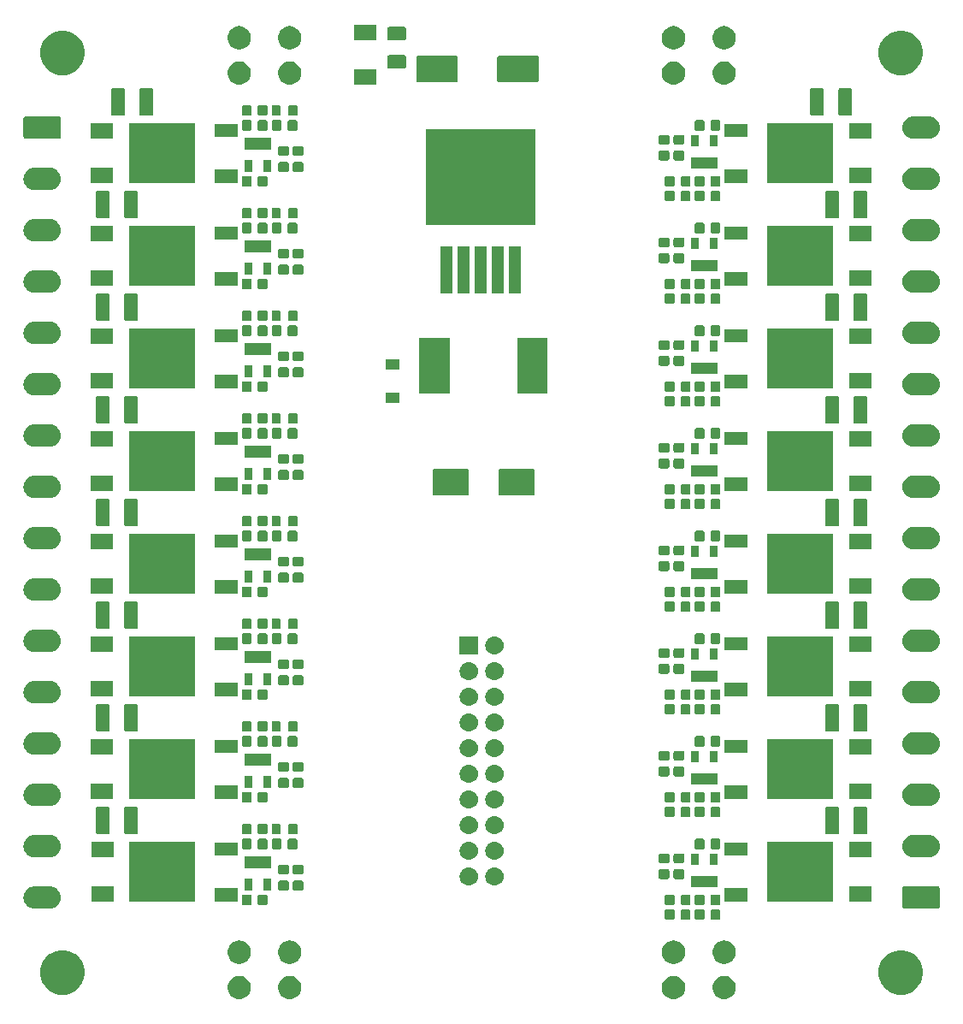
<source format=gbr>
G04 #@! TF.GenerationSoftware,KiCad,Pcbnew,(5.1.0)-1*
G04 #@! TF.CreationDate,2021-06-14T22:58:55+02:00*
G04 #@! TF.ProjectId,Magnetsteuerung_v2.1,4d61676e-6574-4737-9465-756572756e67,rev?*
G04 #@! TF.SameCoordinates,Original*
G04 #@! TF.FileFunction,Soldermask,Top*
G04 #@! TF.FilePolarity,Negative*
%FSLAX46Y46*%
G04 Gerber Fmt 4.6, Leading zero omitted, Abs format (unit mm)*
G04 Created by KiCad (PCBNEW (5.1.0)-1) date 2021-06-14 22:58:55*
%MOMM*%
%LPD*%
G04 APERTURE LIST*
%ADD10C,0.100000*%
G04 APERTURE END LIST*
D10*
G36*
X116224549Y-126871116D02*
G01*
X116335734Y-126893232D01*
X116545203Y-126979997D01*
X116733720Y-127105960D01*
X116894040Y-127266280D01*
X117020003Y-127454797D01*
X117106768Y-127664266D01*
X117151000Y-127886636D01*
X117151000Y-128113364D01*
X117106768Y-128335734D01*
X117020003Y-128545203D01*
X116894040Y-128733720D01*
X116733720Y-128894040D01*
X116545203Y-129020003D01*
X116335734Y-129106768D01*
X116224549Y-129128884D01*
X116113365Y-129151000D01*
X115886635Y-129151000D01*
X115775451Y-129128884D01*
X115664266Y-129106768D01*
X115454797Y-129020003D01*
X115266280Y-128894040D01*
X115105960Y-128733720D01*
X114979997Y-128545203D01*
X114893232Y-128335734D01*
X114849000Y-128113364D01*
X114849000Y-127886636D01*
X114893232Y-127664266D01*
X114979997Y-127454797D01*
X115105960Y-127266280D01*
X115266280Y-127105960D01*
X115454797Y-126979997D01*
X115664266Y-126893232D01*
X115775451Y-126871116D01*
X115886635Y-126849000D01*
X116113365Y-126849000D01*
X116224549Y-126871116D01*
X116224549Y-126871116D01*
G37*
G36*
X154224549Y-126871116D02*
G01*
X154335734Y-126893232D01*
X154545203Y-126979997D01*
X154733720Y-127105960D01*
X154894040Y-127266280D01*
X155020003Y-127454797D01*
X155106768Y-127664266D01*
X155151000Y-127886636D01*
X155151000Y-128113364D01*
X155106768Y-128335734D01*
X155020003Y-128545203D01*
X154894040Y-128733720D01*
X154733720Y-128894040D01*
X154545203Y-129020003D01*
X154335734Y-129106768D01*
X154224549Y-129128884D01*
X154113365Y-129151000D01*
X153886635Y-129151000D01*
X153775451Y-129128884D01*
X153664266Y-129106768D01*
X153454797Y-129020003D01*
X153266280Y-128894040D01*
X153105960Y-128733720D01*
X152979997Y-128545203D01*
X152893232Y-128335734D01*
X152849000Y-128113364D01*
X152849000Y-127886636D01*
X152893232Y-127664266D01*
X152979997Y-127454797D01*
X153105960Y-127266280D01*
X153266280Y-127105960D01*
X153454797Y-126979997D01*
X153664266Y-126893232D01*
X153775451Y-126871116D01*
X153886635Y-126849000D01*
X154113365Y-126849000D01*
X154224549Y-126871116D01*
X154224549Y-126871116D01*
G37*
G36*
X159224549Y-126871116D02*
G01*
X159335734Y-126893232D01*
X159545203Y-126979997D01*
X159733720Y-127105960D01*
X159894040Y-127266280D01*
X160020003Y-127454797D01*
X160106768Y-127664266D01*
X160151000Y-127886636D01*
X160151000Y-128113364D01*
X160106768Y-128335734D01*
X160020003Y-128545203D01*
X159894040Y-128733720D01*
X159733720Y-128894040D01*
X159545203Y-129020003D01*
X159335734Y-129106768D01*
X159224549Y-129128884D01*
X159113365Y-129151000D01*
X158886635Y-129151000D01*
X158775451Y-129128884D01*
X158664266Y-129106768D01*
X158454797Y-129020003D01*
X158266280Y-128894040D01*
X158105960Y-128733720D01*
X157979997Y-128545203D01*
X157893232Y-128335734D01*
X157849000Y-128113364D01*
X157849000Y-127886636D01*
X157893232Y-127664266D01*
X157979997Y-127454797D01*
X158105960Y-127266280D01*
X158266280Y-127105960D01*
X158454797Y-126979997D01*
X158664266Y-126893232D01*
X158775451Y-126871116D01*
X158886635Y-126849000D01*
X159113365Y-126849000D01*
X159224549Y-126871116D01*
X159224549Y-126871116D01*
G37*
G36*
X111224549Y-126871116D02*
G01*
X111335734Y-126893232D01*
X111545203Y-126979997D01*
X111733720Y-127105960D01*
X111894040Y-127266280D01*
X112020003Y-127454797D01*
X112106768Y-127664266D01*
X112151000Y-127886636D01*
X112151000Y-128113364D01*
X112106768Y-128335734D01*
X112020003Y-128545203D01*
X111894040Y-128733720D01*
X111733720Y-128894040D01*
X111545203Y-129020003D01*
X111335734Y-129106768D01*
X111224549Y-129128884D01*
X111113365Y-129151000D01*
X110886635Y-129151000D01*
X110775451Y-129128884D01*
X110664266Y-129106768D01*
X110454797Y-129020003D01*
X110266280Y-128894040D01*
X110105960Y-128733720D01*
X109979997Y-128545203D01*
X109893232Y-128335734D01*
X109849000Y-128113364D01*
X109849000Y-127886636D01*
X109893232Y-127664266D01*
X109979997Y-127454797D01*
X110105960Y-127266280D01*
X110266280Y-127105960D01*
X110454797Y-126979997D01*
X110664266Y-126893232D01*
X110775451Y-126871116D01*
X110886635Y-126849000D01*
X111113365Y-126849000D01*
X111224549Y-126871116D01*
X111224549Y-126871116D01*
G37*
G36*
X177142007Y-124383582D02*
G01*
X177542563Y-124549498D01*
X177542565Y-124549499D01*
X177903056Y-124790371D01*
X178209629Y-125096944D01*
X178450501Y-125457435D01*
X178450502Y-125457437D01*
X178616418Y-125857993D01*
X178701000Y-126283219D01*
X178701000Y-126716781D01*
X178616418Y-127142007D01*
X178486856Y-127454797D01*
X178450501Y-127542565D01*
X178209629Y-127903056D01*
X177903056Y-128209629D01*
X177542565Y-128450501D01*
X177542564Y-128450502D01*
X177542563Y-128450502D01*
X177142007Y-128616418D01*
X176716781Y-128701000D01*
X176283219Y-128701000D01*
X175857993Y-128616418D01*
X175457437Y-128450502D01*
X175457436Y-128450502D01*
X175457435Y-128450501D01*
X175096944Y-128209629D01*
X174790371Y-127903056D01*
X174549499Y-127542565D01*
X174513144Y-127454797D01*
X174383582Y-127142007D01*
X174299000Y-126716781D01*
X174299000Y-126283219D01*
X174383582Y-125857993D01*
X174549498Y-125457437D01*
X174549499Y-125457435D01*
X174790371Y-125096944D01*
X175096944Y-124790371D01*
X175457435Y-124549499D01*
X175457437Y-124549498D01*
X175857993Y-124383582D01*
X176283219Y-124299000D01*
X176716781Y-124299000D01*
X177142007Y-124383582D01*
X177142007Y-124383582D01*
G37*
G36*
X94142007Y-124383582D02*
G01*
X94542563Y-124549498D01*
X94542565Y-124549499D01*
X94903056Y-124790371D01*
X95209629Y-125096944D01*
X95450501Y-125457435D01*
X95450502Y-125457437D01*
X95616418Y-125857993D01*
X95701000Y-126283219D01*
X95701000Y-126716781D01*
X95616418Y-127142007D01*
X95486856Y-127454797D01*
X95450501Y-127542565D01*
X95209629Y-127903056D01*
X94903056Y-128209629D01*
X94542565Y-128450501D01*
X94542564Y-128450502D01*
X94542563Y-128450502D01*
X94142007Y-128616418D01*
X93716781Y-128701000D01*
X93283219Y-128701000D01*
X92857993Y-128616418D01*
X92457437Y-128450502D01*
X92457436Y-128450502D01*
X92457435Y-128450501D01*
X92096944Y-128209629D01*
X91790371Y-127903056D01*
X91549499Y-127542565D01*
X91513144Y-127454797D01*
X91383582Y-127142007D01*
X91299000Y-126716781D01*
X91299000Y-126283219D01*
X91383582Y-125857993D01*
X91549498Y-125457437D01*
X91549499Y-125457435D01*
X91790371Y-125096944D01*
X92096944Y-124790371D01*
X92457435Y-124549499D01*
X92457437Y-124549498D01*
X92857993Y-124383582D01*
X93283219Y-124299000D01*
X93716781Y-124299000D01*
X94142007Y-124383582D01*
X94142007Y-124383582D01*
G37*
G36*
X111224549Y-123371116D02*
G01*
X111335734Y-123393232D01*
X111545203Y-123479997D01*
X111733720Y-123605960D01*
X111894040Y-123766280D01*
X112020003Y-123954797D01*
X112106768Y-124164266D01*
X112151000Y-124386636D01*
X112151000Y-124613364D01*
X112106768Y-124835734D01*
X112020003Y-125045203D01*
X111894040Y-125233720D01*
X111733720Y-125394040D01*
X111545203Y-125520003D01*
X111335734Y-125606768D01*
X111224549Y-125628884D01*
X111113365Y-125651000D01*
X110886635Y-125651000D01*
X110775451Y-125628884D01*
X110664266Y-125606768D01*
X110454797Y-125520003D01*
X110266280Y-125394040D01*
X110105960Y-125233720D01*
X109979997Y-125045203D01*
X109893232Y-124835734D01*
X109849000Y-124613364D01*
X109849000Y-124386636D01*
X109893232Y-124164266D01*
X109979997Y-123954797D01*
X110105960Y-123766280D01*
X110266280Y-123605960D01*
X110454797Y-123479997D01*
X110664266Y-123393232D01*
X110775451Y-123371116D01*
X110886635Y-123349000D01*
X111113365Y-123349000D01*
X111224549Y-123371116D01*
X111224549Y-123371116D01*
G37*
G36*
X116224549Y-123371116D02*
G01*
X116335734Y-123393232D01*
X116545203Y-123479997D01*
X116733720Y-123605960D01*
X116894040Y-123766280D01*
X117020003Y-123954797D01*
X117106768Y-124164266D01*
X117151000Y-124386636D01*
X117151000Y-124613364D01*
X117106768Y-124835734D01*
X117020003Y-125045203D01*
X116894040Y-125233720D01*
X116733720Y-125394040D01*
X116545203Y-125520003D01*
X116335734Y-125606768D01*
X116224549Y-125628884D01*
X116113365Y-125651000D01*
X115886635Y-125651000D01*
X115775451Y-125628884D01*
X115664266Y-125606768D01*
X115454797Y-125520003D01*
X115266280Y-125394040D01*
X115105960Y-125233720D01*
X114979997Y-125045203D01*
X114893232Y-124835734D01*
X114849000Y-124613364D01*
X114849000Y-124386636D01*
X114893232Y-124164266D01*
X114979997Y-123954797D01*
X115105960Y-123766280D01*
X115266280Y-123605960D01*
X115454797Y-123479997D01*
X115664266Y-123393232D01*
X115775451Y-123371116D01*
X115886635Y-123349000D01*
X116113365Y-123349000D01*
X116224549Y-123371116D01*
X116224549Y-123371116D01*
G37*
G36*
X159224549Y-123371116D02*
G01*
X159335734Y-123393232D01*
X159545203Y-123479997D01*
X159733720Y-123605960D01*
X159894040Y-123766280D01*
X160020003Y-123954797D01*
X160106768Y-124164266D01*
X160151000Y-124386636D01*
X160151000Y-124613364D01*
X160106768Y-124835734D01*
X160020003Y-125045203D01*
X159894040Y-125233720D01*
X159733720Y-125394040D01*
X159545203Y-125520003D01*
X159335734Y-125606768D01*
X159224549Y-125628884D01*
X159113365Y-125651000D01*
X158886635Y-125651000D01*
X158775451Y-125628884D01*
X158664266Y-125606768D01*
X158454797Y-125520003D01*
X158266280Y-125394040D01*
X158105960Y-125233720D01*
X157979997Y-125045203D01*
X157893232Y-124835734D01*
X157849000Y-124613364D01*
X157849000Y-124386636D01*
X157893232Y-124164266D01*
X157979997Y-123954797D01*
X158105960Y-123766280D01*
X158266280Y-123605960D01*
X158454797Y-123479997D01*
X158664266Y-123393232D01*
X158775451Y-123371116D01*
X158886635Y-123349000D01*
X159113365Y-123349000D01*
X159224549Y-123371116D01*
X159224549Y-123371116D01*
G37*
G36*
X154224549Y-123371116D02*
G01*
X154335734Y-123393232D01*
X154545203Y-123479997D01*
X154733720Y-123605960D01*
X154894040Y-123766280D01*
X155020003Y-123954797D01*
X155106768Y-124164266D01*
X155151000Y-124386636D01*
X155151000Y-124613364D01*
X155106768Y-124835734D01*
X155020003Y-125045203D01*
X154894040Y-125233720D01*
X154733720Y-125394040D01*
X154545203Y-125520003D01*
X154335734Y-125606768D01*
X154224549Y-125628884D01*
X154113365Y-125651000D01*
X153886635Y-125651000D01*
X153775451Y-125628884D01*
X153664266Y-125606768D01*
X153454797Y-125520003D01*
X153266280Y-125394040D01*
X153105960Y-125233720D01*
X152979997Y-125045203D01*
X152893232Y-124835734D01*
X152849000Y-124613364D01*
X152849000Y-124386636D01*
X152893232Y-124164266D01*
X152979997Y-123954797D01*
X153105960Y-123766280D01*
X153266280Y-123605960D01*
X153454797Y-123479997D01*
X153664266Y-123393232D01*
X153775451Y-123371116D01*
X153886635Y-123349000D01*
X154113365Y-123349000D01*
X154224549Y-123371116D01*
X154224549Y-123371116D01*
G37*
G36*
X153964591Y-120268085D02*
G01*
X153998569Y-120278393D01*
X154029890Y-120295134D01*
X154057339Y-120317661D01*
X154079866Y-120345110D01*
X154096607Y-120376431D01*
X154106915Y-120410409D01*
X154111000Y-120451890D01*
X154111000Y-121128110D01*
X154106915Y-121169591D01*
X154096607Y-121203569D01*
X154079866Y-121234890D01*
X154057339Y-121262339D01*
X154029890Y-121284866D01*
X153998569Y-121301607D01*
X153964591Y-121311915D01*
X153923110Y-121316000D01*
X153321890Y-121316000D01*
X153280409Y-121311915D01*
X153246431Y-121301607D01*
X153215110Y-121284866D01*
X153187661Y-121262339D01*
X153165134Y-121234890D01*
X153148393Y-121203569D01*
X153138085Y-121169591D01*
X153134000Y-121128110D01*
X153134000Y-120451890D01*
X153138085Y-120410409D01*
X153148393Y-120376431D01*
X153165134Y-120345110D01*
X153187661Y-120317661D01*
X153215110Y-120295134D01*
X153246431Y-120278393D01*
X153280409Y-120268085D01*
X153321890Y-120264000D01*
X153923110Y-120264000D01*
X153964591Y-120268085D01*
X153964591Y-120268085D01*
G37*
G36*
X155539591Y-120268085D02*
G01*
X155573569Y-120278393D01*
X155604890Y-120295134D01*
X155632339Y-120317661D01*
X155654866Y-120345110D01*
X155671607Y-120376431D01*
X155681915Y-120410409D01*
X155686000Y-120451890D01*
X155686000Y-121128110D01*
X155681915Y-121169591D01*
X155671607Y-121203569D01*
X155654866Y-121234890D01*
X155632339Y-121262339D01*
X155604890Y-121284866D01*
X155573569Y-121301607D01*
X155539591Y-121311915D01*
X155498110Y-121316000D01*
X154896890Y-121316000D01*
X154855409Y-121311915D01*
X154821431Y-121301607D01*
X154790110Y-121284866D01*
X154762661Y-121262339D01*
X154740134Y-121234890D01*
X154723393Y-121203569D01*
X154713085Y-121169591D01*
X154709000Y-121128110D01*
X154709000Y-120451890D01*
X154713085Y-120410409D01*
X154723393Y-120376431D01*
X154740134Y-120345110D01*
X154762661Y-120317661D01*
X154790110Y-120295134D01*
X154821431Y-120278393D01*
X154855409Y-120268085D01*
X154896890Y-120264000D01*
X155498110Y-120264000D01*
X155539591Y-120268085D01*
X155539591Y-120268085D01*
G37*
G36*
X158499591Y-120268085D02*
G01*
X158533569Y-120278393D01*
X158564890Y-120295134D01*
X158592339Y-120317661D01*
X158614866Y-120345110D01*
X158631607Y-120376431D01*
X158641915Y-120410409D01*
X158646000Y-120451890D01*
X158646000Y-121128110D01*
X158641915Y-121169591D01*
X158631607Y-121203569D01*
X158614866Y-121234890D01*
X158592339Y-121262339D01*
X158564890Y-121284866D01*
X158533569Y-121301607D01*
X158499591Y-121311915D01*
X158458110Y-121316000D01*
X157856890Y-121316000D01*
X157815409Y-121311915D01*
X157781431Y-121301607D01*
X157750110Y-121284866D01*
X157722661Y-121262339D01*
X157700134Y-121234890D01*
X157683393Y-121203569D01*
X157673085Y-121169591D01*
X157669000Y-121128110D01*
X157669000Y-120451890D01*
X157673085Y-120410409D01*
X157683393Y-120376431D01*
X157700134Y-120345110D01*
X157722661Y-120317661D01*
X157750110Y-120295134D01*
X157781431Y-120278393D01*
X157815409Y-120268085D01*
X157856890Y-120264000D01*
X158458110Y-120264000D01*
X158499591Y-120268085D01*
X158499591Y-120268085D01*
G37*
G36*
X156924591Y-120268085D02*
G01*
X156958569Y-120278393D01*
X156989890Y-120295134D01*
X157017339Y-120317661D01*
X157039866Y-120345110D01*
X157056607Y-120376431D01*
X157066915Y-120410409D01*
X157071000Y-120451890D01*
X157071000Y-121128110D01*
X157066915Y-121169591D01*
X157056607Y-121203569D01*
X157039866Y-121234890D01*
X157017339Y-121262339D01*
X156989890Y-121284866D01*
X156958569Y-121301607D01*
X156924591Y-121311915D01*
X156883110Y-121316000D01*
X156281890Y-121316000D01*
X156240409Y-121311915D01*
X156206431Y-121301607D01*
X156175110Y-121284866D01*
X156147661Y-121262339D01*
X156125134Y-121234890D01*
X156108393Y-121203569D01*
X156098085Y-121169591D01*
X156094000Y-121128110D01*
X156094000Y-120451890D01*
X156098085Y-120410409D01*
X156108393Y-120376431D01*
X156125134Y-120345110D01*
X156147661Y-120317661D01*
X156175110Y-120295134D01*
X156206431Y-120278393D01*
X156240409Y-120268085D01*
X156281890Y-120264000D01*
X156883110Y-120264000D01*
X156924591Y-120268085D01*
X156924591Y-120268085D01*
G37*
G36*
X92473871Y-118024786D02*
G01*
X92584780Y-118058430D01*
X92675054Y-118085814D01*
X92679530Y-118087172D01*
X92869055Y-118188475D01*
X92869058Y-118188477D01*
X92869059Y-118188478D01*
X93035186Y-118324814D01*
X93171522Y-118490941D01*
X93171525Y-118490945D01*
X93272828Y-118680470D01*
X93335214Y-118886129D01*
X93356278Y-119100000D01*
X93335214Y-119313871D01*
X93335213Y-119313873D01*
X93281483Y-119491000D01*
X93272828Y-119519530D01*
X93171525Y-119709055D01*
X93171523Y-119709058D01*
X93171522Y-119709059D01*
X93035186Y-119875186D01*
X92907583Y-119979906D01*
X92869055Y-120011525D01*
X92679530Y-120112828D01*
X92679527Y-120112829D01*
X92668058Y-120116308D01*
X92473871Y-120175214D01*
X92313591Y-120191000D01*
X90686409Y-120191000D01*
X90526129Y-120175214D01*
X90331942Y-120116308D01*
X90320473Y-120112829D01*
X90320470Y-120112828D01*
X90130945Y-120011525D01*
X90092417Y-119979906D01*
X89964814Y-119875186D01*
X89828478Y-119709059D01*
X89828477Y-119709058D01*
X89828475Y-119709055D01*
X89727172Y-119519530D01*
X89718518Y-119491000D01*
X89664787Y-119313873D01*
X89664786Y-119313871D01*
X89643722Y-119100000D01*
X89664786Y-118886129D01*
X89727172Y-118680470D01*
X89828475Y-118490945D01*
X89828478Y-118490941D01*
X89964814Y-118324814D01*
X90130941Y-118188478D01*
X90130942Y-118188477D01*
X90130945Y-118188475D01*
X90320470Y-118087172D01*
X90324947Y-118085814D01*
X90415220Y-118058430D01*
X90526129Y-118024786D01*
X90686409Y-118009000D01*
X92313591Y-118009000D01*
X92473871Y-118024786D01*
X92473871Y-118024786D01*
G37*
G36*
X180216217Y-118012808D02*
G01*
X180247489Y-118022294D01*
X180276308Y-118037698D01*
X180301570Y-118058430D01*
X180322302Y-118083692D01*
X180337706Y-118112511D01*
X180347192Y-118143783D01*
X180351000Y-118182448D01*
X180351000Y-120017552D01*
X180347192Y-120056217D01*
X180337706Y-120087489D01*
X180322302Y-120116308D01*
X180301570Y-120141570D01*
X180276308Y-120162302D01*
X180247489Y-120177706D01*
X180216217Y-120187192D01*
X180177552Y-120191000D01*
X176822448Y-120191000D01*
X176783783Y-120187192D01*
X176752511Y-120177706D01*
X176723692Y-120162302D01*
X176698430Y-120141570D01*
X176677698Y-120116308D01*
X176662294Y-120087489D01*
X176652808Y-120056217D01*
X176649000Y-120017552D01*
X176649000Y-118182448D01*
X176652808Y-118143783D01*
X176662294Y-118112511D01*
X176677698Y-118083692D01*
X176698430Y-118058430D01*
X176723692Y-118037698D01*
X176752511Y-118022294D01*
X176783783Y-118012808D01*
X176822448Y-118009000D01*
X180177552Y-118009000D01*
X180216217Y-118012808D01*
X180216217Y-118012808D01*
G37*
G36*
X156924591Y-118808085D02*
G01*
X156958569Y-118818393D01*
X156989890Y-118835134D01*
X157017339Y-118857661D01*
X157039866Y-118885110D01*
X157056607Y-118916431D01*
X157066915Y-118950409D01*
X157071000Y-118991890D01*
X157071000Y-119668110D01*
X157066915Y-119709591D01*
X157056607Y-119743569D01*
X157039866Y-119774890D01*
X157017339Y-119802339D01*
X156989890Y-119824866D01*
X156958569Y-119841607D01*
X156924591Y-119851915D01*
X156883110Y-119856000D01*
X156281890Y-119856000D01*
X156240409Y-119851915D01*
X156206431Y-119841607D01*
X156175110Y-119824866D01*
X156147661Y-119802339D01*
X156125134Y-119774890D01*
X156108393Y-119743569D01*
X156098085Y-119709591D01*
X156094000Y-119668110D01*
X156094000Y-118991890D01*
X156098085Y-118950409D01*
X156108393Y-118916431D01*
X156125134Y-118885110D01*
X156147661Y-118857661D01*
X156175110Y-118835134D01*
X156206431Y-118818393D01*
X156240409Y-118808085D01*
X156281890Y-118804000D01*
X156883110Y-118804000D01*
X156924591Y-118808085D01*
X156924591Y-118808085D01*
G37*
G36*
X112084591Y-118808085D02*
G01*
X112118569Y-118818393D01*
X112149890Y-118835134D01*
X112177339Y-118857661D01*
X112199866Y-118885110D01*
X112216607Y-118916431D01*
X112226915Y-118950409D01*
X112231000Y-118991890D01*
X112231000Y-119668110D01*
X112226915Y-119709591D01*
X112216607Y-119743569D01*
X112199866Y-119774890D01*
X112177339Y-119802339D01*
X112149890Y-119824866D01*
X112118569Y-119841607D01*
X112084591Y-119851915D01*
X112043110Y-119856000D01*
X111441890Y-119856000D01*
X111400409Y-119851915D01*
X111366431Y-119841607D01*
X111335110Y-119824866D01*
X111307661Y-119802339D01*
X111285134Y-119774890D01*
X111268393Y-119743569D01*
X111258085Y-119709591D01*
X111254000Y-119668110D01*
X111254000Y-118991890D01*
X111258085Y-118950409D01*
X111268393Y-118916431D01*
X111285134Y-118885110D01*
X111307661Y-118857661D01*
X111335110Y-118835134D01*
X111366431Y-118818393D01*
X111400409Y-118808085D01*
X111441890Y-118804000D01*
X112043110Y-118804000D01*
X112084591Y-118808085D01*
X112084591Y-118808085D01*
G37*
G36*
X113659591Y-118808085D02*
G01*
X113693569Y-118818393D01*
X113724890Y-118835134D01*
X113752339Y-118857661D01*
X113774866Y-118885110D01*
X113791607Y-118916431D01*
X113801915Y-118950409D01*
X113806000Y-118991890D01*
X113806000Y-119668110D01*
X113801915Y-119709591D01*
X113791607Y-119743569D01*
X113774866Y-119774890D01*
X113752339Y-119802339D01*
X113724890Y-119824866D01*
X113693569Y-119841607D01*
X113659591Y-119851915D01*
X113618110Y-119856000D01*
X113016890Y-119856000D01*
X112975409Y-119851915D01*
X112941431Y-119841607D01*
X112910110Y-119824866D01*
X112882661Y-119802339D01*
X112860134Y-119774890D01*
X112843393Y-119743569D01*
X112833085Y-119709591D01*
X112829000Y-119668110D01*
X112829000Y-118991890D01*
X112833085Y-118950409D01*
X112843393Y-118916431D01*
X112860134Y-118885110D01*
X112882661Y-118857661D01*
X112910110Y-118835134D01*
X112941431Y-118818393D01*
X112975409Y-118808085D01*
X113016890Y-118804000D01*
X113618110Y-118804000D01*
X113659591Y-118808085D01*
X113659591Y-118808085D01*
G37*
G36*
X155539591Y-118808085D02*
G01*
X155573569Y-118818393D01*
X155604890Y-118835134D01*
X155632339Y-118857661D01*
X155654866Y-118885110D01*
X155671607Y-118916431D01*
X155681915Y-118950409D01*
X155686000Y-118991890D01*
X155686000Y-119668110D01*
X155681915Y-119709591D01*
X155671607Y-119743569D01*
X155654866Y-119774890D01*
X155632339Y-119802339D01*
X155604890Y-119824866D01*
X155573569Y-119841607D01*
X155539591Y-119851915D01*
X155498110Y-119856000D01*
X154896890Y-119856000D01*
X154855409Y-119851915D01*
X154821431Y-119841607D01*
X154790110Y-119824866D01*
X154762661Y-119802339D01*
X154740134Y-119774890D01*
X154723393Y-119743569D01*
X154713085Y-119709591D01*
X154709000Y-119668110D01*
X154709000Y-118991890D01*
X154713085Y-118950409D01*
X154723393Y-118916431D01*
X154740134Y-118885110D01*
X154762661Y-118857661D01*
X154790110Y-118835134D01*
X154821431Y-118818393D01*
X154855409Y-118808085D01*
X154896890Y-118804000D01*
X155498110Y-118804000D01*
X155539591Y-118808085D01*
X155539591Y-118808085D01*
G37*
G36*
X153964591Y-118808085D02*
G01*
X153998569Y-118818393D01*
X154029890Y-118835134D01*
X154057339Y-118857661D01*
X154079866Y-118885110D01*
X154096607Y-118916431D01*
X154106915Y-118950409D01*
X154111000Y-118991890D01*
X154111000Y-119668110D01*
X154106915Y-119709591D01*
X154096607Y-119743569D01*
X154079866Y-119774890D01*
X154057339Y-119802339D01*
X154029890Y-119824866D01*
X153998569Y-119841607D01*
X153964591Y-119851915D01*
X153923110Y-119856000D01*
X153321890Y-119856000D01*
X153280409Y-119851915D01*
X153246431Y-119841607D01*
X153215110Y-119824866D01*
X153187661Y-119802339D01*
X153165134Y-119774890D01*
X153148393Y-119743569D01*
X153138085Y-119709591D01*
X153134000Y-119668110D01*
X153134000Y-118991890D01*
X153138085Y-118950409D01*
X153148393Y-118916431D01*
X153165134Y-118885110D01*
X153187661Y-118857661D01*
X153215110Y-118835134D01*
X153246431Y-118818393D01*
X153280409Y-118808085D01*
X153321890Y-118804000D01*
X153923110Y-118804000D01*
X153964591Y-118808085D01*
X153964591Y-118808085D01*
G37*
G36*
X158499591Y-118808085D02*
G01*
X158533569Y-118818393D01*
X158564890Y-118835134D01*
X158592339Y-118857661D01*
X158614866Y-118885110D01*
X158631607Y-118916431D01*
X158641915Y-118950409D01*
X158646000Y-118991890D01*
X158646000Y-119668110D01*
X158641915Y-119709591D01*
X158631607Y-119743569D01*
X158614866Y-119774890D01*
X158592339Y-119802339D01*
X158564890Y-119824866D01*
X158533569Y-119841607D01*
X158499591Y-119851915D01*
X158458110Y-119856000D01*
X157856890Y-119856000D01*
X157815409Y-119851915D01*
X157781431Y-119841607D01*
X157750110Y-119824866D01*
X157722661Y-119802339D01*
X157700134Y-119774890D01*
X157683393Y-119743569D01*
X157673085Y-119709591D01*
X157669000Y-119668110D01*
X157669000Y-118991890D01*
X157673085Y-118950409D01*
X157683393Y-118916431D01*
X157700134Y-118885110D01*
X157722661Y-118857661D01*
X157750110Y-118835134D01*
X157781431Y-118818393D01*
X157815409Y-118808085D01*
X157856890Y-118804000D01*
X158458110Y-118804000D01*
X158499591Y-118808085D01*
X158499591Y-118808085D01*
G37*
G36*
X169751000Y-119511000D02*
G01*
X163249000Y-119511000D01*
X163249000Y-113609000D01*
X169751000Y-113609000D01*
X169751000Y-119511000D01*
X169751000Y-119511000D01*
G37*
G36*
X98601000Y-119511000D02*
G01*
X96399000Y-119511000D01*
X96399000Y-118009000D01*
X98601000Y-118009000D01*
X98601000Y-119511000D01*
X98601000Y-119511000D01*
G37*
G36*
X106651000Y-119511000D02*
G01*
X100149000Y-119511000D01*
X100149000Y-113609000D01*
X106651000Y-113609000D01*
X106651000Y-119511000D01*
X106651000Y-119511000D01*
G37*
G36*
X173601000Y-119511000D02*
G01*
X171399000Y-119511000D01*
X171399000Y-118009000D01*
X173601000Y-118009000D01*
X173601000Y-119511000D01*
X173601000Y-119511000D01*
G37*
G36*
X110851000Y-119491000D02*
G01*
X108549000Y-119491000D01*
X108549000Y-118189000D01*
X110851000Y-118189000D01*
X110851000Y-119491000D01*
X110851000Y-119491000D01*
G37*
G36*
X161351000Y-119491000D02*
G01*
X159049000Y-119491000D01*
X159049000Y-118189000D01*
X161351000Y-118189000D01*
X161351000Y-119491000D01*
X161351000Y-119491000D01*
G37*
G36*
X115759591Y-117423085D02*
G01*
X115793569Y-117433393D01*
X115824890Y-117450134D01*
X115852339Y-117472661D01*
X115874866Y-117500110D01*
X115891607Y-117531431D01*
X115901915Y-117565409D01*
X115906000Y-117606890D01*
X115906000Y-118208110D01*
X115901915Y-118249591D01*
X115891607Y-118283569D01*
X115874866Y-118314890D01*
X115852339Y-118342339D01*
X115824890Y-118364866D01*
X115793569Y-118381607D01*
X115759591Y-118391915D01*
X115718110Y-118396000D01*
X115041890Y-118396000D01*
X115000409Y-118391915D01*
X114966431Y-118381607D01*
X114935110Y-118364866D01*
X114907661Y-118342339D01*
X114885134Y-118314890D01*
X114868393Y-118283569D01*
X114858085Y-118249591D01*
X114854000Y-118208110D01*
X114854000Y-117606890D01*
X114858085Y-117565409D01*
X114868393Y-117531431D01*
X114885134Y-117500110D01*
X114907661Y-117472661D01*
X114935110Y-117450134D01*
X114966431Y-117433393D01*
X115000409Y-117423085D01*
X115041890Y-117419000D01*
X115718110Y-117419000D01*
X115759591Y-117423085D01*
X115759591Y-117423085D01*
G37*
G36*
X117219591Y-117423085D02*
G01*
X117253569Y-117433393D01*
X117284890Y-117450134D01*
X117312339Y-117472661D01*
X117334866Y-117500110D01*
X117351607Y-117531431D01*
X117361915Y-117565409D01*
X117366000Y-117606890D01*
X117366000Y-118208110D01*
X117361915Y-118249591D01*
X117351607Y-118283569D01*
X117334866Y-118314890D01*
X117312339Y-118342339D01*
X117284890Y-118364866D01*
X117253569Y-118381607D01*
X117219591Y-118391915D01*
X117178110Y-118396000D01*
X116501890Y-118396000D01*
X116460409Y-118391915D01*
X116426431Y-118381607D01*
X116395110Y-118364866D01*
X116367661Y-118342339D01*
X116345134Y-118314890D01*
X116328393Y-118283569D01*
X116318085Y-118249591D01*
X116314000Y-118208110D01*
X116314000Y-117606890D01*
X116318085Y-117565409D01*
X116328393Y-117531431D01*
X116345134Y-117500110D01*
X116367661Y-117472661D01*
X116395110Y-117450134D01*
X116426431Y-117433393D01*
X116460409Y-117423085D01*
X116501890Y-117419000D01*
X117178110Y-117419000D01*
X117219591Y-117423085D01*
X117219591Y-117423085D01*
G37*
G36*
X114176000Y-118381000D02*
G01*
X113424000Y-118381000D01*
X113424000Y-117219000D01*
X114176000Y-117219000D01*
X114176000Y-118381000D01*
X114176000Y-118381000D01*
G37*
G36*
X112276000Y-118381000D02*
G01*
X111524000Y-118381000D01*
X111524000Y-117219000D01*
X112276000Y-117219000D01*
X112276000Y-118381000D01*
X112276000Y-118381000D01*
G37*
G36*
X158376000Y-118101000D02*
G01*
X155724000Y-118101000D01*
X155724000Y-116939000D01*
X158376000Y-116939000D01*
X158376000Y-118101000D01*
X158376000Y-118101000D01*
G37*
G36*
X136375443Y-116110519D02*
G01*
X136441627Y-116117037D01*
X136611466Y-116168557D01*
X136767991Y-116252222D01*
X136803729Y-116281552D01*
X136905186Y-116364814D01*
X136988448Y-116466271D01*
X137017778Y-116502009D01*
X137017779Y-116502011D01*
X137087854Y-116633110D01*
X137101443Y-116658534D01*
X137152963Y-116828373D01*
X137170359Y-117005000D01*
X137152963Y-117181627D01*
X137101443Y-117351466D01*
X137017778Y-117507991D01*
X136998541Y-117531431D01*
X136905186Y-117645186D01*
X136803729Y-117728448D01*
X136767991Y-117757778D01*
X136611466Y-117841443D01*
X136441627Y-117892963D01*
X136375443Y-117899481D01*
X136309260Y-117906000D01*
X136220740Y-117906000D01*
X136154557Y-117899481D01*
X136088373Y-117892963D01*
X135918534Y-117841443D01*
X135762009Y-117757778D01*
X135726271Y-117728448D01*
X135624814Y-117645186D01*
X135531459Y-117531431D01*
X135512222Y-117507991D01*
X135428557Y-117351466D01*
X135377037Y-117181627D01*
X135359641Y-117005000D01*
X135377037Y-116828373D01*
X135428557Y-116658534D01*
X135442147Y-116633110D01*
X135512221Y-116502011D01*
X135512222Y-116502009D01*
X135541552Y-116466271D01*
X135624814Y-116364814D01*
X135726271Y-116281552D01*
X135762009Y-116252222D01*
X135918534Y-116168557D01*
X136088373Y-116117037D01*
X136154557Y-116110519D01*
X136220740Y-116104000D01*
X136309260Y-116104000D01*
X136375443Y-116110519D01*
X136375443Y-116110519D01*
G37*
G36*
X133835443Y-116110519D02*
G01*
X133901627Y-116117037D01*
X134071466Y-116168557D01*
X134227991Y-116252222D01*
X134263729Y-116281552D01*
X134365186Y-116364814D01*
X134448448Y-116466271D01*
X134477778Y-116502009D01*
X134477779Y-116502011D01*
X134547854Y-116633110D01*
X134561443Y-116658534D01*
X134612963Y-116828373D01*
X134630359Y-117005000D01*
X134612963Y-117181627D01*
X134561443Y-117351466D01*
X134477778Y-117507991D01*
X134458541Y-117531431D01*
X134365186Y-117645186D01*
X134263729Y-117728448D01*
X134227991Y-117757778D01*
X134071466Y-117841443D01*
X133901627Y-117892963D01*
X133835443Y-117899481D01*
X133769260Y-117906000D01*
X133680740Y-117906000D01*
X133614557Y-117899481D01*
X133548373Y-117892963D01*
X133378534Y-117841443D01*
X133222009Y-117757778D01*
X133186271Y-117728448D01*
X133084814Y-117645186D01*
X132991459Y-117531431D01*
X132972222Y-117507991D01*
X132888557Y-117351466D01*
X132837037Y-117181627D01*
X132819641Y-117005000D01*
X132837037Y-116828373D01*
X132888557Y-116658534D01*
X132902147Y-116633110D01*
X132972221Y-116502011D01*
X132972222Y-116502009D01*
X133001552Y-116466271D01*
X133084814Y-116364814D01*
X133186271Y-116281552D01*
X133222009Y-116252222D01*
X133378534Y-116168557D01*
X133548373Y-116117037D01*
X133614557Y-116110519D01*
X133680740Y-116104000D01*
X133769260Y-116104000D01*
X133835443Y-116110519D01*
X133835443Y-116110519D01*
G37*
G36*
X153439591Y-116303085D02*
G01*
X153473569Y-116313393D01*
X153504890Y-116330134D01*
X153532339Y-116352661D01*
X153554866Y-116380110D01*
X153571607Y-116411431D01*
X153581915Y-116445409D01*
X153586000Y-116486890D01*
X153586000Y-117088110D01*
X153581915Y-117129591D01*
X153571607Y-117163569D01*
X153554866Y-117194890D01*
X153532339Y-117222339D01*
X153504890Y-117244866D01*
X153473569Y-117261607D01*
X153439591Y-117271915D01*
X153398110Y-117276000D01*
X152721890Y-117276000D01*
X152680409Y-117271915D01*
X152646431Y-117261607D01*
X152615110Y-117244866D01*
X152587661Y-117222339D01*
X152565134Y-117194890D01*
X152548393Y-117163569D01*
X152538085Y-117129591D01*
X152534000Y-117088110D01*
X152534000Y-116486890D01*
X152538085Y-116445409D01*
X152548393Y-116411431D01*
X152565134Y-116380110D01*
X152587661Y-116352661D01*
X152615110Y-116330134D01*
X152646431Y-116313393D01*
X152680409Y-116303085D01*
X152721890Y-116299000D01*
X153398110Y-116299000D01*
X153439591Y-116303085D01*
X153439591Y-116303085D01*
G37*
G36*
X154899591Y-116303085D02*
G01*
X154933569Y-116313393D01*
X154964890Y-116330134D01*
X154992339Y-116352661D01*
X155014866Y-116380110D01*
X155031607Y-116411431D01*
X155041915Y-116445409D01*
X155046000Y-116486890D01*
X155046000Y-117088110D01*
X155041915Y-117129591D01*
X155031607Y-117163569D01*
X155014866Y-117194890D01*
X154992339Y-117222339D01*
X154964890Y-117244866D01*
X154933569Y-117261607D01*
X154899591Y-117271915D01*
X154858110Y-117276000D01*
X154181890Y-117276000D01*
X154140409Y-117271915D01*
X154106431Y-117261607D01*
X154075110Y-117244866D01*
X154047661Y-117222339D01*
X154025134Y-117194890D01*
X154008393Y-117163569D01*
X153998085Y-117129591D01*
X153994000Y-117088110D01*
X153994000Y-116486890D01*
X153998085Y-116445409D01*
X154008393Y-116411431D01*
X154025134Y-116380110D01*
X154047661Y-116352661D01*
X154075110Y-116330134D01*
X154106431Y-116313393D01*
X154140409Y-116303085D01*
X154181890Y-116299000D01*
X154858110Y-116299000D01*
X154899591Y-116303085D01*
X154899591Y-116303085D01*
G37*
G36*
X117219591Y-115848085D02*
G01*
X117253569Y-115858393D01*
X117284890Y-115875134D01*
X117312339Y-115897661D01*
X117334866Y-115925110D01*
X117351607Y-115956431D01*
X117361915Y-115990409D01*
X117366000Y-116031890D01*
X117366000Y-116633110D01*
X117361915Y-116674591D01*
X117351607Y-116708569D01*
X117334866Y-116739890D01*
X117312339Y-116767339D01*
X117284890Y-116789866D01*
X117253569Y-116806607D01*
X117219591Y-116816915D01*
X117178110Y-116821000D01*
X116501890Y-116821000D01*
X116460409Y-116816915D01*
X116426431Y-116806607D01*
X116395110Y-116789866D01*
X116367661Y-116767339D01*
X116345134Y-116739890D01*
X116328393Y-116708569D01*
X116318085Y-116674591D01*
X116314000Y-116633110D01*
X116314000Y-116031890D01*
X116318085Y-115990409D01*
X116328393Y-115956431D01*
X116345134Y-115925110D01*
X116367661Y-115897661D01*
X116395110Y-115875134D01*
X116426431Y-115858393D01*
X116460409Y-115848085D01*
X116501890Y-115844000D01*
X117178110Y-115844000D01*
X117219591Y-115848085D01*
X117219591Y-115848085D01*
G37*
G36*
X115759591Y-115848085D02*
G01*
X115793569Y-115858393D01*
X115824890Y-115875134D01*
X115852339Y-115897661D01*
X115874866Y-115925110D01*
X115891607Y-115956431D01*
X115901915Y-115990409D01*
X115906000Y-116031890D01*
X115906000Y-116633110D01*
X115901915Y-116674591D01*
X115891607Y-116708569D01*
X115874866Y-116739890D01*
X115852339Y-116767339D01*
X115824890Y-116789866D01*
X115793569Y-116806607D01*
X115759591Y-116816915D01*
X115718110Y-116821000D01*
X115041890Y-116821000D01*
X115000409Y-116816915D01*
X114966431Y-116806607D01*
X114935110Y-116789866D01*
X114907661Y-116767339D01*
X114885134Y-116739890D01*
X114868393Y-116708569D01*
X114858085Y-116674591D01*
X114854000Y-116633110D01*
X114854000Y-116031890D01*
X114858085Y-115990409D01*
X114868393Y-115956431D01*
X114885134Y-115925110D01*
X114907661Y-115897661D01*
X114935110Y-115875134D01*
X114966431Y-115858393D01*
X115000409Y-115848085D01*
X115041890Y-115844000D01*
X115718110Y-115844000D01*
X115759591Y-115848085D01*
X115759591Y-115848085D01*
G37*
G36*
X114176000Y-116181000D02*
G01*
X111524000Y-116181000D01*
X111524000Y-115019000D01*
X114176000Y-115019000D01*
X114176000Y-116181000D01*
X114176000Y-116181000D01*
G37*
G36*
X156476000Y-115901000D02*
G01*
X155724000Y-115901000D01*
X155724000Y-114739000D01*
X156476000Y-114739000D01*
X156476000Y-115901000D01*
X156476000Y-115901000D01*
G37*
G36*
X158376000Y-115901000D02*
G01*
X157624000Y-115901000D01*
X157624000Y-114739000D01*
X158376000Y-114739000D01*
X158376000Y-115901000D01*
X158376000Y-115901000D01*
G37*
G36*
X154899591Y-114728085D02*
G01*
X154933569Y-114738393D01*
X154964890Y-114755134D01*
X154992339Y-114777661D01*
X155014866Y-114805110D01*
X155031607Y-114836431D01*
X155041915Y-114870409D01*
X155046000Y-114911890D01*
X155046000Y-115513110D01*
X155041915Y-115554591D01*
X155031607Y-115588569D01*
X155014866Y-115619890D01*
X154992339Y-115647339D01*
X154964890Y-115669866D01*
X154933569Y-115686607D01*
X154899591Y-115696915D01*
X154858110Y-115701000D01*
X154181890Y-115701000D01*
X154140409Y-115696915D01*
X154106431Y-115686607D01*
X154075110Y-115669866D01*
X154047661Y-115647339D01*
X154025134Y-115619890D01*
X154008393Y-115588569D01*
X153998085Y-115554591D01*
X153994000Y-115513110D01*
X153994000Y-114911890D01*
X153998085Y-114870409D01*
X154008393Y-114836431D01*
X154025134Y-114805110D01*
X154047661Y-114777661D01*
X154075110Y-114755134D01*
X154106431Y-114738393D01*
X154140409Y-114728085D01*
X154181890Y-114724000D01*
X154858110Y-114724000D01*
X154899591Y-114728085D01*
X154899591Y-114728085D01*
G37*
G36*
X153439591Y-114728085D02*
G01*
X153473569Y-114738393D01*
X153504890Y-114755134D01*
X153532339Y-114777661D01*
X153554866Y-114805110D01*
X153571607Y-114836431D01*
X153581915Y-114870409D01*
X153586000Y-114911890D01*
X153586000Y-115513110D01*
X153581915Y-115554591D01*
X153571607Y-115588569D01*
X153554866Y-115619890D01*
X153532339Y-115647339D01*
X153504890Y-115669866D01*
X153473569Y-115686607D01*
X153439591Y-115696915D01*
X153398110Y-115701000D01*
X152721890Y-115701000D01*
X152680409Y-115696915D01*
X152646431Y-115686607D01*
X152615110Y-115669866D01*
X152587661Y-115647339D01*
X152565134Y-115619890D01*
X152548393Y-115588569D01*
X152538085Y-115554591D01*
X152534000Y-115513110D01*
X152534000Y-114911890D01*
X152538085Y-114870409D01*
X152548393Y-114836431D01*
X152565134Y-114805110D01*
X152587661Y-114777661D01*
X152615110Y-114755134D01*
X152646431Y-114738393D01*
X152680409Y-114728085D01*
X152721890Y-114724000D01*
X153398110Y-114724000D01*
X153439591Y-114728085D01*
X153439591Y-114728085D01*
G37*
G36*
X133835443Y-113570519D02*
G01*
X133901627Y-113577037D01*
X134071466Y-113628557D01*
X134227991Y-113712222D01*
X134263729Y-113741552D01*
X134365186Y-113824814D01*
X134448448Y-113926271D01*
X134477778Y-113962009D01*
X134561443Y-114118534D01*
X134612963Y-114288373D01*
X134630359Y-114465000D01*
X134612963Y-114641627D01*
X134561443Y-114811466D01*
X134477778Y-114967991D01*
X134477565Y-114968250D01*
X134365186Y-115105186D01*
X134263729Y-115188448D01*
X134227991Y-115217778D01*
X134071466Y-115301443D01*
X133901627Y-115352963D01*
X133835443Y-115359481D01*
X133769260Y-115366000D01*
X133680740Y-115366000D01*
X133614557Y-115359481D01*
X133548373Y-115352963D01*
X133378534Y-115301443D01*
X133222009Y-115217778D01*
X133186271Y-115188448D01*
X133084814Y-115105186D01*
X132972435Y-114968250D01*
X132972222Y-114967991D01*
X132888557Y-114811466D01*
X132837037Y-114641627D01*
X132819641Y-114465000D01*
X132837037Y-114288373D01*
X132888557Y-114118534D01*
X132972222Y-113962009D01*
X133001552Y-113926271D01*
X133084814Y-113824814D01*
X133186271Y-113741552D01*
X133222009Y-113712222D01*
X133378534Y-113628557D01*
X133548373Y-113577037D01*
X133614557Y-113570519D01*
X133680740Y-113564000D01*
X133769260Y-113564000D01*
X133835443Y-113570519D01*
X133835443Y-113570519D01*
G37*
G36*
X136375443Y-113570519D02*
G01*
X136441627Y-113577037D01*
X136611466Y-113628557D01*
X136767991Y-113712222D01*
X136803729Y-113741552D01*
X136905186Y-113824814D01*
X136988448Y-113926271D01*
X137017778Y-113962009D01*
X137101443Y-114118534D01*
X137152963Y-114288373D01*
X137170359Y-114465000D01*
X137152963Y-114641627D01*
X137101443Y-114811466D01*
X137017778Y-114967991D01*
X137017565Y-114968250D01*
X136905186Y-115105186D01*
X136803729Y-115188448D01*
X136767991Y-115217778D01*
X136611466Y-115301443D01*
X136441627Y-115352963D01*
X136375443Y-115359481D01*
X136309260Y-115366000D01*
X136220740Y-115366000D01*
X136154557Y-115359481D01*
X136088373Y-115352963D01*
X135918534Y-115301443D01*
X135762009Y-115217778D01*
X135726271Y-115188448D01*
X135624814Y-115105186D01*
X135512435Y-114968250D01*
X135512222Y-114967991D01*
X135428557Y-114811466D01*
X135377037Y-114641627D01*
X135359641Y-114465000D01*
X135377037Y-114288373D01*
X135428557Y-114118534D01*
X135512222Y-113962009D01*
X135541552Y-113926271D01*
X135624814Y-113824814D01*
X135726271Y-113741552D01*
X135762009Y-113712222D01*
X135918534Y-113628557D01*
X136088373Y-113577037D01*
X136154557Y-113570519D01*
X136220740Y-113564000D01*
X136309260Y-113564000D01*
X136375443Y-113570519D01*
X136375443Y-113570519D01*
G37*
G36*
X98601000Y-115111000D02*
G01*
X96399000Y-115111000D01*
X96399000Y-113609000D01*
X98601000Y-113609000D01*
X98601000Y-115111000D01*
X98601000Y-115111000D01*
G37*
G36*
X173601000Y-115111000D02*
G01*
X171399000Y-115111000D01*
X171399000Y-113609000D01*
X173601000Y-113609000D01*
X173601000Y-115111000D01*
X173601000Y-115111000D01*
G37*
G36*
X179473871Y-112944786D02*
G01*
X179679530Y-113007172D01*
X179869055Y-113108475D01*
X179869058Y-113108477D01*
X179869059Y-113108478D01*
X180035186Y-113244814D01*
X180171085Y-113410409D01*
X180171525Y-113410945D01*
X180272828Y-113600470D01*
X180272829Y-113600473D01*
X180284442Y-113638755D01*
X180335214Y-113806129D01*
X180356278Y-114020000D01*
X180335214Y-114233871D01*
X180272828Y-114439530D01*
X180171525Y-114629055D01*
X180171523Y-114629058D01*
X180171522Y-114629059D01*
X180035186Y-114795186D01*
X179869695Y-114931000D01*
X179869055Y-114931525D01*
X179679530Y-115032828D01*
X179473871Y-115095214D01*
X179313591Y-115111000D01*
X177686409Y-115111000D01*
X177526129Y-115095214D01*
X177320470Y-115032828D01*
X177130945Y-114931525D01*
X177130305Y-114931000D01*
X176964814Y-114795186D01*
X176828478Y-114629059D01*
X176828477Y-114629058D01*
X176828475Y-114629055D01*
X176727172Y-114439530D01*
X176664786Y-114233871D01*
X176643722Y-114020000D01*
X176664786Y-113806129D01*
X176715558Y-113638755D01*
X176727171Y-113600473D01*
X176727172Y-113600470D01*
X176828475Y-113410945D01*
X176828915Y-113410409D01*
X176964814Y-113244814D01*
X177130941Y-113108478D01*
X177130942Y-113108477D01*
X177130945Y-113108475D01*
X177320470Y-113007172D01*
X177526129Y-112944786D01*
X177686409Y-112929000D01*
X179313591Y-112929000D01*
X179473871Y-112944786D01*
X179473871Y-112944786D01*
G37*
G36*
X92473871Y-112944786D02*
G01*
X92679530Y-113007172D01*
X92869055Y-113108475D01*
X92869058Y-113108477D01*
X92869059Y-113108478D01*
X93035186Y-113244814D01*
X93171085Y-113410409D01*
X93171525Y-113410945D01*
X93272828Y-113600470D01*
X93272829Y-113600473D01*
X93284442Y-113638755D01*
X93335214Y-113806129D01*
X93356278Y-114020000D01*
X93335214Y-114233871D01*
X93272828Y-114439530D01*
X93171525Y-114629055D01*
X93171523Y-114629058D01*
X93171522Y-114629059D01*
X93035186Y-114795186D01*
X92869695Y-114931000D01*
X92869055Y-114931525D01*
X92679530Y-115032828D01*
X92473871Y-115095214D01*
X92313591Y-115111000D01*
X90686409Y-115111000D01*
X90526129Y-115095214D01*
X90320470Y-115032828D01*
X90130945Y-114931525D01*
X90130305Y-114931000D01*
X89964814Y-114795186D01*
X89828478Y-114629059D01*
X89828477Y-114629058D01*
X89828475Y-114629055D01*
X89727172Y-114439530D01*
X89664786Y-114233871D01*
X89643722Y-114020000D01*
X89664786Y-113806129D01*
X89715558Y-113638755D01*
X89727171Y-113600473D01*
X89727172Y-113600470D01*
X89828475Y-113410945D01*
X89828915Y-113410409D01*
X89964814Y-113244814D01*
X90130941Y-113108478D01*
X90130942Y-113108477D01*
X90130945Y-113108475D01*
X90320470Y-113007172D01*
X90526129Y-112944786D01*
X90686409Y-112929000D01*
X92313591Y-112929000D01*
X92473871Y-112944786D01*
X92473871Y-112944786D01*
G37*
G36*
X161351000Y-114931000D02*
G01*
X159049000Y-114931000D01*
X159049000Y-113629000D01*
X161351000Y-113629000D01*
X161351000Y-114931000D01*
X161351000Y-114931000D01*
G37*
G36*
X110851000Y-114931000D02*
G01*
X108549000Y-114931000D01*
X108549000Y-113629000D01*
X110851000Y-113629000D01*
X110851000Y-114931000D01*
X110851000Y-114931000D01*
G37*
G36*
X112084591Y-113268085D02*
G01*
X112118569Y-113278393D01*
X112149890Y-113295134D01*
X112177339Y-113317661D01*
X112199866Y-113345110D01*
X112216607Y-113376431D01*
X112226915Y-113410409D01*
X112231000Y-113451890D01*
X112231000Y-114128110D01*
X112226915Y-114169591D01*
X112216607Y-114203569D01*
X112199866Y-114234890D01*
X112177339Y-114262339D01*
X112149890Y-114284866D01*
X112118569Y-114301607D01*
X112084591Y-114311915D01*
X112043110Y-114316000D01*
X111441890Y-114316000D01*
X111400409Y-114311915D01*
X111366431Y-114301607D01*
X111335110Y-114284866D01*
X111307661Y-114262339D01*
X111285134Y-114234890D01*
X111268393Y-114203569D01*
X111258085Y-114169591D01*
X111254000Y-114128110D01*
X111254000Y-113451890D01*
X111258085Y-113410409D01*
X111268393Y-113376431D01*
X111285134Y-113345110D01*
X111307661Y-113317661D01*
X111335110Y-113295134D01*
X111366431Y-113278393D01*
X111400409Y-113268085D01*
X111441890Y-113264000D01*
X112043110Y-113264000D01*
X112084591Y-113268085D01*
X112084591Y-113268085D01*
G37*
G36*
X113659591Y-113268085D02*
G01*
X113693569Y-113278393D01*
X113724890Y-113295134D01*
X113752339Y-113317661D01*
X113774866Y-113345110D01*
X113791607Y-113376431D01*
X113801915Y-113410409D01*
X113806000Y-113451890D01*
X113806000Y-114128110D01*
X113801915Y-114169591D01*
X113791607Y-114203569D01*
X113774866Y-114234890D01*
X113752339Y-114262339D01*
X113724890Y-114284866D01*
X113693569Y-114301607D01*
X113659591Y-114311915D01*
X113618110Y-114316000D01*
X113016890Y-114316000D01*
X112975409Y-114311915D01*
X112941431Y-114301607D01*
X112910110Y-114284866D01*
X112882661Y-114262339D01*
X112860134Y-114234890D01*
X112843393Y-114203569D01*
X112833085Y-114169591D01*
X112829000Y-114128110D01*
X112829000Y-113451890D01*
X112833085Y-113410409D01*
X112843393Y-113376431D01*
X112860134Y-113345110D01*
X112882661Y-113317661D01*
X112910110Y-113295134D01*
X112941431Y-113278393D01*
X112975409Y-113268085D01*
X113016890Y-113264000D01*
X113618110Y-113264000D01*
X113659591Y-113268085D01*
X113659591Y-113268085D01*
G37*
G36*
X158499591Y-113268085D02*
G01*
X158533569Y-113278393D01*
X158564890Y-113295134D01*
X158592339Y-113317661D01*
X158614866Y-113345110D01*
X158631607Y-113376431D01*
X158641915Y-113410409D01*
X158646000Y-113451890D01*
X158646000Y-114128110D01*
X158641915Y-114169591D01*
X158631607Y-114203569D01*
X158614866Y-114234890D01*
X158592339Y-114262339D01*
X158564890Y-114284866D01*
X158533569Y-114301607D01*
X158499591Y-114311915D01*
X158458110Y-114316000D01*
X157856890Y-114316000D01*
X157815409Y-114311915D01*
X157781431Y-114301607D01*
X157750110Y-114284866D01*
X157722661Y-114262339D01*
X157700134Y-114234890D01*
X157683393Y-114203569D01*
X157673085Y-114169591D01*
X157669000Y-114128110D01*
X157669000Y-113451890D01*
X157673085Y-113410409D01*
X157683393Y-113376431D01*
X157700134Y-113345110D01*
X157722661Y-113317661D01*
X157750110Y-113295134D01*
X157781431Y-113278393D01*
X157815409Y-113268085D01*
X157856890Y-113264000D01*
X158458110Y-113264000D01*
X158499591Y-113268085D01*
X158499591Y-113268085D01*
G37*
G36*
X115044591Y-113268085D02*
G01*
X115078569Y-113278393D01*
X115109890Y-113295134D01*
X115137339Y-113317661D01*
X115159866Y-113345110D01*
X115176607Y-113376431D01*
X115186915Y-113410409D01*
X115191000Y-113451890D01*
X115191000Y-114128110D01*
X115186915Y-114169591D01*
X115176607Y-114203569D01*
X115159866Y-114234890D01*
X115137339Y-114262339D01*
X115109890Y-114284866D01*
X115078569Y-114301607D01*
X115044591Y-114311915D01*
X115003110Y-114316000D01*
X114401890Y-114316000D01*
X114360409Y-114311915D01*
X114326431Y-114301607D01*
X114295110Y-114284866D01*
X114267661Y-114262339D01*
X114245134Y-114234890D01*
X114228393Y-114203569D01*
X114218085Y-114169591D01*
X114214000Y-114128110D01*
X114214000Y-113451890D01*
X114218085Y-113410409D01*
X114228393Y-113376431D01*
X114245134Y-113345110D01*
X114267661Y-113317661D01*
X114295110Y-113295134D01*
X114326431Y-113278393D01*
X114360409Y-113268085D01*
X114401890Y-113264000D01*
X115003110Y-113264000D01*
X115044591Y-113268085D01*
X115044591Y-113268085D01*
G37*
G36*
X156924591Y-113268085D02*
G01*
X156958569Y-113278393D01*
X156989890Y-113295134D01*
X157017339Y-113317661D01*
X157039866Y-113345110D01*
X157056607Y-113376431D01*
X157066915Y-113410409D01*
X157071000Y-113451890D01*
X157071000Y-114128110D01*
X157066915Y-114169591D01*
X157056607Y-114203569D01*
X157039866Y-114234890D01*
X157017339Y-114262339D01*
X156989890Y-114284866D01*
X156958569Y-114301607D01*
X156924591Y-114311915D01*
X156883110Y-114316000D01*
X156281890Y-114316000D01*
X156240409Y-114311915D01*
X156206431Y-114301607D01*
X156175110Y-114284866D01*
X156147661Y-114262339D01*
X156125134Y-114234890D01*
X156108393Y-114203569D01*
X156098085Y-114169591D01*
X156094000Y-114128110D01*
X156094000Y-113451890D01*
X156098085Y-113410409D01*
X156108393Y-113376431D01*
X156125134Y-113345110D01*
X156147661Y-113317661D01*
X156175110Y-113295134D01*
X156206431Y-113278393D01*
X156240409Y-113268085D01*
X156281890Y-113264000D01*
X156883110Y-113264000D01*
X156924591Y-113268085D01*
X156924591Y-113268085D01*
G37*
G36*
X116619591Y-113268085D02*
G01*
X116653569Y-113278393D01*
X116684890Y-113295134D01*
X116712339Y-113317661D01*
X116734866Y-113345110D01*
X116751607Y-113376431D01*
X116761915Y-113410409D01*
X116766000Y-113451890D01*
X116766000Y-114128110D01*
X116761915Y-114169591D01*
X116751607Y-114203569D01*
X116734866Y-114234890D01*
X116712339Y-114262339D01*
X116684890Y-114284866D01*
X116653569Y-114301607D01*
X116619591Y-114311915D01*
X116578110Y-114316000D01*
X115976890Y-114316000D01*
X115935409Y-114311915D01*
X115901431Y-114301607D01*
X115870110Y-114284866D01*
X115842661Y-114262339D01*
X115820134Y-114234890D01*
X115803393Y-114203569D01*
X115793085Y-114169591D01*
X115789000Y-114128110D01*
X115789000Y-113451890D01*
X115793085Y-113410409D01*
X115803393Y-113376431D01*
X115820134Y-113345110D01*
X115842661Y-113317661D01*
X115870110Y-113295134D01*
X115901431Y-113278393D01*
X115935409Y-113268085D01*
X115976890Y-113264000D01*
X116578110Y-113264000D01*
X116619591Y-113268085D01*
X116619591Y-113268085D01*
G37*
G36*
X116634683Y-111807725D02*
G01*
X116665143Y-111816966D01*
X116693223Y-111831974D01*
X116717831Y-111852169D01*
X116738026Y-111876777D01*
X116753034Y-111904857D01*
X116762275Y-111935317D01*
X116766000Y-111973140D01*
X116766000Y-112686860D01*
X116762275Y-112724683D01*
X116753034Y-112755143D01*
X116738026Y-112783223D01*
X116717831Y-112807831D01*
X116693223Y-112828026D01*
X116665143Y-112843034D01*
X116634683Y-112852275D01*
X116596860Y-112856000D01*
X116033140Y-112856000D01*
X115995317Y-112852275D01*
X115964857Y-112843034D01*
X115936777Y-112828026D01*
X115912169Y-112807831D01*
X115891974Y-112783223D01*
X115876966Y-112755143D01*
X115867725Y-112724683D01*
X115864000Y-112686860D01*
X115864000Y-111973140D01*
X115867725Y-111935317D01*
X115876966Y-111904857D01*
X115891974Y-111876777D01*
X115912169Y-111852169D01*
X115936777Y-111831974D01*
X115964857Y-111816966D01*
X115995317Y-111807725D01*
X116033140Y-111804000D01*
X116596860Y-111804000D01*
X116634683Y-111807725D01*
X116634683Y-111807725D01*
G37*
G36*
X114984683Y-111807725D02*
G01*
X115015143Y-111816966D01*
X115043223Y-111831974D01*
X115067831Y-111852169D01*
X115088026Y-111876777D01*
X115103034Y-111904857D01*
X115112275Y-111935317D01*
X115116000Y-111973140D01*
X115116000Y-112686860D01*
X115112275Y-112724683D01*
X115103034Y-112755143D01*
X115088026Y-112783223D01*
X115067831Y-112807831D01*
X115043223Y-112828026D01*
X115015143Y-112843034D01*
X114984683Y-112852275D01*
X114946860Y-112856000D01*
X114383140Y-112856000D01*
X114345317Y-112852275D01*
X114314857Y-112843034D01*
X114286777Y-112828026D01*
X114262169Y-112807831D01*
X114241974Y-112783223D01*
X114226966Y-112755143D01*
X114217725Y-112724683D01*
X114214000Y-112686860D01*
X114214000Y-111973140D01*
X114217725Y-111935317D01*
X114226966Y-111904857D01*
X114241974Y-111876777D01*
X114262169Y-111852169D01*
X114286777Y-111831974D01*
X114314857Y-111816966D01*
X114345317Y-111807725D01*
X114383140Y-111804000D01*
X114946860Y-111804000D01*
X114984683Y-111807725D01*
X114984683Y-111807725D01*
G37*
G36*
X113659591Y-111808085D02*
G01*
X113693569Y-111818393D01*
X113724890Y-111835134D01*
X113752339Y-111857661D01*
X113774866Y-111885110D01*
X113791607Y-111916431D01*
X113801915Y-111950409D01*
X113806000Y-111991890D01*
X113806000Y-112668110D01*
X113801915Y-112709591D01*
X113791607Y-112743569D01*
X113774866Y-112774890D01*
X113752339Y-112802339D01*
X113724890Y-112824866D01*
X113693569Y-112841607D01*
X113659591Y-112851915D01*
X113618110Y-112856000D01*
X113016890Y-112856000D01*
X112975409Y-112851915D01*
X112941431Y-112841607D01*
X112910110Y-112824866D01*
X112882661Y-112802339D01*
X112860134Y-112774890D01*
X112843393Y-112743569D01*
X112833085Y-112709591D01*
X112829000Y-112668110D01*
X112829000Y-111991890D01*
X112833085Y-111950409D01*
X112843393Y-111916431D01*
X112860134Y-111885110D01*
X112882661Y-111857661D01*
X112910110Y-111835134D01*
X112941431Y-111818393D01*
X112975409Y-111808085D01*
X113016890Y-111804000D01*
X113618110Y-111804000D01*
X113659591Y-111808085D01*
X113659591Y-111808085D01*
G37*
G36*
X170218604Y-110108347D02*
G01*
X170255144Y-110119432D01*
X170288821Y-110137433D01*
X170318341Y-110161659D01*
X170342567Y-110191179D01*
X170360568Y-110224856D01*
X170371653Y-110261396D01*
X170376000Y-110305538D01*
X170376000Y-112654462D01*
X170371653Y-112698604D01*
X170360568Y-112735144D01*
X170342567Y-112768821D01*
X170318341Y-112798341D01*
X170288821Y-112822567D01*
X170255144Y-112840568D01*
X170218604Y-112851653D01*
X170174462Y-112856000D01*
X169225538Y-112856000D01*
X169181396Y-112851653D01*
X169144856Y-112840568D01*
X169111179Y-112822567D01*
X169081659Y-112798341D01*
X169057433Y-112768821D01*
X169039432Y-112735144D01*
X169028347Y-112698604D01*
X169024000Y-112654462D01*
X169024000Y-110305538D01*
X169028347Y-110261396D01*
X169039432Y-110224856D01*
X169057433Y-110191179D01*
X169081659Y-110161659D01*
X169111179Y-110137433D01*
X169144856Y-110119432D01*
X169181396Y-110108347D01*
X169225538Y-110104000D01*
X170174462Y-110104000D01*
X170218604Y-110108347D01*
X170218604Y-110108347D01*
G37*
G36*
X173018604Y-110108347D02*
G01*
X173055144Y-110119432D01*
X173088821Y-110137433D01*
X173118341Y-110161659D01*
X173142567Y-110191179D01*
X173160568Y-110224856D01*
X173171653Y-110261396D01*
X173176000Y-110305538D01*
X173176000Y-112654462D01*
X173171653Y-112698604D01*
X173160568Y-112735144D01*
X173142567Y-112768821D01*
X173118341Y-112798341D01*
X173088821Y-112822567D01*
X173055144Y-112840568D01*
X173018604Y-112851653D01*
X172974462Y-112856000D01*
X172025538Y-112856000D01*
X171981396Y-112851653D01*
X171944856Y-112840568D01*
X171911179Y-112822567D01*
X171881659Y-112798341D01*
X171857433Y-112768821D01*
X171839432Y-112735144D01*
X171828347Y-112698604D01*
X171824000Y-112654462D01*
X171824000Y-110305538D01*
X171828347Y-110261396D01*
X171839432Y-110224856D01*
X171857433Y-110191179D01*
X171881659Y-110161659D01*
X171911179Y-110137433D01*
X171944856Y-110119432D01*
X171981396Y-110108347D01*
X172025538Y-110104000D01*
X172974462Y-110104000D01*
X173018604Y-110108347D01*
X173018604Y-110108347D01*
G37*
G36*
X100818604Y-110108347D02*
G01*
X100855144Y-110119432D01*
X100888821Y-110137433D01*
X100918341Y-110161659D01*
X100942567Y-110191179D01*
X100960568Y-110224856D01*
X100971653Y-110261396D01*
X100976000Y-110305538D01*
X100976000Y-112654462D01*
X100971653Y-112698604D01*
X100960568Y-112735144D01*
X100942567Y-112768821D01*
X100918341Y-112798341D01*
X100888821Y-112822567D01*
X100855144Y-112840568D01*
X100818604Y-112851653D01*
X100774462Y-112856000D01*
X99825538Y-112856000D01*
X99781396Y-112851653D01*
X99744856Y-112840568D01*
X99711179Y-112822567D01*
X99681659Y-112798341D01*
X99657433Y-112768821D01*
X99639432Y-112735144D01*
X99628347Y-112698604D01*
X99624000Y-112654462D01*
X99624000Y-110305538D01*
X99628347Y-110261396D01*
X99639432Y-110224856D01*
X99657433Y-110191179D01*
X99681659Y-110161659D01*
X99711179Y-110137433D01*
X99744856Y-110119432D01*
X99781396Y-110108347D01*
X99825538Y-110104000D01*
X100774462Y-110104000D01*
X100818604Y-110108347D01*
X100818604Y-110108347D01*
G37*
G36*
X112084591Y-111808085D02*
G01*
X112118569Y-111818393D01*
X112149890Y-111835134D01*
X112177339Y-111857661D01*
X112199866Y-111885110D01*
X112216607Y-111916431D01*
X112226915Y-111950409D01*
X112231000Y-111991890D01*
X112231000Y-112668110D01*
X112226915Y-112709591D01*
X112216607Y-112743569D01*
X112199866Y-112774890D01*
X112177339Y-112802339D01*
X112149890Y-112824866D01*
X112118569Y-112841607D01*
X112084591Y-112851915D01*
X112043110Y-112856000D01*
X111441890Y-112856000D01*
X111400409Y-112851915D01*
X111366431Y-112841607D01*
X111335110Y-112824866D01*
X111307661Y-112802339D01*
X111285134Y-112774890D01*
X111268393Y-112743569D01*
X111258085Y-112709591D01*
X111254000Y-112668110D01*
X111254000Y-111991890D01*
X111258085Y-111950409D01*
X111268393Y-111916431D01*
X111285134Y-111885110D01*
X111307661Y-111857661D01*
X111335110Y-111835134D01*
X111366431Y-111818393D01*
X111400409Y-111808085D01*
X111441890Y-111804000D01*
X112043110Y-111804000D01*
X112084591Y-111808085D01*
X112084591Y-111808085D01*
G37*
G36*
X98018604Y-110108347D02*
G01*
X98055144Y-110119432D01*
X98088821Y-110137433D01*
X98118341Y-110161659D01*
X98142567Y-110191179D01*
X98160568Y-110224856D01*
X98171653Y-110261396D01*
X98176000Y-110305538D01*
X98176000Y-112654462D01*
X98171653Y-112698604D01*
X98160568Y-112735144D01*
X98142567Y-112768821D01*
X98118341Y-112798341D01*
X98088821Y-112822567D01*
X98055144Y-112840568D01*
X98018604Y-112851653D01*
X97974462Y-112856000D01*
X97025538Y-112856000D01*
X96981396Y-112851653D01*
X96944856Y-112840568D01*
X96911179Y-112822567D01*
X96881659Y-112798341D01*
X96857433Y-112768821D01*
X96839432Y-112735144D01*
X96828347Y-112698604D01*
X96824000Y-112654462D01*
X96824000Y-110305538D01*
X96828347Y-110261396D01*
X96839432Y-110224856D01*
X96857433Y-110191179D01*
X96881659Y-110161659D01*
X96911179Y-110137433D01*
X96944856Y-110119432D01*
X96981396Y-110108347D01*
X97025538Y-110104000D01*
X97974462Y-110104000D01*
X98018604Y-110108347D01*
X98018604Y-110108347D01*
G37*
G36*
X133835442Y-111030518D02*
G01*
X133901627Y-111037037D01*
X134071466Y-111088557D01*
X134227991Y-111172222D01*
X134263729Y-111201552D01*
X134365186Y-111284814D01*
X134448448Y-111386271D01*
X134477778Y-111422009D01*
X134561443Y-111578534D01*
X134612963Y-111748373D01*
X134630359Y-111925000D01*
X134612963Y-112101627D01*
X134561443Y-112271466D01*
X134477778Y-112427991D01*
X134448448Y-112463729D01*
X134365186Y-112565186D01*
X134263729Y-112648448D01*
X134227991Y-112677778D01*
X134071466Y-112761443D01*
X133901627Y-112812963D01*
X133850525Y-112817996D01*
X133769260Y-112826000D01*
X133680740Y-112826000D01*
X133599475Y-112817996D01*
X133548373Y-112812963D01*
X133378534Y-112761443D01*
X133222009Y-112677778D01*
X133186271Y-112648448D01*
X133084814Y-112565186D01*
X133001552Y-112463729D01*
X132972222Y-112427991D01*
X132888557Y-112271466D01*
X132837037Y-112101627D01*
X132819641Y-111925000D01*
X132837037Y-111748373D01*
X132888557Y-111578534D01*
X132972222Y-111422009D01*
X133001552Y-111386271D01*
X133084814Y-111284814D01*
X133186271Y-111201552D01*
X133222009Y-111172222D01*
X133378534Y-111088557D01*
X133548373Y-111037037D01*
X133614558Y-111030518D01*
X133680740Y-111024000D01*
X133769260Y-111024000D01*
X133835442Y-111030518D01*
X133835442Y-111030518D01*
G37*
G36*
X136375442Y-111030518D02*
G01*
X136441627Y-111037037D01*
X136611466Y-111088557D01*
X136767991Y-111172222D01*
X136803729Y-111201552D01*
X136905186Y-111284814D01*
X136988448Y-111386271D01*
X137017778Y-111422009D01*
X137101443Y-111578534D01*
X137152963Y-111748373D01*
X137170359Y-111925000D01*
X137152963Y-112101627D01*
X137101443Y-112271466D01*
X137017778Y-112427991D01*
X136988448Y-112463729D01*
X136905186Y-112565186D01*
X136803729Y-112648448D01*
X136767991Y-112677778D01*
X136611466Y-112761443D01*
X136441627Y-112812963D01*
X136390525Y-112817996D01*
X136309260Y-112826000D01*
X136220740Y-112826000D01*
X136139475Y-112817996D01*
X136088373Y-112812963D01*
X135918534Y-112761443D01*
X135762009Y-112677778D01*
X135726271Y-112648448D01*
X135624814Y-112565186D01*
X135541552Y-112463729D01*
X135512222Y-112427991D01*
X135428557Y-112271466D01*
X135377037Y-112101627D01*
X135359641Y-111925000D01*
X135377037Y-111748373D01*
X135428557Y-111578534D01*
X135512222Y-111422009D01*
X135541552Y-111386271D01*
X135624814Y-111284814D01*
X135726271Y-111201552D01*
X135762009Y-111172222D01*
X135918534Y-111088557D01*
X136088373Y-111037037D01*
X136154558Y-111030518D01*
X136220740Y-111024000D01*
X136309260Y-111024000D01*
X136375442Y-111030518D01*
X136375442Y-111030518D01*
G37*
G36*
X158499591Y-110108085D02*
G01*
X158533569Y-110118393D01*
X158564890Y-110135134D01*
X158592339Y-110157661D01*
X158614866Y-110185110D01*
X158631607Y-110216431D01*
X158641915Y-110250409D01*
X158646000Y-110291890D01*
X158646000Y-110968110D01*
X158641915Y-111009591D01*
X158631607Y-111043569D01*
X158614866Y-111074890D01*
X158592339Y-111102339D01*
X158564890Y-111124866D01*
X158533569Y-111141607D01*
X158499591Y-111151915D01*
X158458110Y-111156000D01*
X157856890Y-111156000D01*
X157815409Y-111151915D01*
X157781431Y-111141607D01*
X157750110Y-111124866D01*
X157722661Y-111102339D01*
X157700134Y-111074890D01*
X157683393Y-111043569D01*
X157673085Y-111009591D01*
X157669000Y-110968110D01*
X157669000Y-110291890D01*
X157673085Y-110250409D01*
X157683393Y-110216431D01*
X157700134Y-110185110D01*
X157722661Y-110157661D01*
X157750110Y-110135134D01*
X157781431Y-110118393D01*
X157815409Y-110108085D01*
X157856890Y-110104000D01*
X158458110Y-110104000D01*
X158499591Y-110108085D01*
X158499591Y-110108085D01*
G37*
G36*
X153964591Y-110108085D02*
G01*
X153998569Y-110118393D01*
X154029890Y-110135134D01*
X154057339Y-110157661D01*
X154079866Y-110185110D01*
X154096607Y-110216431D01*
X154106915Y-110250409D01*
X154111000Y-110291890D01*
X154111000Y-110968110D01*
X154106915Y-111009591D01*
X154096607Y-111043569D01*
X154079866Y-111074890D01*
X154057339Y-111102339D01*
X154029890Y-111124866D01*
X153998569Y-111141607D01*
X153964591Y-111151915D01*
X153923110Y-111156000D01*
X153321890Y-111156000D01*
X153280409Y-111151915D01*
X153246431Y-111141607D01*
X153215110Y-111124866D01*
X153187661Y-111102339D01*
X153165134Y-111074890D01*
X153148393Y-111043569D01*
X153138085Y-111009591D01*
X153134000Y-110968110D01*
X153134000Y-110291890D01*
X153138085Y-110250409D01*
X153148393Y-110216431D01*
X153165134Y-110185110D01*
X153187661Y-110157661D01*
X153215110Y-110135134D01*
X153246431Y-110118393D01*
X153280409Y-110108085D01*
X153321890Y-110104000D01*
X153923110Y-110104000D01*
X153964591Y-110108085D01*
X153964591Y-110108085D01*
G37*
G36*
X155539591Y-110108085D02*
G01*
X155573569Y-110118393D01*
X155604890Y-110135134D01*
X155632339Y-110157661D01*
X155654866Y-110185110D01*
X155671607Y-110216431D01*
X155681915Y-110250409D01*
X155686000Y-110291890D01*
X155686000Y-110968110D01*
X155681915Y-111009591D01*
X155671607Y-111043569D01*
X155654866Y-111074890D01*
X155632339Y-111102339D01*
X155604890Y-111124866D01*
X155573569Y-111141607D01*
X155539591Y-111151915D01*
X155498110Y-111156000D01*
X154896890Y-111156000D01*
X154855409Y-111151915D01*
X154821431Y-111141607D01*
X154790110Y-111124866D01*
X154762661Y-111102339D01*
X154740134Y-111074890D01*
X154723393Y-111043569D01*
X154713085Y-111009591D01*
X154709000Y-110968110D01*
X154709000Y-110291890D01*
X154713085Y-110250409D01*
X154723393Y-110216431D01*
X154740134Y-110185110D01*
X154762661Y-110157661D01*
X154790110Y-110135134D01*
X154821431Y-110118393D01*
X154855409Y-110108085D01*
X154896890Y-110104000D01*
X155498110Y-110104000D01*
X155539591Y-110108085D01*
X155539591Y-110108085D01*
G37*
G36*
X156924591Y-110108085D02*
G01*
X156958569Y-110118393D01*
X156989890Y-110135134D01*
X157017339Y-110157661D01*
X157039866Y-110185110D01*
X157056607Y-110216431D01*
X157066915Y-110250409D01*
X157071000Y-110291890D01*
X157071000Y-110968110D01*
X157066915Y-111009591D01*
X157056607Y-111043569D01*
X157039866Y-111074890D01*
X157017339Y-111102339D01*
X156989890Y-111124866D01*
X156958569Y-111141607D01*
X156924591Y-111151915D01*
X156883110Y-111156000D01*
X156281890Y-111156000D01*
X156240409Y-111151915D01*
X156206431Y-111141607D01*
X156175110Y-111124866D01*
X156147661Y-111102339D01*
X156125134Y-111074890D01*
X156108393Y-111043569D01*
X156098085Y-111009591D01*
X156094000Y-110968110D01*
X156094000Y-110291890D01*
X156098085Y-110250409D01*
X156108393Y-110216431D01*
X156125134Y-110185110D01*
X156147661Y-110157661D01*
X156175110Y-110135134D01*
X156206431Y-110118393D01*
X156240409Y-110108085D01*
X156281890Y-110104000D01*
X156883110Y-110104000D01*
X156924591Y-110108085D01*
X156924591Y-110108085D01*
G37*
G36*
X133835442Y-108490518D02*
G01*
X133901627Y-108497037D01*
X134071466Y-108548557D01*
X134227991Y-108632222D01*
X134259880Y-108658393D01*
X134365186Y-108744814D01*
X134448448Y-108846271D01*
X134477778Y-108882009D01*
X134561443Y-109038534D01*
X134612963Y-109208373D01*
X134630359Y-109385000D01*
X134612963Y-109561627D01*
X134561443Y-109731466D01*
X134477778Y-109887991D01*
X134448448Y-109923729D01*
X134365186Y-110025186D01*
X134269149Y-110104000D01*
X134227991Y-110137778D01*
X134071466Y-110221443D01*
X133901627Y-110272963D01*
X133835442Y-110279482D01*
X133769260Y-110286000D01*
X133680740Y-110286000D01*
X133614558Y-110279482D01*
X133548373Y-110272963D01*
X133378534Y-110221443D01*
X133222009Y-110137778D01*
X133180851Y-110104000D01*
X133084814Y-110025186D01*
X133001552Y-109923729D01*
X132972222Y-109887991D01*
X132888557Y-109731466D01*
X132837037Y-109561627D01*
X132819641Y-109385000D01*
X132837037Y-109208373D01*
X132888557Y-109038534D01*
X132972222Y-108882009D01*
X133001552Y-108846271D01*
X133084814Y-108744814D01*
X133190120Y-108658393D01*
X133222009Y-108632222D01*
X133378534Y-108548557D01*
X133548373Y-108497037D01*
X133614558Y-108490518D01*
X133680740Y-108484000D01*
X133769260Y-108484000D01*
X133835442Y-108490518D01*
X133835442Y-108490518D01*
G37*
G36*
X136375442Y-108490518D02*
G01*
X136441627Y-108497037D01*
X136611466Y-108548557D01*
X136767991Y-108632222D01*
X136799880Y-108658393D01*
X136905186Y-108744814D01*
X136988448Y-108846271D01*
X137017778Y-108882009D01*
X137101443Y-109038534D01*
X137152963Y-109208373D01*
X137170359Y-109385000D01*
X137152963Y-109561627D01*
X137101443Y-109731466D01*
X137017778Y-109887991D01*
X136988448Y-109923729D01*
X136905186Y-110025186D01*
X136809149Y-110104000D01*
X136767991Y-110137778D01*
X136611466Y-110221443D01*
X136441627Y-110272963D01*
X136375442Y-110279482D01*
X136309260Y-110286000D01*
X136220740Y-110286000D01*
X136154558Y-110279482D01*
X136088373Y-110272963D01*
X135918534Y-110221443D01*
X135762009Y-110137778D01*
X135720851Y-110104000D01*
X135624814Y-110025186D01*
X135541552Y-109923729D01*
X135512222Y-109887991D01*
X135428557Y-109731466D01*
X135377037Y-109561627D01*
X135359641Y-109385000D01*
X135377037Y-109208373D01*
X135428557Y-109038534D01*
X135512222Y-108882009D01*
X135541552Y-108846271D01*
X135624814Y-108744814D01*
X135730120Y-108658393D01*
X135762009Y-108632222D01*
X135918534Y-108548557D01*
X136088373Y-108497037D01*
X136154558Y-108490518D01*
X136220740Y-108484000D01*
X136309260Y-108484000D01*
X136375442Y-108490518D01*
X136375442Y-108490518D01*
G37*
G36*
X92473871Y-107864786D02*
G01*
X92679530Y-107927172D01*
X92869055Y-108028475D01*
X92869058Y-108028477D01*
X92869059Y-108028478D01*
X93035186Y-108164814D01*
X93171522Y-108330941D01*
X93171525Y-108330945D01*
X93272828Y-108520470D01*
X93335214Y-108726129D01*
X93356278Y-108940000D01*
X93335214Y-109153871D01*
X93335213Y-109153873D01*
X93281483Y-109331000D01*
X93272828Y-109359530D01*
X93171525Y-109549055D01*
X93171523Y-109549058D01*
X93171522Y-109549059D01*
X93035186Y-109715186D01*
X92869059Y-109851522D01*
X92869055Y-109851525D01*
X92679530Y-109952828D01*
X92473871Y-110015214D01*
X92313591Y-110031000D01*
X90686409Y-110031000D01*
X90526129Y-110015214D01*
X90320470Y-109952828D01*
X90130945Y-109851525D01*
X90130941Y-109851522D01*
X89964814Y-109715186D01*
X89828478Y-109549059D01*
X89828477Y-109549058D01*
X89828475Y-109549055D01*
X89727172Y-109359530D01*
X89718518Y-109331000D01*
X89664787Y-109153873D01*
X89664786Y-109153871D01*
X89643722Y-108940000D01*
X89664786Y-108726129D01*
X89727172Y-108520470D01*
X89828475Y-108330945D01*
X89828478Y-108330941D01*
X89964814Y-108164814D01*
X90130941Y-108028478D01*
X90130942Y-108028477D01*
X90130945Y-108028475D01*
X90320470Y-107927172D01*
X90526129Y-107864786D01*
X90686409Y-107849000D01*
X92313591Y-107849000D01*
X92473871Y-107864786D01*
X92473871Y-107864786D01*
G37*
G36*
X179473871Y-107864786D02*
G01*
X179679530Y-107927172D01*
X179869055Y-108028475D01*
X179869058Y-108028477D01*
X179869059Y-108028478D01*
X180035186Y-108164814D01*
X180171522Y-108330941D01*
X180171525Y-108330945D01*
X180272828Y-108520470D01*
X180335214Y-108726129D01*
X180356278Y-108940000D01*
X180335214Y-109153871D01*
X180335213Y-109153873D01*
X180281483Y-109331000D01*
X180272828Y-109359530D01*
X180171525Y-109549055D01*
X180171523Y-109549058D01*
X180171522Y-109549059D01*
X180035186Y-109715186D01*
X179869059Y-109851522D01*
X179869055Y-109851525D01*
X179679530Y-109952828D01*
X179473871Y-110015214D01*
X179313591Y-110031000D01*
X177686409Y-110031000D01*
X177526129Y-110015214D01*
X177320470Y-109952828D01*
X177130945Y-109851525D01*
X177130941Y-109851522D01*
X176964814Y-109715186D01*
X176828478Y-109549059D01*
X176828477Y-109549058D01*
X176828475Y-109549055D01*
X176727172Y-109359530D01*
X176718518Y-109331000D01*
X176664787Y-109153873D01*
X176664786Y-109153871D01*
X176643722Y-108940000D01*
X176664786Y-108726129D01*
X176727172Y-108520470D01*
X176828475Y-108330945D01*
X176828478Y-108330941D01*
X176964814Y-108164814D01*
X177130941Y-108028478D01*
X177130942Y-108028477D01*
X177130945Y-108028475D01*
X177320470Y-107927172D01*
X177526129Y-107864786D01*
X177686409Y-107849000D01*
X179313591Y-107849000D01*
X179473871Y-107864786D01*
X179473871Y-107864786D01*
G37*
G36*
X113659591Y-108648085D02*
G01*
X113693569Y-108658393D01*
X113724890Y-108675134D01*
X113752339Y-108697661D01*
X113774866Y-108725110D01*
X113791607Y-108756431D01*
X113801915Y-108790409D01*
X113806000Y-108831890D01*
X113806000Y-109508110D01*
X113801915Y-109549591D01*
X113791607Y-109583569D01*
X113774866Y-109614890D01*
X113752339Y-109642339D01*
X113724890Y-109664866D01*
X113693569Y-109681607D01*
X113659591Y-109691915D01*
X113618110Y-109696000D01*
X113016890Y-109696000D01*
X112975409Y-109691915D01*
X112941431Y-109681607D01*
X112910110Y-109664866D01*
X112882661Y-109642339D01*
X112860134Y-109614890D01*
X112843393Y-109583569D01*
X112833085Y-109549591D01*
X112829000Y-109508110D01*
X112829000Y-108831890D01*
X112833085Y-108790409D01*
X112843393Y-108756431D01*
X112860134Y-108725110D01*
X112882661Y-108697661D01*
X112910110Y-108675134D01*
X112941431Y-108658393D01*
X112975409Y-108648085D01*
X113016890Y-108644000D01*
X113618110Y-108644000D01*
X113659591Y-108648085D01*
X113659591Y-108648085D01*
G37*
G36*
X112084591Y-108648085D02*
G01*
X112118569Y-108658393D01*
X112149890Y-108675134D01*
X112177339Y-108697661D01*
X112199866Y-108725110D01*
X112216607Y-108756431D01*
X112226915Y-108790409D01*
X112231000Y-108831890D01*
X112231000Y-109508110D01*
X112226915Y-109549591D01*
X112216607Y-109583569D01*
X112199866Y-109614890D01*
X112177339Y-109642339D01*
X112149890Y-109664866D01*
X112118569Y-109681607D01*
X112084591Y-109691915D01*
X112043110Y-109696000D01*
X111441890Y-109696000D01*
X111400409Y-109691915D01*
X111366431Y-109681607D01*
X111335110Y-109664866D01*
X111307661Y-109642339D01*
X111285134Y-109614890D01*
X111268393Y-109583569D01*
X111258085Y-109549591D01*
X111254000Y-109508110D01*
X111254000Y-108831890D01*
X111258085Y-108790409D01*
X111268393Y-108756431D01*
X111285134Y-108725110D01*
X111307661Y-108697661D01*
X111335110Y-108675134D01*
X111366431Y-108658393D01*
X111400409Y-108648085D01*
X111441890Y-108644000D01*
X112043110Y-108644000D01*
X112084591Y-108648085D01*
X112084591Y-108648085D01*
G37*
G36*
X153964591Y-108648085D02*
G01*
X153998569Y-108658393D01*
X154029890Y-108675134D01*
X154057339Y-108697661D01*
X154079866Y-108725110D01*
X154096607Y-108756431D01*
X154106915Y-108790409D01*
X154111000Y-108831890D01*
X154111000Y-109508110D01*
X154106915Y-109549591D01*
X154096607Y-109583569D01*
X154079866Y-109614890D01*
X154057339Y-109642339D01*
X154029890Y-109664866D01*
X153998569Y-109681607D01*
X153964591Y-109691915D01*
X153923110Y-109696000D01*
X153321890Y-109696000D01*
X153280409Y-109691915D01*
X153246431Y-109681607D01*
X153215110Y-109664866D01*
X153187661Y-109642339D01*
X153165134Y-109614890D01*
X153148393Y-109583569D01*
X153138085Y-109549591D01*
X153134000Y-109508110D01*
X153134000Y-108831890D01*
X153138085Y-108790409D01*
X153148393Y-108756431D01*
X153165134Y-108725110D01*
X153187661Y-108697661D01*
X153215110Y-108675134D01*
X153246431Y-108658393D01*
X153280409Y-108648085D01*
X153321890Y-108644000D01*
X153923110Y-108644000D01*
X153964591Y-108648085D01*
X153964591Y-108648085D01*
G37*
G36*
X155539591Y-108648085D02*
G01*
X155573569Y-108658393D01*
X155604890Y-108675134D01*
X155632339Y-108697661D01*
X155654866Y-108725110D01*
X155671607Y-108756431D01*
X155681915Y-108790409D01*
X155686000Y-108831890D01*
X155686000Y-109508110D01*
X155681915Y-109549591D01*
X155671607Y-109583569D01*
X155654866Y-109614890D01*
X155632339Y-109642339D01*
X155604890Y-109664866D01*
X155573569Y-109681607D01*
X155539591Y-109691915D01*
X155498110Y-109696000D01*
X154896890Y-109696000D01*
X154855409Y-109691915D01*
X154821431Y-109681607D01*
X154790110Y-109664866D01*
X154762661Y-109642339D01*
X154740134Y-109614890D01*
X154723393Y-109583569D01*
X154713085Y-109549591D01*
X154709000Y-109508110D01*
X154709000Y-108831890D01*
X154713085Y-108790409D01*
X154723393Y-108756431D01*
X154740134Y-108725110D01*
X154762661Y-108697661D01*
X154790110Y-108675134D01*
X154821431Y-108658393D01*
X154855409Y-108648085D01*
X154896890Y-108644000D01*
X155498110Y-108644000D01*
X155539591Y-108648085D01*
X155539591Y-108648085D01*
G37*
G36*
X156924591Y-108648085D02*
G01*
X156958569Y-108658393D01*
X156989890Y-108675134D01*
X157017339Y-108697661D01*
X157039866Y-108725110D01*
X157056607Y-108756431D01*
X157066915Y-108790409D01*
X157071000Y-108831890D01*
X157071000Y-109508110D01*
X157066915Y-109549591D01*
X157056607Y-109583569D01*
X157039866Y-109614890D01*
X157017339Y-109642339D01*
X156989890Y-109664866D01*
X156958569Y-109681607D01*
X156924591Y-109691915D01*
X156883110Y-109696000D01*
X156281890Y-109696000D01*
X156240409Y-109691915D01*
X156206431Y-109681607D01*
X156175110Y-109664866D01*
X156147661Y-109642339D01*
X156125134Y-109614890D01*
X156108393Y-109583569D01*
X156098085Y-109549591D01*
X156094000Y-109508110D01*
X156094000Y-108831890D01*
X156098085Y-108790409D01*
X156108393Y-108756431D01*
X156125134Y-108725110D01*
X156147661Y-108697661D01*
X156175110Y-108675134D01*
X156206431Y-108658393D01*
X156240409Y-108648085D01*
X156281890Y-108644000D01*
X156883110Y-108644000D01*
X156924591Y-108648085D01*
X156924591Y-108648085D01*
G37*
G36*
X158499591Y-108648085D02*
G01*
X158533569Y-108658393D01*
X158564890Y-108675134D01*
X158592339Y-108697661D01*
X158614866Y-108725110D01*
X158631607Y-108756431D01*
X158641915Y-108790409D01*
X158646000Y-108831890D01*
X158646000Y-109508110D01*
X158641915Y-109549591D01*
X158631607Y-109583569D01*
X158614866Y-109614890D01*
X158592339Y-109642339D01*
X158564890Y-109664866D01*
X158533569Y-109681607D01*
X158499591Y-109691915D01*
X158458110Y-109696000D01*
X157856890Y-109696000D01*
X157815409Y-109691915D01*
X157781431Y-109681607D01*
X157750110Y-109664866D01*
X157722661Y-109642339D01*
X157700134Y-109614890D01*
X157683393Y-109583569D01*
X157673085Y-109549591D01*
X157669000Y-109508110D01*
X157669000Y-108831890D01*
X157673085Y-108790409D01*
X157683393Y-108756431D01*
X157700134Y-108725110D01*
X157722661Y-108697661D01*
X157750110Y-108675134D01*
X157781431Y-108658393D01*
X157815409Y-108648085D01*
X157856890Y-108644000D01*
X158458110Y-108644000D01*
X158499591Y-108648085D01*
X158499591Y-108648085D01*
G37*
G36*
X169751000Y-109351000D02*
G01*
X163249000Y-109351000D01*
X163249000Y-103449000D01*
X169751000Y-103449000D01*
X169751000Y-109351000D01*
X169751000Y-109351000D01*
G37*
G36*
X173601000Y-109351000D02*
G01*
X171399000Y-109351000D01*
X171399000Y-107849000D01*
X173601000Y-107849000D01*
X173601000Y-109351000D01*
X173601000Y-109351000D01*
G37*
G36*
X106651000Y-109351000D02*
G01*
X100149000Y-109351000D01*
X100149000Y-103449000D01*
X106651000Y-103449000D01*
X106651000Y-109351000D01*
X106651000Y-109351000D01*
G37*
G36*
X98501000Y-109351000D02*
G01*
X96299000Y-109351000D01*
X96299000Y-107849000D01*
X98501000Y-107849000D01*
X98501000Y-109351000D01*
X98501000Y-109351000D01*
G37*
G36*
X161351000Y-109331000D02*
G01*
X159049000Y-109331000D01*
X159049000Y-108029000D01*
X161351000Y-108029000D01*
X161351000Y-109331000D01*
X161351000Y-109331000D01*
G37*
G36*
X110851000Y-109331000D02*
G01*
X108549000Y-109331000D01*
X108549000Y-108029000D01*
X110851000Y-108029000D01*
X110851000Y-109331000D01*
X110851000Y-109331000D01*
G37*
G36*
X117219591Y-107263085D02*
G01*
X117253569Y-107273393D01*
X117284890Y-107290134D01*
X117312339Y-107312661D01*
X117334866Y-107340110D01*
X117351607Y-107371431D01*
X117361915Y-107405409D01*
X117366000Y-107446890D01*
X117366000Y-108048110D01*
X117361915Y-108089591D01*
X117351607Y-108123569D01*
X117334866Y-108154890D01*
X117312339Y-108182339D01*
X117284890Y-108204866D01*
X117253569Y-108221607D01*
X117219591Y-108231915D01*
X117178110Y-108236000D01*
X116501890Y-108236000D01*
X116460409Y-108231915D01*
X116426431Y-108221607D01*
X116395110Y-108204866D01*
X116367661Y-108182339D01*
X116345134Y-108154890D01*
X116328393Y-108123569D01*
X116318085Y-108089591D01*
X116314000Y-108048110D01*
X116314000Y-107446890D01*
X116318085Y-107405409D01*
X116328393Y-107371431D01*
X116345134Y-107340110D01*
X116367661Y-107312661D01*
X116395110Y-107290134D01*
X116426431Y-107273393D01*
X116460409Y-107263085D01*
X116501890Y-107259000D01*
X117178110Y-107259000D01*
X117219591Y-107263085D01*
X117219591Y-107263085D01*
G37*
G36*
X115759591Y-107263085D02*
G01*
X115793569Y-107273393D01*
X115824890Y-107290134D01*
X115852339Y-107312661D01*
X115874866Y-107340110D01*
X115891607Y-107371431D01*
X115901915Y-107405409D01*
X115906000Y-107446890D01*
X115906000Y-108048110D01*
X115901915Y-108089591D01*
X115891607Y-108123569D01*
X115874866Y-108154890D01*
X115852339Y-108182339D01*
X115824890Y-108204866D01*
X115793569Y-108221607D01*
X115759591Y-108231915D01*
X115718110Y-108236000D01*
X115041890Y-108236000D01*
X115000409Y-108231915D01*
X114966431Y-108221607D01*
X114935110Y-108204866D01*
X114907661Y-108182339D01*
X114885134Y-108154890D01*
X114868393Y-108123569D01*
X114858085Y-108089591D01*
X114854000Y-108048110D01*
X114854000Y-107446890D01*
X114858085Y-107405409D01*
X114868393Y-107371431D01*
X114885134Y-107340110D01*
X114907661Y-107312661D01*
X114935110Y-107290134D01*
X114966431Y-107273393D01*
X115000409Y-107263085D01*
X115041890Y-107259000D01*
X115718110Y-107259000D01*
X115759591Y-107263085D01*
X115759591Y-107263085D01*
G37*
G36*
X114176000Y-108221000D02*
G01*
X113424000Y-108221000D01*
X113424000Y-107059000D01*
X114176000Y-107059000D01*
X114176000Y-108221000D01*
X114176000Y-108221000D01*
G37*
G36*
X112276000Y-108221000D02*
G01*
X111524000Y-108221000D01*
X111524000Y-107059000D01*
X112276000Y-107059000D01*
X112276000Y-108221000D01*
X112276000Y-108221000D01*
G37*
G36*
X158376000Y-107941000D02*
G01*
X155724000Y-107941000D01*
X155724000Y-106779000D01*
X158376000Y-106779000D01*
X158376000Y-107941000D01*
X158376000Y-107941000D01*
G37*
G36*
X136375443Y-105950519D02*
G01*
X136441627Y-105957037D01*
X136611466Y-106008557D01*
X136767991Y-106092222D01*
X136803729Y-106121552D01*
X136905186Y-106204814D01*
X136988448Y-106306271D01*
X137017778Y-106342009D01*
X137017779Y-106342011D01*
X137087854Y-106473110D01*
X137101443Y-106498534D01*
X137152963Y-106668373D01*
X137170359Y-106845000D01*
X137152963Y-107021627D01*
X137101443Y-107191466D01*
X137017778Y-107347991D01*
X136998541Y-107371431D01*
X136905186Y-107485186D01*
X136803729Y-107568448D01*
X136767991Y-107597778D01*
X136611466Y-107681443D01*
X136441627Y-107732963D01*
X136375443Y-107739481D01*
X136309260Y-107746000D01*
X136220740Y-107746000D01*
X136154557Y-107739481D01*
X136088373Y-107732963D01*
X135918534Y-107681443D01*
X135762009Y-107597778D01*
X135726271Y-107568448D01*
X135624814Y-107485186D01*
X135531459Y-107371431D01*
X135512222Y-107347991D01*
X135428557Y-107191466D01*
X135377037Y-107021627D01*
X135359641Y-106845000D01*
X135377037Y-106668373D01*
X135428557Y-106498534D01*
X135442147Y-106473110D01*
X135512221Y-106342011D01*
X135512222Y-106342009D01*
X135541552Y-106306271D01*
X135624814Y-106204814D01*
X135726271Y-106121552D01*
X135762009Y-106092222D01*
X135918534Y-106008557D01*
X136088373Y-105957037D01*
X136154557Y-105950519D01*
X136220740Y-105944000D01*
X136309260Y-105944000D01*
X136375443Y-105950519D01*
X136375443Y-105950519D01*
G37*
G36*
X133835443Y-105950519D02*
G01*
X133901627Y-105957037D01*
X134071466Y-106008557D01*
X134227991Y-106092222D01*
X134263729Y-106121552D01*
X134365186Y-106204814D01*
X134448448Y-106306271D01*
X134477778Y-106342009D01*
X134477779Y-106342011D01*
X134547854Y-106473110D01*
X134561443Y-106498534D01*
X134612963Y-106668373D01*
X134630359Y-106845000D01*
X134612963Y-107021627D01*
X134561443Y-107191466D01*
X134477778Y-107347991D01*
X134458541Y-107371431D01*
X134365186Y-107485186D01*
X134263729Y-107568448D01*
X134227991Y-107597778D01*
X134071466Y-107681443D01*
X133901627Y-107732963D01*
X133835443Y-107739481D01*
X133769260Y-107746000D01*
X133680740Y-107746000D01*
X133614557Y-107739481D01*
X133548373Y-107732963D01*
X133378534Y-107681443D01*
X133222009Y-107597778D01*
X133186271Y-107568448D01*
X133084814Y-107485186D01*
X132991459Y-107371431D01*
X132972222Y-107347991D01*
X132888557Y-107191466D01*
X132837037Y-107021627D01*
X132819641Y-106845000D01*
X132837037Y-106668373D01*
X132888557Y-106498534D01*
X132902147Y-106473110D01*
X132972221Y-106342011D01*
X132972222Y-106342009D01*
X133001552Y-106306271D01*
X133084814Y-106204814D01*
X133186271Y-106121552D01*
X133222009Y-106092222D01*
X133378534Y-106008557D01*
X133548373Y-105957037D01*
X133614557Y-105950519D01*
X133680740Y-105944000D01*
X133769260Y-105944000D01*
X133835443Y-105950519D01*
X133835443Y-105950519D01*
G37*
G36*
X153439591Y-106143085D02*
G01*
X153473569Y-106153393D01*
X153504890Y-106170134D01*
X153532339Y-106192661D01*
X153554866Y-106220110D01*
X153571607Y-106251431D01*
X153581915Y-106285409D01*
X153586000Y-106326890D01*
X153586000Y-106928110D01*
X153581915Y-106969591D01*
X153571607Y-107003569D01*
X153554866Y-107034890D01*
X153532339Y-107062339D01*
X153504890Y-107084866D01*
X153473569Y-107101607D01*
X153439591Y-107111915D01*
X153398110Y-107116000D01*
X152721890Y-107116000D01*
X152680409Y-107111915D01*
X152646431Y-107101607D01*
X152615110Y-107084866D01*
X152587661Y-107062339D01*
X152565134Y-107034890D01*
X152548393Y-107003569D01*
X152538085Y-106969591D01*
X152534000Y-106928110D01*
X152534000Y-106326890D01*
X152538085Y-106285409D01*
X152548393Y-106251431D01*
X152565134Y-106220110D01*
X152587661Y-106192661D01*
X152615110Y-106170134D01*
X152646431Y-106153393D01*
X152680409Y-106143085D01*
X152721890Y-106139000D01*
X153398110Y-106139000D01*
X153439591Y-106143085D01*
X153439591Y-106143085D01*
G37*
G36*
X154899591Y-106143085D02*
G01*
X154933569Y-106153393D01*
X154964890Y-106170134D01*
X154992339Y-106192661D01*
X155014866Y-106220110D01*
X155031607Y-106251431D01*
X155041915Y-106285409D01*
X155046000Y-106326890D01*
X155046000Y-106928110D01*
X155041915Y-106969591D01*
X155031607Y-107003569D01*
X155014866Y-107034890D01*
X154992339Y-107062339D01*
X154964890Y-107084866D01*
X154933569Y-107101607D01*
X154899591Y-107111915D01*
X154858110Y-107116000D01*
X154181890Y-107116000D01*
X154140409Y-107111915D01*
X154106431Y-107101607D01*
X154075110Y-107084866D01*
X154047661Y-107062339D01*
X154025134Y-107034890D01*
X154008393Y-107003569D01*
X153998085Y-106969591D01*
X153994000Y-106928110D01*
X153994000Y-106326890D01*
X153998085Y-106285409D01*
X154008393Y-106251431D01*
X154025134Y-106220110D01*
X154047661Y-106192661D01*
X154075110Y-106170134D01*
X154106431Y-106153393D01*
X154140409Y-106143085D01*
X154181890Y-106139000D01*
X154858110Y-106139000D01*
X154899591Y-106143085D01*
X154899591Y-106143085D01*
G37*
G36*
X115759591Y-105688085D02*
G01*
X115793569Y-105698393D01*
X115824890Y-105715134D01*
X115852339Y-105737661D01*
X115874866Y-105765110D01*
X115891607Y-105796431D01*
X115901915Y-105830409D01*
X115906000Y-105871890D01*
X115906000Y-106473110D01*
X115901915Y-106514591D01*
X115891607Y-106548569D01*
X115874866Y-106579890D01*
X115852339Y-106607339D01*
X115824890Y-106629866D01*
X115793569Y-106646607D01*
X115759591Y-106656915D01*
X115718110Y-106661000D01*
X115041890Y-106661000D01*
X115000409Y-106656915D01*
X114966431Y-106646607D01*
X114935110Y-106629866D01*
X114907661Y-106607339D01*
X114885134Y-106579890D01*
X114868393Y-106548569D01*
X114858085Y-106514591D01*
X114854000Y-106473110D01*
X114854000Y-105871890D01*
X114858085Y-105830409D01*
X114868393Y-105796431D01*
X114885134Y-105765110D01*
X114907661Y-105737661D01*
X114935110Y-105715134D01*
X114966431Y-105698393D01*
X115000409Y-105688085D01*
X115041890Y-105684000D01*
X115718110Y-105684000D01*
X115759591Y-105688085D01*
X115759591Y-105688085D01*
G37*
G36*
X117219591Y-105688085D02*
G01*
X117253569Y-105698393D01*
X117284890Y-105715134D01*
X117312339Y-105737661D01*
X117334866Y-105765110D01*
X117351607Y-105796431D01*
X117361915Y-105830409D01*
X117366000Y-105871890D01*
X117366000Y-106473110D01*
X117361915Y-106514591D01*
X117351607Y-106548569D01*
X117334866Y-106579890D01*
X117312339Y-106607339D01*
X117284890Y-106629866D01*
X117253569Y-106646607D01*
X117219591Y-106656915D01*
X117178110Y-106661000D01*
X116501890Y-106661000D01*
X116460409Y-106656915D01*
X116426431Y-106646607D01*
X116395110Y-106629866D01*
X116367661Y-106607339D01*
X116345134Y-106579890D01*
X116328393Y-106548569D01*
X116318085Y-106514591D01*
X116314000Y-106473110D01*
X116314000Y-105871890D01*
X116318085Y-105830409D01*
X116328393Y-105796431D01*
X116345134Y-105765110D01*
X116367661Y-105737661D01*
X116395110Y-105715134D01*
X116426431Y-105698393D01*
X116460409Y-105688085D01*
X116501890Y-105684000D01*
X117178110Y-105684000D01*
X117219591Y-105688085D01*
X117219591Y-105688085D01*
G37*
G36*
X114176000Y-106021000D02*
G01*
X111524000Y-106021000D01*
X111524000Y-104859000D01*
X114176000Y-104859000D01*
X114176000Y-106021000D01*
X114176000Y-106021000D01*
G37*
G36*
X158376000Y-105741000D02*
G01*
X157624000Y-105741000D01*
X157624000Y-104579000D01*
X158376000Y-104579000D01*
X158376000Y-105741000D01*
X158376000Y-105741000D01*
G37*
G36*
X156476000Y-105741000D02*
G01*
X155724000Y-105741000D01*
X155724000Y-104579000D01*
X156476000Y-104579000D01*
X156476000Y-105741000D01*
X156476000Y-105741000D01*
G37*
G36*
X153439591Y-104568085D02*
G01*
X153473569Y-104578393D01*
X153504890Y-104595134D01*
X153532339Y-104617661D01*
X153554866Y-104645110D01*
X153571607Y-104676431D01*
X153581915Y-104710409D01*
X153586000Y-104751890D01*
X153586000Y-105353110D01*
X153581915Y-105394591D01*
X153571607Y-105428569D01*
X153554866Y-105459890D01*
X153532339Y-105487339D01*
X153504890Y-105509866D01*
X153473569Y-105526607D01*
X153439591Y-105536915D01*
X153398110Y-105541000D01*
X152721890Y-105541000D01*
X152680409Y-105536915D01*
X152646431Y-105526607D01*
X152615110Y-105509866D01*
X152587661Y-105487339D01*
X152565134Y-105459890D01*
X152548393Y-105428569D01*
X152538085Y-105394591D01*
X152534000Y-105353110D01*
X152534000Y-104751890D01*
X152538085Y-104710409D01*
X152548393Y-104676431D01*
X152565134Y-104645110D01*
X152587661Y-104617661D01*
X152615110Y-104595134D01*
X152646431Y-104578393D01*
X152680409Y-104568085D01*
X152721890Y-104564000D01*
X153398110Y-104564000D01*
X153439591Y-104568085D01*
X153439591Y-104568085D01*
G37*
G36*
X154899591Y-104568085D02*
G01*
X154933569Y-104578393D01*
X154964890Y-104595134D01*
X154992339Y-104617661D01*
X155014866Y-104645110D01*
X155031607Y-104676431D01*
X155041915Y-104710409D01*
X155046000Y-104751890D01*
X155046000Y-105353110D01*
X155041915Y-105394591D01*
X155031607Y-105428569D01*
X155014866Y-105459890D01*
X154992339Y-105487339D01*
X154964890Y-105509866D01*
X154933569Y-105526607D01*
X154899591Y-105536915D01*
X154858110Y-105541000D01*
X154181890Y-105541000D01*
X154140409Y-105536915D01*
X154106431Y-105526607D01*
X154075110Y-105509866D01*
X154047661Y-105487339D01*
X154025134Y-105459890D01*
X154008393Y-105428569D01*
X153998085Y-105394591D01*
X153994000Y-105353110D01*
X153994000Y-104751890D01*
X153998085Y-104710409D01*
X154008393Y-104676431D01*
X154025134Y-104645110D01*
X154047661Y-104617661D01*
X154075110Y-104595134D01*
X154106431Y-104578393D01*
X154140409Y-104568085D01*
X154181890Y-104564000D01*
X154858110Y-104564000D01*
X154899591Y-104568085D01*
X154899591Y-104568085D01*
G37*
G36*
X133835443Y-103410519D02*
G01*
X133901627Y-103417037D01*
X134071466Y-103468557D01*
X134227991Y-103552222D01*
X134263729Y-103581552D01*
X134365186Y-103664814D01*
X134448448Y-103766271D01*
X134477778Y-103802009D01*
X134561443Y-103958534D01*
X134612963Y-104128373D01*
X134630359Y-104305000D01*
X134612963Y-104481627D01*
X134561443Y-104651466D01*
X134477778Y-104807991D01*
X134477565Y-104808250D01*
X134365186Y-104945186D01*
X134263729Y-105028448D01*
X134227991Y-105057778D01*
X134071466Y-105141443D01*
X133901627Y-105192963D01*
X133835443Y-105199481D01*
X133769260Y-105206000D01*
X133680740Y-105206000D01*
X133614557Y-105199481D01*
X133548373Y-105192963D01*
X133378534Y-105141443D01*
X133222009Y-105057778D01*
X133186271Y-105028448D01*
X133084814Y-104945186D01*
X132972435Y-104808250D01*
X132972222Y-104807991D01*
X132888557Y-104651466D01*
X132837037Y-104481627D01*
X132819641Y-104305000D01*
X132837037Y-104128373D01*
X132888557Y-103958534D01*
X132972222Y-103802009D01*
X133001552Y-103766271D01*
X133084814Y-103664814D01*
X133186271Y-103581552D01*
X133222009Y-103552222D01*
X133378534Y-103468557D01*
X133548373Y-103417037D01*
X133614558Y-103410518D01*
X133680740Y-103404000D01*
X133769260Y-103404000D01*
X133835443Y-103410519D01*
X133835443Y-103410519D01*
G37*
G36*
X136375443Y-103410519D02*
G01*
X136441627Y-103417037D01*
X136611466Y-103468557D01*
X136767991Y-103552222D01*
X136803729Y-103581552D01*
X136905186Y-103664814D01*
X136988448Y-103766271D01*
X137017778Y-103802009D01*
X137101443Y-103958534D01*
X137152963Y-104128373D01*
X137170359Y-104305000D01*
X137152963Y-104481627D01*
X137101443Y-104651466D01*
X137017778Y-104807991D01*
X137017565Y-104808250D01*
X136905186Y-104945186D01*
X136803729Y-105028448D01*
X136767991Y-105057778D01*
X136611466Y-105141443D01*
X136441627Y-105192963D01*
X136375443Y-105199481D01*
X136309260Y-105206000D01*
X136220740Y-105206000D01*
X136154557Y-105199481D01*
X136088373Y-105192963D01*
X135918534Y-105141443D01*
X135762009Y-105057778D01*
X135726271Y-105028448D01*
X135624814Y-104945186D01*
X135512435Y-104808250D01*
X135512222Y-104807991D01*
X135428557Y-104651466D01*
X135377037Y-104481627D01*
X135359641Y-104305000D01*
X135377037Y-104128373D01*
X135428557Y-103958534D01*
X135512222Y-103802009D01*
X135541552Y-103766271D01*
X135624814Y-103664814D01*
X135726271Y-103581552D01*
X135762009Y-103552222D01*
X135918534Y-103468557D01*
X136088373Y-103417037D01*
X136154558Y-103410518D01*
X136220740Y-103404000D01*
X136309260Y-103404000D01*
X136375443Y-103410519D01*
X136375443Y-103410519D01*
G37*
G36*
X179473871Y-102784786D02*
G01*
X179679530Y-102847172D01*
X179869055Y-102948475D01*
X179869058Y-102948477D01*
X179869059Y-102948478D01*
X180035186Y-103084814D01*
X180171085Y-103250409D01*
X180171525Y-103250945D01*
X180272828Y-103440470D01*
X180272829Y-103440473D01*
X180284442Y-103478755D01*
X180335214Y-103646129D01*
X180356278Y-103860000D01*
X180335214Y-104073871D01*
X180272828Y-104279530D01*
X180171525Y-104469055D01*
X180171523Y-104469058D01*
X180171522Y-104469059D01*
X180035186Y-104635186D01*
X179869695Y-104771000D01*
X179869055Y-104771525D01*
X179679530Y-104872828D01*
X179473871Y-104935214D01*
X179313591Y-104951000D01*
X177686409Y-104951000D01*
X177526129Y-104935214D01*
X177320470Y-104872828D01*
X177130945Y-104771525D01*
X177130305Y-104771000D01*
X176964814Y-104635186D01*
X176828478Y-104469059D01*
X176828477Y-104469058D01*
X176828475Y-104469055D01*
X176727172Y-104279530D01*
X176664786Y-104073871D01*
X176643722Y-103860000D01*
X176664786Y-103646129D01*
X176715558Y-103478755D01*
X176727171Y-103440473D01*
X176727172Y-103440470D01*
X176828475Y-103250945D01*
X176828915Y-103250409D01*
X176964814Y-103084814D01*
X177130941Y-102948478D01*
X177130942Y-102948477D01*
X177130945Y-102948475D01*
X177320470Y-102847172D01*
X177526129Y-102784786D01*
X177686409Y-102769000D01*
X179313591Y-102769000D01*
X179473871Y-102784786D01*
X179473871Y-102784786D01*
G37*
G36*
X173601000Y-104951000D02*
G01*
X171399000Y-104951000D01*
X171399000Y-103449000D01*
X173601000Y-103449000D01*
X173601000Y-104951000D01*
X173601000Y-104951000D01*
G37*
G36*
X98501000Y-104951000D02*
G01*
X96299000Y-104951000D01*
X96299000Y-103449000D01*
X98501000Y-103449000D01*
X98501000Y-104951000D01*
X98501000Y-104951000D01*
G37*
G36*
X92473871Y-102784786D02*
G01*
X92679530Y-102847172D01*
X92869055Y-102948475D01*
X92869058Y-102948477D01*
X92869059Y-102948478D01*
X93035186Y-103084814D01*
X93171085Y-103250409D01*
X93171525Y-103250945D01*
X93272828Y-103440470D01*
X93272829Y-103440473D01*
X93284442Y-103478755D01*
X93335214Y-103646129D01*
X93356278Y-103860000D01*
X93335214Y-104073871D01*
X93272828Y-104279530D01*
X93171525Y-104469055D01*
X93171523Y-104469058D01*
X93171522Y-104469059D01*
X93035186Y-104635186D01*
X92869695Y-104771000D01*
X92869055Y-104771525D01*
X92679530Y-104872828D01*
X92473871Y-104935214D01*
X92313591Y-104951000D01*
X90686409Y-104951000D01*
X90526129Y-104935214D01*
X90320470Y-104872828D01*
X90130945Y-104771525D01*
X90130305Y-104771000D01*
X89964814Y-104635186D01*
X89828478Y-104469059D01*
X89828477Y-104469058D01*
X89828475Y-104469055D01*
X89727172Y-104279530D01*
X89664786Y-104073871D01*
X89643722Y-103860000D01*
X89664786Y-103646129D01*
X89715558Y-103478755D01*
X89727171Y-103440473D01*
X89727172Y-103440470D01*
X89828475Y-103250945D01*
X89828915Y-103250409D01*
X89964814Y-103084814D01*
X90130941Y-102948478D01*
X90130942Y-102948477D01*
X90130945Y-102948475D01*
X90320470Y-102847172D01*
X90526129Y-102784786D01*
X90686409Y-102769000D01*
X92313591Y-102769000D01*
X92473871Y-102784786D01*
X92473871Y-102784786D01*
G37*
G36*
X161351000Y-104771000D02*
G01*
X159049000Y-104771000D01*
X159049000Y-103469000D01*
X161351000Y-103469000D01*
X161351000Y-104771000D01*
X161351000Y-104771000D01*
G37*
G36*
X110851000Y-104771000D02*
G01*
X108549000Y-104771000D01*
X108549000Y-103469000D01*
X110851000Y-103469000D01*
X110851000Y-104771000D01*
X110851000Y-104771000D01*
G37*
G36*
X156924591Y-103108085D02*
G01*
X156958569Y-103118393D01*
X156989890Y-103135134D01*
X157017339Y-103157661D01*
X157039866Y-103185110D01*
X157056607Y-103216431D01*
X157066915Y-103250409D01*
X157071000Y-103291890D01*
X157071000Y-103968110D01*
X157066915Y-104009591D01*
X157056607Y-104043569D01*
X157039866Y-104074890D01*
X157017339Y-104102339D01*
X156989890Y-104124866D01*
X156958569Y-104141607D01*
X156924591Y-104151915D01*
X156883110Y-104156000D01*
X156281890Y-104156000D01*
X156240409Y-104151915D01*
X156206431Y-104141607D01*
X156175110Y-104124866D01*
X156147661Y-104102339D01*
X156125134Y-104074890D01*
X156108393Y-104043569D01*
X156098085Y-104009591D01*
X156094000Y-103968110D01*
X156094000Y-103291890D01*
X156098085Y-103250409D01*
X156108393Y-103216431D01*
X156125134Y-103185110D01*
X156147661Y-103157661D01*
X156175110Y-103135134D01*
X156206431Y-103118393D01*
X156240409Y-103108085D01*
X156281890Y-103104000D01*
X156883110Y-103104000D01*
X156924591Y-103108085D01*
X156924591Y-103108085D01*
G37*
G36*
X158499591Y-103108085D02*
G01*
X158533569Y-103118393D01*
X158564890Y-103135134D01*
X158592339Y-103157661D01*
X158614866Y-103185110D01*
X158631607Y-103216431D01*
X158641915Y-103250409D01*
X158646000Y-103291890D01*
X158646000Y-103968110D01*
X158641915Y-104009591D01*
X158631607Y-104043569D01*
X158614866Y-104074890D01*
X158592339Y-104102339D01*
X158564890Y-104124866D01*
X158533569Y-104141607D01*
X158499591Y-104151915D01*
X158458110Y-104156000D01*
X157856890Y-104156000D01*
X157815409Y-104151915D01*
X157781431Y-104141607D01*
X157750110Y-104124866D01*
X157722661Y-104102339D01*
X157700134Y-104074890D01*
X157683393Y-104043569D01*
X157673085Y-104009591D01*
X157669000Y-103968110D01*
X157669000Y-103291890D01*
X157673085Y-103250409D01*
X157683393Y-103216431D01*
X157700134Y-103185110D01*
X157722661Y-103157661D01*
X157750110Y-103135134D01*
X157781431Y-103118393D01*
X157815409Y-103108085D01*
X157856890Y-103104000D01*
X158458110Y-103104000D01*
X158499591Y-103108085D01*
X158499591Y-103108085D01*
G37*
G36*
X112084591Y-103108085D02*
G01*
X112118569Y-103118393D01*
X112149890Y-103135134D01*
X112177339Y-103157661D01*
X112199866Y-103185110D01*
X112216607Y-103216431D01*
X112226915Y-103250409D01*
X112231000Y-103291890D01*
X112231000Y-103968110D01*
X112226915Y-104009591D01*
X112216607Y-104043569D01*
X112199866Y-104074890D01*
X112177339Y-104102339D01*
X112149890Y-104124866D01*
X112118569Y-104141607D01*
X112084591Y-104151915D01*
X112043110Y-104156000D01*
X111441890Y-104156000D01*
X111400409Y-104151915D01*
X111366431Y-104141607D01*
X111335110Y-104124866D01*
X111307661Y-104102339D01*
X111285134Y-104074890D01*
X111268393Y-104043569D01*
X111258085Y-104009591D01*
X111254000Y-103968110D01*
X111254000Y-103291890D01*
X111258085Y-103250409D01*
X111268393Y-103216431D01*
X111285134Y-103185110D01*
X111307661Y-103157661D01*
X111335110Y-103135134D01*
X111366431Y-103118393D01*
X111400409Y-103108085D01*
X111441890Y-103104000D01*
X112043110Y-103104000D01*
X112084591Y-103108085D01*
X112084591Y-103108085D01*
G37*
G36*
X115044591Y-103108085D02*
G01*
X115078569Y-103118393D01*
X115109890Y-103135134D01*
X115137339Y-103157661D01*
X115159866Y-103185110D01*
X115176607Y-103216431D01*
X115186915Y-103250409D01*
X115191000Y-103291890D01*
X115191000Y-103968110D01*
X115186915Y-104009591D01*
X115176607Y-104043569D01*
X115159866Y-104074890D01*
X115137339Y-104102339D01*
X115109890Y-104124866D01*
X115078569Y-104141607D01*
X115044591Y-104151915D01*
X115003110Y-104156000D01*
X114401890Y-104156000D01*
X114360409Y-104151915D01*
X114326431Y-104141607D01*
X114295110Y-104124866D01*
X114267661Y-104102339D01*
X114245134Y-104074890D01*
X114228393Y-104043569D01*
X114218085Y-104009591D01*
X114214000Y-103968110D01*
X114214000Y-103291890D01*
X114218085Y-103250409D01*
X114228393Y-103216431D01*
X114245134Y-103185110D01*
X114267661Y-103157661D01*
X114295110Y-103135134D01*
X114326431Y-103118393D01*
X114360409Y-103108085D01*
X114401890Y-103104000D01*
X115003110Y-103104000D01*
X115044591Y-103108085D01*
X115044591Y-103108085D01*
G37*
G36*
X113659591Y-103108085D02*
G01*
X113693569Y-103118393D01*
X113724890Y-103135134D01*
X113752339Y-103157661D01*
X113774866Y-103185110D01*
X113791607Y-103216431D01*
X113801915Y-103250409D01*
X113806000Y-103291890D01*
X113806000Y-103968110D01*
X113801915Y-104009591D01*
X113791607Y-104043569D01*
X113774866Y-104074890D01*
X113752339Y-104102339D01*
X113724890Y-104124866D01*
X113693569Y-104141607D01*
X113659591Y-104151915D01*
X113618110Y-104156000D01*
X113016890Y-104156000D01*
X112975409Y-104151915D01*
X112941431Y-104141607D01*
X112910110Y-104124866D01*
X112882661Y-104102339D01*
X112860134Y-104074890D01*
X112843393Y-104043569D01*
X112833085Y-104009591D01*
X112829000Y-103968110D01*
X112829000Y-103291890D01*
X112833085Y-103250409D01*
X112843393Y-103216431D01*
X112860134Y-103185110D01*
X112882661Y-103157661D01*
X112910110Y-103135134D01*
X112941431Y-103118393D01*
X112975409Y-103108085D01*
X113016890Y-103104000D01*
X113618110Y-103104000D01*
X113659591Y-103108085D01*
X113659591Y-103108085D01*
G37*
G36*
X116619591Y-103108085D02*
G01*
X116653569Y-103118393D01*
X116684890Y-103135134D01*
X116712339Y-103157661D01*
X116734866Y-103185110D01*
X116751607Y-103216431D01*
X116761915Y-103250409D01*
X116766000Y-103291890D01*
X116766000Y-103968110D01*
X116761915Y-104009591D01*
X116751607Y-104043569D01*
X116734866Y-104074890D01*
X116712339Y-104102339D01*
X116684890Y-104124866D01*
X116653569Y-104141607D01*
X116619591Y-104151915D01*
X116578110Y-104156000D01*
X115976890Y-104156000D01*
X115935409Y-104151915D01*
X115901431Y-104141607D01*
X115870110Y-104124866D01*
X115842661Y-104102339D01*
X115820134Y-104074890D01*
X115803393Y-104043569D01*
X115793085Y-104009591D01*
X115789000Y-103968110D01*
X115789000Y-103291890D01*
X115793085Y-103250409D01*
X115803393Y-103216431D01*
X115820134Y-103185110D01*
X115842661Y-103157661D01*
X115870110Y-103135134D01*
X115901431Y-103118393D01*
X115935409Y-103108085D01*
X115976890Y-103104000D01*
X116578110Y-103104000D01*
X116619591Y-103108085D01*
X116619591Y-103108085D01*
G37*
G36*
X112084591Y-101648085D02*
G01*
X112118569Y-101658393D01*
X112149890Y-101675134D01*
X112177339Y-101697661D01*
X112199866Y-101725110D01*
X112216607Y-101756431D01*
X112226915Y-101790409D01*
X112231000Y-101831890D01*
X112231000Y-102508110D01*
X112226915Y-102549591D01*
X112216607Y-102583569D01*
X112199866Y-102614890D01*
X112177339Y-102642339D01*
X112149890Y-102664866D01*
X112118569Y-102681607D01*
X112084591Y-102691915D01*
X112043110Y-102696000D01*
X111441890Y-102696000D01*
X111400409Y-102691915D01*
X111366431Y-102681607D01*
X111335110Y-102664866D01*
X111307661Y-102642339D01*
X111285134Y-102614890D01*
X111268393Y-102583569D01*
X111258085Y-102549591D01*
X111254000Y-102508110D01*
X111254000Y-101831890D01*
X111258085Y-101790409D01*
X111268393Y-101756431D01*
X111285134Y-101725110D01*
X111307661Y-101697661D01*
X111335110Y-101675134D01*
X111366431Y-101658393D01*
X111400409Y-101648085D01*
X111441890Y-101644000D01*
X112043110Y-101644000D01*
X112084591Y-101648085D01*
X112084591Y-101648085D01*
G37*
G36*
X114984683Y-101647725D02*
G01*
X115015143Y-101656966D01*
X115043223Y-101671974D01*
X115067831Y-101692169D01*
X115088026Y-101716777D01*
X115103034Y-101744857D01*
X115112275Y-101775317D01*
X115116000Y-101813140D01*
X115116000Y-102526860D01*
X115112275Y-102564683D01*
X115103034Y-102595143D01*
X115088026Y-102623223D01*
X115067831Y-102647831D01*
X115043223Y-102668026D01*
X115015143Y-102683034D01*
X114984683Y-102692275D01*
X114946860Y-102696000D01*
X114383140Y-102696000D01*
X114345317Y-102692275D01*
X114314857Y-102683034D01*
X114286777Y-102668026D01*
X114262169Y-102647831D01*
X114241974Y-102623223D01*
X114226966Y-102595143D01*
X114217725Y-102564683D01*
X114214000Y-102526860D01*
X114214000Y-101813140D01*
X114217725Y-101775317D01*
X114226966Y-101744857D01*
X114241974Y-101716777D01*
X114262169Y-101692169D01*
X114286777Y-101671974D01*
X114314857Y-101656966D01*
X114345317Y-101647725D01*
X114383140Y-101644000D01*
X114946860Y-101644000D01*
X114984683Y-101647725D01*
X114984683Y-101647725D01*
G37*
G36*
X116634683Y-101647725D02*
G01*
X116665143Y-101656966D01*
X116693223Y-101671974D01*
X116717831Y-101692169D01*
X116738026Y-101716777D01*
X116753034Y-101744857D01*
X116762275Y-101775317D01*
X116766000Y-101813140D01*
X116766000Y-102526860D01*
X116762275Y-102564683D01*
X116753034Y-102595143D01*
X116738026Y-102623223D01*
X116717831Y-102647831D01*
X116693223Y-102668026D01*
X116665143Y-102683034D01*
X116634683Y-102692275D01*
X116596860Y-102696000D01*
X116033140Y-102696000D01*
X115995317Y-102692275D01*
X115964857Y-102683034D01*
X115936777Y-102668026D01*
X115912169Y-102647831D01*
X115891974Y-102623223D01*
X115876966Y-102595143D01*
X115867725Y-102564683D01*
X115864000Y-102526860D01*
X115864000Y-101813140D01*
X115867725Y-101775317D01*
X115876966Y-101744857D01*
X115891974Y-101716777D01*
X115912169Y-101692169D01*
X115936777Y-101671974D01*
X115964857Y-101656966D01*
X115995317Y-101647725D01*
X116033140Y-101644000D01*
X116596860Y-101644000D01*
X116634683Y-101647725D01*
X116634683Y-101647725D01*
G37*
G36*
X173018604Y-99948347D02*
G01*
X173055144Y-99959432D01*
X173088821Y-99977433D01*
X173118341Y-100001659D01*
X173142567Y-100031179D01*
X173160568Y-100064856D01*
X173171653Y-100101396D01*
X173176000Y-100145538D01*
X173176000Y-102494462D01*
X173171653Y-102538604D01*
X173160568Y-102575144D01*
X173142567Y-102608821D01*
X173118341Y-102638341D01*
X173088821Y-102662567D01*
X173055144Y-102680568D01*
X173018604Y-102691653D01*
X172974462Y-102696000D01*
X172025538Y-102696000D01*
X171981396Y-102691653D01*
X171944856Y-102680568D01*
X171911179Y-102662567D01*
X171881659Y-102638341D01*
X171857433Y-102608821D01*
X171839432Y-102575144D01*
X171828347Y-102538604D01*
X171824000Y-102494462D01*
X171824000Y-100145538D01*
X171828347Y-100101396D01*
X171839432Y-100064856D01*
X171857433Y-100031179D01*
X171881659Y-100001659D01*
X171911179Y-99977433D01*
X171944856Y-99959432D01*
X171981396Y-99948347D01*
X172025538Y-99944000D01*
X172974462Y-99944000D01*
X173018604Y-99948347D01*
X173018604Y-99948347D01*
G37*
G36*
X170218604Y-99948347D02*
G01*
X170255144Y-99959432D01*
X170288821Y-99977433D01*
X170318341Y-100001659D01*
X170342567Y-100031179D01*
X170360568Y-100064856D01*
X170371653Y-100101396D01*
X170376000Y-100145538D01*
X170376000Y-102494462D01*
X170371653Y-102538604D01*
X170360568Y-102575144D01*
X170342567Y-102608821D01*
X170318341Y-102638341D01*
X170288821Y-102662567D01*
X170255144Y-102680568D01*
X170218604Y-102691653D01*
X170174462Y-102696000D01*
X169225538Y-102696000D01*
X169181396Y-102691653D01*
X169144856Y-102680568D01*
X169111179Y-102662567D01*
X169081659Y-102638341D01*
X169057433Y-102608821D01*
X169039432Y-102575144D01*
X169028347Y-102538604D01*
X169024000Y-102494462D01*
X169024000Y-100145538D01*
X169028347Y-100101396D01*
X169039432Y-100064856D01*
X169057433Y-100031179D01*
X169081659Y-100001659D01*
X169111179Y-99977433D01*
X169144856Y-99959432D01*
X169181396Y-99948347D01*
X169225538Y-99944000D01*
X170174462Y-99944000D01*
X170218604Y-99948347D01*
X170218604Y-99948347D01*
G37*
G36*
X100818604Y-99948347D02*
G01*
X100855144Y-99959432D01*
X100888821Y-99977433D01*
X100918341Y-100001659D01*
X100942567Y-100031179D01*
X100960568Y-100064856D01*
X100971653Y-100101396D01*
X100976000Y-100145538D01*
X100976000Y-102494462D01*
X100971653Y-102538604D01*
X100960568Y-102575144D01*
X100942567Y-102608821D01*
X100918341Y-102638341D01*
X100888821Y-102662567D01*
X100855144Y-102680568D01*
X100818604Y-102691653D01*
X100774462Y-102696000D01*
X99825538Y-102696000D01*
X99781396Y-102691653D01*
X99744856Y-102680568D01*
X99711179Y-102662567D01*
X99681659Y-102638341D01*
X99657433Y-102608821D01*
X99639432Y-102575144D01*
X99628347Y-102538604D01*
X99624000Y-102494462D01*
X99624000Y-100145538D01*
X99628347Y-100101396D01*
X99639432Y-100064856D01*
X99657433Y-100031179D01*
X99681659Y-100001659D01*
X99711179Y-99977433D01*
X99744856Y-99959432D01*
X99781396Y-99948347D01*
X99825538Y-99944000D01*
X100774462Y-99944000D01*
X100818604Y-99948347D01*
X100818604Y-99948347D01*
G37*
G36*
X98018604Y-99948347D02*
G01*
X98055144Y-99959432D01*
X98088821Y-99977433D01*
X98118341Y-100001659D01*
X98142567Y-100031179D01*
X98160568Y-100064856D01*
X98171653Y-100101396D01*
X98176000Y-100145538D01*
X98176000Y-102494462D01*
X98171653Y-102538604D01*
X98160568Y-102575144D01*
X98142567Y-102608821D01*
X98118341Y-102638341D01*
X98088821Y-102662567D01*
X98055144Y-102680568D01*
X98018604Y-102691653D01*
X97974462Y-102696000D01*
X97025538Y-102696000D01*
X96981396Y-102691653D01*
X96944856Y-102680568D01*
X96911179Y-102662567D01*
X96881659Y-102638341D01*
X96857433Y-102608821D01*
X96839432Y-102575144D01*
X96828347Y-102538604D01*
X96824000Y-102494462D01*
X96824000Y-100145538D01*
X96828347Y-100101396D01*
X96839432Y-100064856D01*
X96857433Y-100031179D01*
X96881659Y-100001659D01*
X96911179Y-99977433D01*
X96944856Y-99959432D01*
X96981396Y-99948347D01*
X97025538Y-99944000D01*
X97974462Y-99944000D01*
X98018604Y-99948347D01*
X98018604Y-99948347D01*
G37*
G36*
X113659591Y-101648085D02*
G01*
X113693569Y-101658393D01*
X113724890Y-101675134D01*
X113752339Y-101697661D01*
X113774866Y-101725110D01*
X113791607Y-101756431D01*
X113801915Y-101790409D01*
X113806000Y-101831890D01*
X113806000Y-102508110D01*
X113801915Y-102549591D01*
X113791607Y-102583569D01*
X113774866Y-102614890D01*
X113752339Y-102642339D01*
X113724890Y-102664866D01*
X113693569Y-102681607D01*
X113659591Y-102691915D01*
X113618110Y-102696000D01*
X113016890Y-102696000D01*
X112975409Y-102691915D01*
X112941431Y-102681607D01*
X112910110Y-102664866D01*
X112882661Y-102642339D01*
X112860134Y-102614890D01*
X112843393Y-102583569D01*
X112833085Y-102549591D01*
X112829000Y-102508110D01*
X112829000Y-101831890D01*
X112833085Y-101790409D01*
X112843393Y-101756431D01*
X112860134Y-101725110D01*
X112882661Y-101697661D01*
X112910110Y-101675134D01*
X112941431Y-101658393D01*
X112975409Y-101648085D01*
X113016890Y-101644000D01*
X113618110Y-101644000D01*
X113659591Y-101648085D01*
X113659591Y-101648085D01*
G37*
G36*
X136375442Y-100870518D02*
G01*
X136441627Y-100877037D01*
X136611466Y-100928557D01*
X136767991Y-101012222D01*
X136803729Y-101041552D01*
X136905186Y-101124814D01*
X136988448Y-101226271D01*
X137017778Y-101262009D01*
X137101443Y-101418534D01*
X137152963Y-101588373D01*
X137170359Y-101765000D01*
X137152963Y-101941627D01*
X137101443Y-102111466D01*
X137017778Y-102267991D01*
X136988448Y-102303729D01*
X136905186Y-102405186D01*
X136803729Y-102488448D01*
X136767991Y-102517778D01*
X136611466Y-102601443D01*
X136441627Y-102652963D01*
X136390525Y-102657996D01*
X136309260Y-102666000D01*
X136220740Y-102666000D01*
X136139475Y-102657996D01*
X136088373Y-102652963D01*
X135918534Y-102601443D01*
X135762009Y-102517778D01*
X135726271Y-102488448D01*
X135624814Y-102405186D01*
X135541552Y-102303729D01*
X135512222Y-102267991D01*
X135428557Y-102111466D01*
X135377037Y-101941627D01*
X135359641Y-101765000D01*
X135377037Y-101588373D01*
X135428557Y-101418534D01*
X135512222Y-101262009D01*
X135541552Y-101226271D01*
X135624814Y-101124814D01*
X135726271Y-101041552D01*
X135762009Y-101012222D01*
X135918534Y-100928557D01*
X136088373Y-100877037D01*
X136154558Y-100870518D01*
X136220740Y-100864000D01*
X136309260Y-100864000D01*
X136375442Y-100870518D01*
X136375442Y-100870518D01*
G37*
G36*
X133835442Y-100870518D02*
G01*
X133901627Y-100877037D01*
X134071466Y-100928557D01*
X134227991Y-101012222D01*
X134263729Y-101041552D01*
X134365186Y-101124814D01*
X134448448Y-101226271D01*
X134477778Y-101262009D01*
X134561443Y-101418534D01*
X134612963Y-101588373D01*
X134630359Y-101765000D01*
X134612963Y-101941627D01*
X134561443Y-102111466D01*
X134477778Y-102267991D01*
X134448448Y-102303729D01*
X134365186Y-102405186D01*
X134263729Y-102488448D01*
X134227991Y-102517778D01*
X134071466Y-102601443D01*
X133901627Y-102652963D01*
X133850525Y-102657996D01*
X133769260Y-102666000D01*
X133680740Y-102666000D01*
X133599475Y-102657996D01*
X133548373Y-102652963D01*
X133378534Y-102601443D01*
X133222009Y-102517778D01*
X133186271Y-102488448D01*
X133084814Y-102405186D01*
X133001552Y-102303729D01*
X132972222Y-102267991D01*
X132888557Y-102111466D01*
X132837037Y-101941627D01*
X132819641Y-101765000D01*
X132837037Y-101588373D01*
X132888557Y-101418534D01*
X132972222Y-101262009D01*
X133001552Y-101226271D01*
X133084814Y-101124814D01*
X133186271Y-101041552D01*
X133222009Y-101012222D01*
X133378534Y-100928557D01*
X133548373Y-100877037D01*
X133614558Y-100870518D01*
X133680740Y-100864000D01*
X133769260Y-100864000D01*
X133835442Y-100870518D01*
X133835442Y-100870518D01*
G37*
G36*
X153964591Y-99948085D02*
G01*
X153998569Y-99958393D01*
X154029890Y-99975134D01*
X154057339Y-99997661D01*
X154079866Y-100025110D01*
X154096607Y-100056431D01*
X154106915Y-100090409D01*
X154111000Y-100131890D01*
X154111000Y-100808110D01*
X154106915Y-100849591D01*
X154096607Y-100883569D01*
X154079866Y-100914890D01*
X154057339Y-100942339D01*
X154029890Y-100964866D01*
X153998569Y-100981607D01*
X153964591Y-100991915D01*
X153923110Y-100996000D01*
X153321890Y-100996000D01*
X153280409Y-100991915D01*
X153246431Y-100981607D01*
X153215110Y-100964866D01*
X153187661Y-100942339D01*
X153165134Y-100914890D01*
X153148393Y-100883569D01*
X153138085Y-100849591D01*
X153134000Y-100808110D01*
X153134000Y-100131890D01*
X153138085Y-100090409D01*
X153148393Y-100056431D01*
X153165134Y-100025110D01*
X153187661Y-99997661D01*
X153215110Y-99975134D01*
X153246431Y-99958393D01*
X153280409Y-99948085D01*
X153321890Y-99944000D01*
X153923110Y-99944000D01*
X153964591Y-99948085D01*
X153964591Y-99948085D01*
G37*
G36*
X155539591Y-99948085D02*
G01*
X155573569Y-99958393D01*
X155604890Y-99975134D01*
X155632339Y-99997661D01*
X155654866Y-100025110D01*
X155671607Y-100056431D01*
X155681915Y-100090409D01*
X155686000Y-100131890D01*
X155686000Y-100808110D01*
X155681915Y-100849591D01*
X155671607Y-100883569D01*
X155654866Y-100914890D01*
X155632339Y-100942339D01*
X155604890Y-100964866D01*
X155573569Y-100981607D01*
X155539591Y-100991915D01*
X155498110Y-100996000D01*
X154896890Y-100996000D01*
X154855409Y-100991915D01*
X154821431Y-100981607D01*
X154790110Y-100964866D01*
X154762661Y-100942339D01*
X154740134Y-100914890D01*
X154723393Y-100883569D01*
X154713085Y-100849591D01*
X154709000Y-100808110D01*
X154709000Y-100131890D01*
X154713085Y-100090409D01*
X154723393Y-100056431D01*
X154740134Y-100025110D01*
X154762661Y-99997661D01*
X154790110Y-99975134D01*
X154821431Y-99958393D01*
X154855409Y-99948085D01*
X154896890Y-99944000D01*
X155498110Y-99944000D01*
X155539591Y-99948085D01*
X155539591Y-99948085D01*
G37*
G36*
X156924591Y-99948085D02*
G01*
X156958569Y-99958393D01*
X156989890Y-99975134D01*
X157017339Y-99997661D01*
X157039866Y-100025110D01*
X157056607Y-100056431D01*
X157066915Y-100090409D01*
X157071000Y-100131890D01*
X157071000Y-100808110D01*
X157066915Y-100849591D01*
X157056607Y-100883569D01*
X157039866Y-100914890D01*
X157017339Y-100942339D01*
X156989890Y-100964866D01*
X156958569Y-100981607D01*
X156924591Y-100991915D01*
X156883110Y-100996000D01*
X156281890Y-100996000D01*
X156240409Y-100991915D01*
X156206431Y-100981607D01*
X156175110Y-100964866D01*
X156147661Y-100942339D01*
X156125134Y-100914890D01*
X156108393Y-100883569D01*
X156098085Y-100849591D01*
X156094000Y-100808110D01*
X156094000Y-100131890D01*
X156098085Y-100090409D01*
X156108393Y-100056431D01*
X156125134Y-100025110D01*
X156147661Y-99997661D01*
X156175110Y-99975134D01*
X156206431Y-99958393D01*
X156240409Y-99948085D01*
X156281890Y-99944000D01*
X156883110Y-99944000D01*
X156924591Y-99948085D01*
X156924591Y-99948085D01*
G37*
G36*
X158499591Y-99948085D02*
G01*
X158533569Y-99958393D01*
X158564890Y-99975134D01*
X158592339Y-99997661D01*
X158614866Y-100025110D01*
X158631607Y-100056431D01*
X158641915Y-100090409D01*
X158646000Y-100131890D01*
X158646000Y-100808110D01*
X158641915Y-100849591D01*
X158631607Y-100883569D01*
X158614866Y-100914890D01*
X158592339Y-100942339D01*
X158564890Y-100964866D01*
X158533569Y-100981607D01*
X158499591Y-100991915D01*
X158458110Y-100996000D01*
X157856890Y-100996000D01*
X157815409Y-100991915D01*
X157781431Y-100981607D01*
X157750110Y-100964866D01*
X157722661Y-100942339D01*
X157700134Y-100914890D01*
X157683393Y-100883569D01*
X157673085Y-100849591D01*
X157669000Y-100808110D01*
X157669000Y-100131890D01*
X157673085Y-100090409D01*
X157683393Y-100056431D01*
X157700134Y-100025110D01*
X157722661Y-99997661D01*
X157750110Y-99975134D01*
X157781431Y-99958393D01*
X157815409Y-99948085D01*
X157856890Y-99944000D01*
X158458110Y-99944000D01*
X158499591Y-99948085D01*
X158499591Y-99948085D01*
G37*
G36*
X136375443Y-98330519D02*
G01*
X136441627Y-98337037D01*
X136611466Y-98388557D01*
X136767991Y-98472222D01*
X136799880Y-98498393D01*
X136905186Y-98584814D01*
X136988448Y-98686271D01*
X137017778Y-98722009D01*
X137101443Y-98878534D01*
X137152963Y-99048373D01*
X137170359Y-99225000D01*
X137152963Y-99401627D01*
X137101443Y-99571466D01*
X137017778Y-99727991D01*
X136988448Y-99763729D01*
X136905186Y-99865186D01*
X136809149Y-99944000D01*
X136767991Y-99977778D01*
X136611466Y-100061443D01*
X136441627Y-100112963D01*
X136375442Y-100119482D01*
X136309260Y-100126000D01*
X136220740Y-100126000D01*
X136154558Y-100119482D01*
X136088373Y-100112963D01*
X135918534Y-100061443D01*
X135762009Y-99977778D01*
X135720851Y-99944000D01*
X135624814Y-99865186D01*
X135541552Y-99763729D01*
X135512222Y-99727991D01*
X135428557Y-99571466D01*
X135377037Y-99401627D01*
X135359641Y-99225000D01*
X135377037Y-99048373D01*
X135428557Y-98878534D01*
X135512222Y-98722009D01*
X135541552Y-98686271D01*
X135624814Y-98584814D01*
X135730120Y-98498393D01*
X135762009Y-98472222D01*
X135918534Y-98388557D01*
X136088373Y-98337037D01*
X136154557Y-98330519D01*
X136220740Y-98324000D01*
X136309260Y-98324000D01*
X136375443Y-98330519D01*
X136375443Y-98330519D01*
G37*
G36*
X133835443Y-98330519D02*
G01*
X133901627Y-98337037D01*
X134071466Y-98388557D01*
X134227991Y-98472222D01*
X134259880Y-98498393D01*
X134365186Y-98584814D01*
X134448448Y-98686271D01*
X134477778Y-98722009D01*
X134561443Y-98878534D01*
X134612963Y-99048373D01*
X134630359Y-99225000D01*
X134612963Y-99401627D01*
X134561443Y-99571466D01*
X134477778Y-99727991D01*
X134448448Y-99763729D01*
X134365186Y-99865186D01*
X134269149Y-99944000D01*
X134227991Y-99977778D01*
X134071466Y-100061443D01*
X133901627Y-100112963D01*
X133835442Y-100119482D01*
X133769260Y-100126000D01*
X133680740Y-100126000D01*
X133614558Y-100119482D01*
X133548373Y-100112963D01*
X133378534Y-100061443D01*
X133222009Y-99977778D01*
X133180851Y-99944000D01*
X133084814Y-99865186D01*
X133001552Y-99763729D01*
X132972222Y-99727991D01*
X132888557Y-99571466D01*
X132837037Y-99401627D01*
X132819641Y-99225000D01*
X132837037Y-99048373D01*
X132888557Y-98878534D01*
X132972222Y-98722009D01*
X133001552Y-98686271D01*
X133084814Y-98584814D01*
X133190120Y-98498393D01*
X133222009Y-98472222D01*
X133378534Y-98388557D01*
X133548373Y-98337037D01*
X133614557Y-98330519D01*
X133680740Y-98324000D01*
X133769260Y-98324000D01*
X133835443Y-98330519D01*
X133835443Y-98330519D01*
G37*
G36*
X179473871Y-97704786D02*
G01*
X179679530Y-97767172D01*
X179869055Y-97868475D01*
X179869058Y-97868477D01*
X179869059Y-97868478D01*
X180035186Y-98004814D01*
X180171522Y-98170941D01*
X180171525Y-98170945D01*
X180272828Y-98360470D01*
X180335214Y-98566129D01*
X180356278Y-98780000D01*
X180335214Y-98993871D01*
X180335213Y-98993873D01*
X180281483Y-99171000D01*
X180272828Y-99199530D01*
X180171525Y-99389055D01*
X180171523Y-99389058D01*
X180171522Y-99389059D01*
X180035186Y-99555186D01*
X179869059Y-99691522D01*
X179869055Y-99691525D01*
X179679530Y-99792828D01*
X179473871Y-99855214D01*
X179313591Y-99871000D01*
X177686409Y-99871000D01*
X177526129Y-99855214D01*
X177320470Y-99792828D01*
X177130945Y-99691525D01*
X177130941Y-99691522D01*
X176964814Y-99555186D01*
X176828478Y-99389059D01*
X176828477Y-99389058D01*
X176828475Y-99389055D01*
X176727172Y-99199530D01*
X176718518Y-99171000D01*
X176664787Y-98993873D01*
X176664786Y-98993871D01*
X176643722Y-98780000D01*
X176664786Y-98566129D01*
X176727172Y-98360470D01*
X176828475Y-98170945D01*
X176828478Y-98170941D01*
X176964814Y-98004814D01*
X177130941Y-97868478D01*
X177130942Y-97868477D01*
X177130945Y-97868475D01*
X177320470Y-97767172D01*
X177526129Y-97704786D01*
X177686409Y-97689000D01*
X179313591Y-97689000D01*
X179473871Y-97704786D01*
X179473871Y-97704786D01*
G37*
G36*
X92473871Y-97704786D02*
G01*
X92679530Y-97767172D01*
X92869055Y-97868475D01*
X92869058Y-97868477D01*
X92869059Y-97868478D01*
X93035186Y-98004814D01*
X93171522Y-98170941D01*
X93171525Y-98170945D01*
X93272828Y-98360470D01*
X93335214Y-98566129D01*
X93356278Y-98780000D01*
X93335214Y-98993871D01*
X93335213Y-98993873D01*
X93281483Y-99171000D01*
X93272828Y-99199530D01*
X93171525Y-99389055D01*
X93171523Y-99389058D01*
X93171522Y-99389059D01*
X93035186Y-99555186D01*
X92869059Y-99691522D01*
X92869055Y-99691525D01*
X92679530Y-99792828D01*
X92473871Y-99855214D01*
X92313591Y-99871000D01*
X90686409Y-99871000D01*
X90526129Y-99855214D01*
X90320470Y-99792828D01*
X90130945Y-99691525D01*
X90130941Y-99691522D01*
X89964814Y-99555186D01*
X89828478Y-99389059D01*
X89828477Y-99389058D01*
X89828475Y-99389055D01*
X89727172Y-99199530D01*
X89718518Y-99171000D01*
X89664787Y-98993873D01*
X89664786Y-98993871D01*
X89643722Y-98780000D01*
X89664786Y-98566129D01*
X89727172Y-98360470D01*
X89828475Y-98170945D01*
X89828478Y-98170941D01*
X89964814Y-98004814D01*
X90130941Y-97868478D01*
X90130942Y-97868477D01*
X90130945Y-97868475D01*
X90320470Y-97767172D01*
X90526129Y-97704786D01*
X90686409Y-97689000D01*
X92313591Y-97689000D01*
X92473871Y-97704786D01*
X92473871Y-97704786D01*
G37*
G36*
X156924591Y-98488085D02*
G01*
X156958569Y-98498393D01*
X156989890Y-98515134D01*
X157017339Y-98537661D01*
X157039866Y-98565110D01*
X157056607Y-98596431D01*
X157066915Y-98630409D01*
X157071000Y-98671890D01*
X157071000Y-99348110D01*
X157066915Y-99389591D01*
X157056607Y-99423569D01*
X157039866Y-99454890D01*
X157017339Y-99482339D01*
X156989890Y-99504866D01*
X156958569Y-99521607D01*
X156924591Y-99531915D01*
X156883110Y-99536000D01*
X156281890Y-99536000D01*
X156240409Y-99531915D01*
X156206431Y-99521607D01*
X156175110Y-99504866D01*
X156147661Y-99482339D01*
X156125134Y-99454890D01*
X156108393Y-99423569D01*
X156098085Y-99389591D01*
X156094000Y-99348110D01*
X156094000Y-98671890D01*
X156098085Y-98630409D01*
X156108393Y-98596431D01*
X156125134Y-98565110D01*
X156147661Y-98537661D01*
X156175110Y-98515134D01*
X156206431Y-98498393D01*
X156240409Y-98488085D01*
X156281890Y-98484000D01*
X156883110Y-98484000D01*
X156924591Y-98488085D01*
X156924591Y-98488085D01*
G37*
G36*
X155539591Y-98488085D02*
G01*
X155573569Y-98498393D01*
X155604890Y-98515134D01*
X155632339Y-98537661D01*
X155654866Y-98565110D01*
X155671607Y-98596431D01*
X155681915Y-98630409D01*
X155686000Y-98671890D01*
X155686000Y-99348110D01*
X155681915Y-99389591D01*
X155671607Y-99423569D01*
X155654866Y-99454890D01*
X155632339Y-99482339D01*
X155604890Y-99504866D01*
X155573569Y-99521607D01*
X155539591Y-99531915D01*
X155498110Y-99536000D01*
X154896890Y-99536000D01*
X154855409Y-99531915D01*
X154821431Y-99521607D01*
X154790110Y-99504866D01*
X154762661Y-99482339D01*
X154740134Y-99454890D01*
X154723393Y-99423569D01*
X154713085Y-99389591D01*
X154709000Y-99348110D01*
X154709000Y-98671890D01*
X154713085Y-98630409D01*
X154723393Y-98596431D01*
X154740134Y-98565110D01*
X154762661Y-98537661D01*
X154790110Y-98515134D01*
X154821431Y-98498393D01*
X154855409Y-98488085D01*
X154896890Y-98484000D01*
X155498110Y-98484000D01*
X155539591Y-98488085D01*
X155539591Y-98488085D01*
G37*
G36*
X153964591Y-98488085D02*
G01*
X153998569Y-98498393D01*
X154029890Y-98515134D01*
X154057339Y-98537661D01*
X154079866Y-98565110D01*
X154096607Y-98596431D01*
X154106915Y-98630409D01*
X154111000Y-98671890D01*
X154111000Y-99348110D01*
X154106915Y-99389591D01*
X154096607Y-99423569D01*
X154079866Y-99454890D01*
X154057339Y-99482339D01*
X154029890Y-99504866D01*
X153998569Y-99521607D01*
X153964591Y-99531915D01*
X153923110Y-99536000D01*
X153321890Y-99536000D01*
X153280409Y-99531915D01*
X153246431Y-99521607D01*
X153215110Y-99504866D01*
X153187661Y-99482339D01*
X153165134Y-99454890D01*
X153148393Y-99423569D01*
X153138085Y-99389591D01*
X153134000Y-99348110D01*
X153134000Y-98671890D01*
X153138085Y-98630409D01*
X153148393Y-98596431D01*
X153165134Y-98565110D01*
X153187661Y-98537661D01*
X153215110Y-98515134D01*
X153246431Y-98498393D01*
X153280409Y-98488085D01*
X153321890Y-98484000D01*
X153923110Y-98484000D01*
X153964591Y-98488085D01*
X153964591Y-98488085D01*
G37*
G36*
X158499591Y-98488085D02*
G01*
X158533569Y-98498393D01*
X158564890Y-98515134D01*
X158592339Y-98537661D01*
X158614866Y-98565110D01*
X158631607Y-98596431D01*
X158641915Y-98630409D01*
X158646000Y-98671890D01*
X158646000Y-99348110D01*
X158641915Y-99389591D01*
X158631607Y-99423569D01*
X158614866Y-99454890D01*
X158592339Y-99482339D01*
X158564890Y-99504866D01*
X158533569Y-99521607D01*
X158499591Y-99531915D01*
X158458110Y-99536000D01*
X157856890Y-99536000D01*
X157815409Y-99531915D01*
X157781431Y-99521607D01*
X157750110Y-99504866D01*
X157722661Y-99482339D01*
X157700134Y-99454890D01*
X157683393Y-99423569D01*
X157673085Y-99389591D01*
X157669000Y-99348110D01*
X157669000Y-98671890D01*
X157673085Y-98630409D01*
X157683393Y-98596431D01*
X157700134Y-98565110D01*
X157722661Y-98537661D01*
X157750110Y-98515134D01*
X157781431Y-98498393D01*
X157815409Y-98488085D01*
X157856890Y-98484000D01*
X158458110Y-98484000D01*
X158499591Y-98488085D01*
X158499591Y-98488085D01*
G37*
G36*
X112084591Y-98488085D02*
G01*
X112118569Y-98498393D01*
X112149890Y-98515134D01*
X112177339Y-98537661D01*
X112199866Y-98565110D01*
X112216607Y-98596431D01*
X112226915Y-98630409D01*
X112231000Y-98671890D01*
X112231000Y-99348110D01*
X112226915Y-99389591D01*
X112216607Y-99423569D01*
X112199866Y-99454890D01*
X112177339Y-99482339D01*
X112149890Y-99504866D01*
X112118569Y-99521607D01*
X112084591Y-99531915D01*
X112043110Y-99536000D01*
X111441890Y-99536000D01*
X111400409Y-99531915D01*
X111366431Y-99521607D01*
X111335110Y-99504866D01*
X111307661Y-99482339D01*
X111285134Y-99454890D01*
X111268393Y-99423569D01*
X111258085Y-99389591D01*
X111254000Y-99348110D01*
X111254000Y-98671890D01*
X111258085Y-98630409D01*
X111268393Y-98596431D01*
X111285134Y-98565110D01*
X111307661Y-98537661D01*
X111335110Y-98515134D01*
X111366431Y-98498393D01*
X111400409Y-98488085D01*
X111441890Y-98484000D01*
X112043110Y-98484000D01*
X112084591Y-98488085D01*
X112084591Y-98488085D01*
G37*
G36*
X113659591Y-98488085D02*
G01*
X113693569Y-98498393D01*
X113724890Y-98515134D01*
X113752339Y-98537661D01*
X113774866Y-98565110D01*
X113791607Y-98596431D01*
X113801915Y-98630409D01*
X113806000Y-98671890D01*
X113806000Y-99348110D01*
X113801915Y-99389591D01*
X113791607Y-99423569D01*
X113774866Y-99454890D01*
X113752339Y-99482339D01*
X113724890Y-99504866D01*
X113693569Y-99521607D01*
X113659591Y-99531915D01*
X113618110Y-99536000D01*
X113016890Y-99536000D01*
X112975409Y-99531915D01*
X112941431Y-99521607D01*
X112910110Y-99504866D01*
X112882661Y-99482339D01*
X112860134Y-99454890D01*
X112843393Y-99423569D01*
X112833085Y-99389591D01*
X112829000Y-99348110D01*
X112829000Y-98671890D01*
X112833085Y-98630409D01*
X112843393Y-98596431D01*
X112860134Y-98565110D01*
X112882661Y-98537661D01*
X112910110Y-98515134D01*
X112941431Y-98498393D01*
X112975409Y-98488085D01*
X113016890Y-98484000D01*
X113618110Y-98484000D01*
X113659591Y-98488085D01*
X113659591Y-98488085D01*
G37*
G36*
X169751000Y-99191000D02*
G01*
X163249000Y-99191000D01*
X163249000Y-93289000D01*
X169751000Y-93289000D01*
X169751000Y-99191000D01*
X169751000Y-99191000D01*
G37*
G36*
X98501000Y-99191000D02*
G01*
X96299000Y-99191000D01*
X96299000Y-97689000D01*
X98501000Y-97689000D01*
X98501000Y-99191000D01*
X98501000Y-99191000D01*
G37*
G36*
X106651000Y-99191000D02*
G01*
X100149000Y-99191000D01*
X100149000Y-93289000D01*
X106651000Y-93289000D01*
X106651000Y-99191000D01*
X106651000Y-99191000D01*
G37*
G36*
X173601000Y-99191000D02*
G01*
X171399000Y-99191000D01*
X171399000Y-97689000D01*
X173601000Y-97689000D01*
X173601000Y-99191000D01*
X173601000Y-99191000D01*
G37*
G36*
X161351000Y-99171000D02*
G01*
X159049000Y-99171000D01*
X159049000Y-97869000D01*
X161351000Y-97869000D01*
X161351000Y-99171000D01*
X161351000Y-99171000D01*
G37*
G36*
X110851000Y-99171000D02*
G01*
X108549000Y-99171000D01*
X108549000Y-97869000D01*
X110851000Y-97869000D01*
X110851000Y-99171000D01*
X110851000Y-99171000D01*
G37*
G36*
X117219591Y-97103085D02*
G01*
X117253569Y-97113393D01*
X117284890Y-97130134D01*
X117312339Y-97152661D01*
X117334866Y-97180110D01*
X117351607Y-97211431D01*
X117361915Y-97245409D01*
X117366000Y-97286890D01*
X117366000Y-97888110D01*
X117361915Y-97929591D01*
X117351607Y-97963569D01*
X117334866Y-97994890D01*
X117312339Y-98022339D01*
X117284890Y-98044866D01*
X117253569Y-98061607D01*
X117219591Y-98071915D01*
X117178110Y-98076000D01*
X116501890Y-98076000D01*
X116460409Y-98071915D01*
X116426431Y-98061607D01*
X116395110Y-98044866D01*
X116367661Y-98022339D01*
X116345134Y-97994890D01*
X116328393Y-97963569D01*
X116318085Y-97929591D01*
X116314000Y-97888110D01*
X116314000Y-97286890D01*
X116318085Y-97245409D01*
X116328393Y-97211431D01*
X116345134Y-97180110D01*
X116367661Y-97152661D01*
X116395110Y-97130134D01*
X116426431Y-97113393D01*
X116460409Y-97103085D01*
X116501890Y-97099000D01*
X117178110Y-97099000D01*
X117219591Y-97103085D01*
X117219591Y-97103085D01*
G37*
G36*
X115759591Y-97103085D02*
G01*
X115793569Y-97113393D01*
X115824890Y-97130134D01*
X115852339Y-97152661D01*
X115874866Y-97180110D01*
X115891607Y-97211431D01*
X115901915Y-97245409D01*
X115906000Y-97286890D01*
X115906000Y-97888110D01*
X115901915Y-97929591D01*
X115891607Y-97963569D01*
X115874866Y-97994890D01*
X115852339Y-98022339D01*
X115824890Y-98044866D01*
X115793569Y-98061607D01*
X115759591Y-98071915D01*
X115718110Y-98076000D01*
X115041890Y-98076000D01*
X115000409Y-98071915D01*
X114966431Y-98061607D01*
X114935110Y-98044866D01*
X114907661Y-98022339D01*
X114885134Y-97994890D01*
X114868393Y-97963569D01*
X114858085Y-97929591D01*
X114854000Y-97888110D01*
X114854000Y-97286890D01*
X114858085Y-97245409D01*
X114868393Y-97211431D01*
X114885134Y-97180110D01*
X114907661Y-97152661D01*
X114935110Y-97130134D01*
X114966431Y-97113393D01*
X115000409Y-97103085D01*
X115041890Y-97099000D01*
X115718110Y-97099000D01*
X115759591Y-97103085D01*
X115759591Y-97103085D01*
G37*
G36*
X114176000Y-98061000D02*
G01*
X113424000Y-98061000D01*
X113424000Y-96899000D01*
X114176000Y-96899000D01*
X114176000Y-98061000D01*
X114176000Y-98061000D01*
G37*
G36*
X112276000Y-98061000D02*
G01*
X111524000Y-98061000D01*
X111524000Y-96899000D01*
X112276000Y-96899000D01*
X112276000Y-98061000D01*
X112276000Y-98061000D01*
G37*
G36*
X158376000Y-97781000D02*
G01*
X155724000Y-97781000D01*
X155724000Y-96619000D01*
X158376000Y-96619000D01*
X158376000Y-97781000D01*
X158376000Y-97781000D01*
G37*
G36*
X133835443Y-95790519D02*
G01*
X133901627Y-95797037D01*
X134071466Y-95848557D01*
X134227991Y-95932222D01*
X134263729Y-95961552D01*
X134365186Y-96044814D01*
X134448448Y-96146271D01*
X134477778Y-96182009D01*
X134477779Y-96182011D01*
X134547854Y-96313110D01*
X134561443Y-96338534D01*
X134612963Y-96508373D01*
X134630359Y-96685000D01*
X134612963Y-96861627D01*
X134561443Y-97031466D01*
X134477778Y-97187991D01*
X134458541Y-97211431D01*
X134365186Y-97325186D01*
X134263729Y-97408448D01*
X134227991Y-97437778D01*
X134071466Y-97521443D01*
X133901627Y-97572963D01*
X133835442Y-97579482D01*
X133769260Y-97586000D01*
X133680740Y-97586000D01*
X133614558Y-97579482D01*
X133548373Y-97572963D01*
X133378534Y-97521443D01*
X133222009Y-97437778D01*
X133186271Y-97408448D01*
X133084814Y-97325186D01*
X132991459Y-97211431D01*
X132972222Y-97187991D01*
X132888557Y-97031466D01*
X132837037Y-96861627D01*
X132819641Y-96685000D01*
X132837037Y-96508373D01*
X132888557Y-96338534D01*
X132902147Y-96313110D01*
X132972221Y-96182011D01*
X132972222Y-96182009D01*
X133001552Y-96146271D01*
X133084814Y-96044814D01*
X133186271Y-95961552D01*
X133222009Y-95932222D01*
X133378534Y-95848557D01*
X133548373Y-95797037D01*
X133614557Y-95790519D01*
X133680740Y-95784000D01*
X133769260Y-95784000D01*
X133835443Y-95790519D01*
X133835443Y-95790519D01*
G37*
G36*
X136375443Y-95790519D02*
G01*
X136441627Y-95797037D01*
X136611466Y-95848557D01*
X136767991Y-95932222D01*
X136803729Y-95961552D01*
X136905186Y-96044814D01*
X136988448Y-96146271D01*
X137017778Y-96182009D01*
X137017779Y-96182011D01*
X137087854Y-96313110D01*
X137101443Y-96338534D01*
X137152963Y-96508373D01*
X137170359Y-96685000D01*
X137152963Y-96861627D01*
X137101443Y-97031466D01*
X137017778Y-97187991D01*
X136998541Y-97211431D01*
X136905186Y-97325186D01*
X136803729Y-97408448D01*
X136767991Y-97437778D01*
X136611466Y-97521443D01*
X136441627Y-97572963D01*
X136375442Y-97579482D01*
X136309260Y-97586000D01*
X136220740Y-97586000D01*
X136154558Y-97579482D01*
X136088373Y-97572963D01*
X135918534Y-97521443D01*
X135762009Y-97437778D01*
X135726271Y-97408448D01*
X135624814Y-97325186D01*
X135531459Y-97211431D01*
X135512222Y-97187991D01*
X135428557Y-97031466D01*
X135377037Y-96861627D01*
X135359641Y-96685000D01*
X135377037Y-96508373D01*
X135428557Y-96338534D01*
X135442147Y-96313110D01*
X135512221Y-96182011D01*
X135512222Y-96182009D01*
X135541552Y-96146271D01*
X135624814Y-96044814D01*
X135726271Y-95961552D01*
X135762009Y-95932222D01*
X135918534Y-95848557D01*
X136088373Y-95797037D01*
X136154557Y-95790519D01*
X136220740Y-95784000D01*
X136309260Y-95784000D01*
X136375443Y-95790519D01*
X136375443Y-95790519D01*
G37*
G36*
X154899591Y-95983085D02*
G01*
X154933569Y-95993393D01*
X154964890Y-96010134D01*
X154992339Y-96032661D01*
X155014866Y-96060110D01*
X155031607Y-96091431D01*
X155041915Y-96125409D01*
X155046000Y-96166890D01*
X155046000Y-96768110D01*
X155041915Y-96809591D01*
X155031607Y-96843569D01*
X155014866Y-96874890D01*
X154992339Y-96902339D01*
X154964890Y-96924866D01*
X154933569Y-96941607D01*
X154899591Y-96951915D01*
X154858110Y-96956000D01*
X154181890Y-96956000D01*
X154140409Y-96951915D01*
X154106431Y-96941607D01*
X154075110Y-96924866D01*
X154047661Y-96902339D01*
X154025134Y-96874890D01*
X154008393Y-96843569D01*
X153998085Y-96809591D01*
X153994000Y-96768110D01*
X153994000Y-96166890D01*
X153998085Y-96125409D01*
X154008393Y-96091431D01*
X154025134Y-96060110D01*
X154047661Y-96032661D01*
X154075110Y-96010134D01*
X154106431Y-95993393D01*
X154140409Y-95983085D01*
X154181890Y-95979000D01*
X154858110Y-95979000D01*
X154899591Y-95983085D01*
X154899591Y-95983085D01*
G37*
G36*
X153439591Y-95983085D02*
G01*
X153473569Y-95993393D01*
X153504890Y-96010134D01*
X153532339Y-96032661D01*
X153554866Y-96060110D01*
X153571607Y-96091431D01*
X153581915Y-96125409D01*
X153586000Y-96166890D01*
X153586000Y-96768110D01*
X153581915Y-96809591D01*
X153571607Y-96843569D01*
X153554866Y-96874890D01*
X153532339Y-96902339D01*
X153504890Y-96924866D01*
X153473569Y-96941607D01*
X153439591Y-96951915D01*
X153398110Y-96956000D01*
X152721890Y-96956000D01*
X152680409Y-96951915D01*
X152646431Y-96941607D01*
X152615110Y-96924866D01*
X152587661Y-96902339D01*
X152565134Y-96874890D01*
X152548393Y-96843569D01*
X152538085Y-96809591D01*
X152534000Y-96768110D01*
X152534000Y-96166890D01*
X152538085Y-96125409D01*
X152548393Y-96091431D01*
X152565134Y-96060110D01*
X152587661Y-96032661D01*
X152615110Y-96010134D01*
X152646431Y-95993393D01*
X152680409Y-95983085D01*
X152721890Y-95979000D01*
X153398110Y-95979000D01*
X153439591Y-95983085D01*
X153439591Y-95983085D01*
G37*
G36*
X117219591Y-95528085D02*
G01*
X117253569Y-95538393D01*
X117284890Y-95555134D01*
X117312339Y-95577661D01*
X117334866Y-95605110D01*
X117351607Y-95636431D01*
X117361915Y-95670409D01*
X117366000Y-95711890D01*
X117366000Y-96313110D01*
X117361915Y-96354591D01*
X117351607Y-96388569D01*
X117334866Y-96419890D01*
X117312339Y-96447339D01*
X117284890Y-96469866D01*
X117253569Y-96486607D01*
X117219591Y-96496915D01*
X117178110Y-96501000D01*
X116501890Y-96501000D01*
X116460409Y-96496915D01*
X116426431Y-96486607D01*
X116395110Y-96469866D01*
X116367661Y-96447339D01*
X116345134Y-96419890D01*
X116328393Y-96388569D01*
X116318085Y-96354591D01*
X116314000Y-96313110D01*
X116314000Y-95711890D01*
X116318085Y-95670409D01*
X116328393Y-95636431D01*
X116345134Y-95605110D01*
X116367661Y-95577661D01*
X116395110Y-95555134D01*
X116426431Y-95538393D01*
X116460409Y-95528085D01*
X116501890Y-95524000D01*
X117178110Y-95524000D01*
X117219591Y-95528085D01*
X117219591Y-95528085D01*
G37*
G36*
X115759591Y-95528085D02*
G01*
X115793569Y-95538393D01*
X115824890Y-95555134D01*
X115852339Y-95577661D01*
X115874866Y-95605110D01*
X115891607Y-95636431D01*
X115901915Y-95670409D01*
X115906000Y-95711890D01*
X115906000Y-96313110D01*
X115901915Y-96354591D01*
X115891607Y-96388569D01*
X115874866Y-96419890D01*
X115852339Y-96447339D01*
X115824890Y-96469866D01*
X115793569Y-96486607D01*
X115759591Y-96496915D01*
X115718110Y-96501000D01*
X115041890Y-96501000D01*
X115000409Y-96496915D01*
X114966431Y-96486607D01*
X114935110Y-96469866D01*
X114907661Y-96447339D01*
X114885134Y-96419890D01*
X114868393Y-96388569D01*
X114858085Y-96354591D01*
X114854000Y-96313110D01*
X114854000Y-95711890D01*
X114858085Y-95670409D01*
X114868393Y-95636431D01*
X114885134Y-95605110D01*
X114907661Y-95577661D01*
X114935110Y-95555134D01*
X114966431Y-95538393D01*
X115000409Y-95528085D01*
X115041890Y-95524000D01*
X115718110Y-95524000D01*
X115759591Y-95528085D01*
X115759591Y-95528085D01*
G37*
G36*
X114176000Y-95861000D02*
G01*
X111524000Y-95861000D01*
X111524000Y-94699000D01*
X114176000Y-94699000D01*
X114176000Y-95861000D01*
X114176000Y-95861000D01*
G37*
G36*
X158376000Y-95581000D02*
G01*
X157624000Y-95581000D01*
X157624000Y-94419000D01*
X158376000Y-94419000D01*
X158376000Y-95581000D01*
X158376000Y-95581000D01*
G37*
G36*
X156476000Y-95581000D02*
G01*
X155724000Y-95581000D01*
X155724000Y-94419000D01*
X156476000Y-94419000D01*
X156476000Y-95581000D01*
X156476000Y-95581000D01*
G37*
G36*
X154899591Y-94408085D02*
G01*
X154933569Y-94418393D01*
X154964890Y-94435134D01*
X154992339Y-94457661D01*
X155014866Y-94485110D01*
X155031607Y-94516431D01*
X155041915Y-94550409D01*
X155046000Y-94591890D01*
X155046000Y-95193110D01*
X155041915Y-95234591D01*
X155031607Y-95268569D01*
X155014866Y-95299890D01*
X154992339Y-95327339D01*
X154964890Y-95349866D01*
X154933569Y-95366607D01*
X154899591Y-95376915D01*
X154858110Y-95381000D01*
X154181890Y-95381000D01*
X154140409Y-95376915D01*
X154106431Y-95366607D01*
X154075110Y-95349866D01*
X154047661Y-95327339D01*
X154025134Y-95299890D01*
X154008393Y-95268569D01*
X153998085Y-95234591D01*
X153994000Y-95193110D01*
X153994000Y-94591890D01*
X153998085Y-94550409D01*
X154008393Y-94516431D01*
X154025134Y-94485110D01*
X154047661Y-94457661D01*
X154075110Y-94435134D01*
X154106431Y-94418393D01*
X154140409Y-94408085D01*
X154181890Y-94404000D01*
X154858110Y-94404000D01*
X154899591Y-94408085D01*
X154899591Y-94408085D01*
G37*
G36*
X153439591Y-94408085D02*
G01*
X153473569Y-94418393D01*
X153504890Y-94435134D01*
X153532339Y-94457661D01*
X153554866Y-94485110D01*
X153571607Y-94516431D01*
X153581915Y-94550409D01*
X153586000Y-94591890D01*
X153586000Y-95193110D01*
X153581915Y-95234591D01*
X153571607Y-95268569D01*
X153554866Y-95299890D01*
X153532339Y-95327339D01*
X153504890Y-95349866D01*
X153473569Y-95366607D01*
X153439591Y-95376915D01*
X153398110Y-95381000D01*
X152721890Y-95381000D01*
X152680409Y-95376915D01*
X152646431Y-95366607D01*
X152615110Y-95349866D01*
X152587661Y-95327339D01*
X152565134Y-95299890D01*
X152548393Y-95268569D01*
X152538085Y-95234591D01*
X152534000Y-95193110D01*
X152534000Y-94591890D01*
X152538085Y-94550409D01*
X152548393Y-94516431D01*
X152565134Y-94485110D01*
X152587661Y-94457661D01*
X152615110Y-94435134D01*
X152646431Y-94418393D01*
X152680409Y-94408085D01*
X152721890Y-94404000D01*
X153398110Y-94404000D01*
X153439591Y-94408085D01*
X153439591Y-94408085D01*
G37*
G36*
X136375442Y-93250518D02*
G01*
X136441627Y-93257037D01*
X136611466Y-93308557D01*
X136767991Y-93392222D01*
X136803729Y-93421552D01*
X136905186Y-93504814D01*
X136988448Y-93606271D01*
X137017778Y-93642009D01*
X137101443Y-93798534D01*
X137152963Y-93968373D01*
X137170359Y-94145000D01*
X137152963Y-94321627D01*
X137101443Y-94491466D01*
X137017778Y-94647991D01*
X137017565Y-94648250D01*
X136905186Y-94785186D01*
X136803729Y-94868448D01*
X136767991Y-94897778D01*
X136611466Y-94981443D01*
X136441627Y-95032963D01*
X136375442Y-95039482D01*
X136309260Y-95046000D01*
X136220740Y-95046000D01*
X136154558Y-95039482D01*
X136088373Y-95032963D01*
X135918534Y-94981443D01*
X135762009Y-94897778D01*
X135726271Y-94868448D01*
X135624814Y-94785186D01*
X135512435Y-94648250D01*
X135512222Y-94647991D01*
X135428557Y-94491466D01*
X135377037Y-94321627D01*
X135359641Y-94145000D01*
X135377037Y-93968373D01*
X135428557Y-93798534D01*
X135512222Y-93642009D01*
X135541552Y-93606271D01*
X135624814Y-93504814D01*
X135726271Y-93421552D01*
X135762009Y-93392222D01*
X135918534Y-93308557D01*
X136088373Y-93257037D01*
X136154558Y-93250518D01*
X136220740Y-93244000D01*
X136309260Y-93244000D01*
X136375442Y-93250518D01*
X136375442Y-93250518D01*
G37*
G36*
X134626000Y-95046000D02*
G01*
X132824000Y-95046000D01*
X132824000Y-93244000D01*
X134626000Y-93244000D01*
X134626000Y-95046000D01*
X134626000Y-95046000D01*
G37*
G36*
X173601000Y-94791000D02*
G01*
X171399000Y-94791000D01*
X171399000Y-93289000D01*
X173601000Y-93289000D01*
X173601000Y-94791000D01*
X173601000Y-94791000D01*
G37*
G36*
X98501000Y-94791000D02*
G01*
X96299000Y-94791000D01*
X96299000Y-93289000D01*
X98501000Y-93289000D01*
X98501000Y-94791000D01*
X98501000Y-94791000D01*
G37*
G36*
X179473871Y-92624786D02*
G01*
X179679530Y-92687172D01*
X179869055Y-92788475D01*
X179869058Y-92788477D01*
X179869059Y-92788478D01*
X180035186Y-92924814D01*
X180171085Y-93090409D01*
X180171525Y-93090945D01*
X180272828Y-93280470D01*
X180272829Y-93280473D01*
X180284442Y-93318755D01*
X180335214Y-93486129D01*
X180356278Y-93700000D01*
X180335214Y-93913871D01*
X180272828Y-94119530D01*
X180171525Y-94309055D01*
X180171523Y-94309058D01*
X180171522Y-94309059D01*
X180035186Y-94475186D01*
X179869695Y-94611000D01*
X179869055Y-94611525D01*
X179679530Y-94712828D01*
X179473871Y-94775214D01*
X179313591Y-94791000D01*
X177686409Y-94791000D01*
X177526129Y-94775214D01*
X177320470Y-94712828D01*
X177130945Y-94611525D01*
X177130305Y-94611000D01*
X176964814Y-94475186D01*
X176828478Y-94309059D01*
X176828477Y-94309058D01*
X176828475Y-94309055D01*
X176727172Y-94119530D01*
X176664786Y-93913871D01*
X176643722Y-93700000D01*
X176664786Y-93486129D01*
X176715558Y-93318755D01*
X176727171Y-93280473D01*
X176727172Y-93280470D01*
X176828475Y-93090945D01*
X176828915Y-93090409D01*
X176964814Y-92924814D01*
X177130941Y-92788478D01*
X177130942Y-92788477D01*
X177130945Y-92788475D01*
X177320470Y-92687172D01*
X177526129Y-92624786D01*
X177686409Y-92609000D01*
X179313591Y-92609000D01*
X179473871Y-92624786D01*
X179473871Y-92624786D01*
G37*
G36*
X92473871Y-92624786D02*
G01*
X92679530Y-92687172D01*
X92869055Y-92788475D01*
X92869058Y-92788477D01*
X92869059Y-92788478D01*
X93035186Y-92924814D01*
X93171085Y-93090409D01*
X93171525Y-93090945D01*
X93272828Y-93280470D01*
X93272829Y-93280473D01*
X93284442Y-93318755D01*
X93335214Y-93486129D01*
X93356278Y-93700000D01*
X93335214Y-93913871D01*
X93272828Y-94119530D01*
X93171525Y-94309055D01*
X93171523Y-94309058D01*
X93171522Y-94309059D01*
X93035186Y-94475186D01*
X92869695Y-94611000D01*
X92869055Y-94611525D01*
X92679530Y-94712828D01*
X92473871Y-94775214D01*
X92313591Y-94791000D01*
X90686409Y-94791000D01*
X90526129Y-94775214D01*
X90320470Y-94712828D01*
X90130945Y-94611525D01*
X90130305Y-94611000D01*
X89964814Y-94475186D01*
X89828478Y-94309059D01*
X89828477Y-94309058D01*
X89828475Y-94309055D01*
X89727172Y-94119530D01*
X89664786Y-93913871D01*
X89643722Y-93700000D01*
X89664786Y-93486129D01*
X89715558Y-93318755D01*
X89727171Y-93280473D01*
X89727172Y-93280470D01*
X89828475Y-93090945D01*
X89828915Y-93090409D01*
X89964814Y-92924814D01*
X90130941Y-92788478D01*
X90130942Y-92788477D01*
X90130945Y-92788475D01*
X90320470Y-92687172D01*
X90526129Y-92624786D01*
X90686409Y-92609000D01*
X92313591Y-92609000D01*
X92473871Y-92624786D01*
X92473871Y-92624786D01*
G37*
G36*
X110851000Y-94611000D02*
G01*
X108549000Y-94611000D01*
X108549000Y-93309000D01*
X110851000Y-93309000D01*
X110851000Y-94611000D01*
X110851000Y-94611000D01*
G37*
G36*
X161351000Y-94611000D02*
G01*
X159049000Y-94611000D01*
X159049000Y-93309000D01*
X161351000Y-93309000D01*
X161351000Y-94611000D01*
X161351000Y-94611000D01*
G37*
G36*
X116619591Y-92948085D02*
G01*
X116653569Y-92958393D01*
X116684890Y-92975134D01*
X116712339Y-92997661D01*
X116734866Y-93025110D01*
X116751607Y-93056431D01*
X116761915Y-93090409D01*
X116766000Y-93131890D01*
X116766000Y-93808110D01*
X116761915Y-93849591D01*
X116751607Y-93883569D01*
X116734866Y-93914890D01*
X116712339Y-93942339D01*
X116684890Y-93964866D01*
X116653569Y-93981607D01*
X116619591Y-93991915D01*
X116578110Y-93996000D01*
X115976890Y-93996000D01*
X115935409Y-93991915D01*
X115901431Y-93981607D01*
X115870110Y-93964866D01*
X115842661Y-93942339D01*
X115820134Y-93914890D01*
X115803393Y-93883569D01*
X115793085Y-93849591D01*
X115789000Y-93808110D01*
X115789000Y-93131890D01*
X115793085Y-93090409D01*
X115803393Y-93056431D01*
X115820134Y-93025110D01*
X115842661Y-92997661D01*
X115870110Y-92975134D01*
X115901431Y-92958393D01*
X115935409Y-92948085D01*
X115976890Y-92944000D01*
X116578110Y-92944000D01*
X116619591Y-92948085D01*
X116619591Y-92948085D01*
G37*
G36*
X113659591Y-92948085D02*
G01*
X113693569Y-92958393D01*
X113724890Y-92975134D01*
X113752339Y-92997661D01*
X113774866Y-93025110D01*
X113791607Y-93056431D01*
X113801915Y-93090409D01*
X113806000Y-93131890D01*
X113806000Y-93808110D01*
X113801915Y-93849591D01*
X113791607Y-93883569D01*
X113774866Y-93914890D01*
X113752339Y-93942339D01*
X113724890Y-93964866D01*
X113693569Y-93981607D01*
X113659591Y-93991915D01*
X113618110Y-93996000D01*
X113016890Y-93996000D01*
X112975409Y-93991915D01*
X112941431Y-93981607D01*
X112910110Y-93964866D01*
X112882661Y-93942339D01*
X112860134Y-93914890D01*
X112843393Y-93883569D01*
X112833085Y-93849591D01*
X112829000Y-93808110D01*
X112829000Y-93131890D01*
X112833085Y-93090409D01*
X112843393Y-93056431D01*
X112860134Y-93025110D01*
X112882661Y-92997661D01*
X112910110Y-92975134D01*
X112941431Y-92958393D01*
X112975409Y-92948085D01*
X113016890Y-92944000D01*
X113618110Y-92944000D01*
X113659591Y-92948085D01*
X113659591Y-92948085D01*
G37*
G36*
X156924591Y-92948085D02*
G01*
X156958569Y-92958393D01*
X156989890Y-92975134D01*
X157017339Y-92997661D01*
X157039866Y-93025110D01*
X157056607Y-93056431D01*
X157066915Y-93090409D01*
X157071000Y-93131890D01*
X157071000Y-93808110D01*
X157066915Y-93849591D01*
X157056607Y-93883569D01*
X157039866Y-93914890D01*
X157017339Y-93942339D01*
X156989890Y-93964866D01*
X156958569Y-93981607D01*
X156924591Y-93991915D01*
X156883110Y-93996000D01*
X156281890Y-93996000D01*
X156240409Y-93991915D01*
X156206431Y-93981607D01*
X156175110Y-93964866D01*
X156147661Y-93942339D01*
X156125134Y-93914890D01*
X156108393Y-93883569D01*
X156098085Y-93849591D01*
X156094000Y-93808110D01*
X156094000Y-93131890D01*
X156098085Y-93090409D01*
X156108393Y-93056431D01*
X156125134Y-93025110D01*
X156147661Y-92997661D01*
X156175110Y-92975134D01*
X156206431Y-92958393D01*
X156240409Y-92948085D01*
X156281890Y-92944000D01*
X156883110Y-92944000D01*
X156924591Y-92948085D01*
X156924591Y-92948085D01*
G37*
G36*
X158499591Y-92948085D02*
G01*
X158533569Y-92958393D01*
X158564890Y-92975134D01*
X158592339Y-92997661D01*
X158614866Y-93025110D01*
X158631607Y-93056431D01*
X158641915Y-93090409D01*
X158646000Y-93131890D01*
X158646000Y-93808110D01*
X158641915Y-93849591D01*
X158631607Y-93883569D01*
X158614866Y-93914890D01*
X158592339Y-93942339D01*
X158564890Y-93964866D01*
X158533569Y-93981607D01*
X158499591Y-93991915D01*
X158458110Y-93996000D01*
X157856890Y-93996000D01*
X157815409Y-93991915D01*
X157781431Y-93981607D01*
X157750110Y-93964866D01*
X157722661Y-93942339D01*
X157700134Y-93914890D01*
X157683393Y-93883569D01*
X157673085Y-93849591D01*
X157669000Y-93808110D01*
X157669000Y-93131890D01*
X157673085Y-93090409D01*
X157683393Y-93056431D01*
X157700134Y-93025110D01*
X157722661Y-92997661D01*
X157750110Y-92975134D01*
X157781431Y-92958393D01*
X157815409Y-92948085D01*
X157856890Y-92944000D01*
X158458110Y-92944000D01*
X158499591Y-92948085D01*
X158499591Y-92948085D01*
G37*
G36*
X112084591Y-92948085D02*
G01*
X112118569Y-92958393D01*
X112149890Y-92975134D01*
X112177339Y-92997661D01*
X112199866Y-93025110D01*
X112216607Y-93056431D01*
X112226915Y-93090409D01*
X112231000Y-93131890D01*
X112231000Y-93808110D01*
X112226915Y-93849591D01*
X112216607Y-93883569D01*
X112199866Y-93914890D01*
X112177339Y-93942339D01*
X112149890Y-93964866D01*
X112118569Y-93981607D01*
X112084591Y-93991915D01*
X112043110Y-93996000D01*
X111441890Y-93996000D01*
X111400409Y-93991915D01*
X111366431Y-93981607D01*
X111335110Y-93964866D01*
X111307661Y-93942339D01*
X111285134Y-93914890D01*
X111268393Y-93883569D01*
X111258085Y-93849591D01*
X111254000Y-93808110D01*
X111254000Y-93131890D01*
X111258085Y-93090409D01*
X111268393Y-93056431D01*
X111285134Y-93025110D01*
X111307661Y-92997661D01*
X111335110Y-92975134D01*
X111366431Y-92958393D01*
X111400409Y-92948085D01*
X111441890Y-92944000D01*
X112043110Y-92944000D01*
X112084591Y-92948085D01*
X112084591Y-92948085D01*
G37*
G36*
X115044591Y-92948085D02*
G01*
X115078569Y-92958393D01*
X115109890Y-92975134D01*
X115137339Y-92997661D01*
X115159866Y-93025110D01*
X115176607Y-93056431D01*
X115186915Y-93090409D01*
X115191000Y-93131890D01*
X115191000Y-93808110D01*
X115186915Y-93849591D01*
X115176607Y-93883569D01*
X115159866Y-93914890D01*
X115137339Y-93942339D01*
X115109890Y-93964866D01*
X115078569Y-93981607D01*
X115044591Y-93991915D01*
X115003110Y-93996000D01*
X114401890Y-93996000D01*
X114360409Y-93991915D01*
X114326431Y-93981607D01*
X114295110Y-93964866D01*
X114267661Y-93942339D01*
X114245134Y-93914890D01*
X114228393Y-93883569D01*
X114218085Y-93849591D01*
X114214000Y-93808110D01*
X114214000Y-93131890D01*
X114218085Y-93090409D01*
X114228393Y-93056431D01*
X114245134Y-93025110D01*
X114267661Y-92997661D01*
X114295110Y-92975134D01*
X114326431Y-92958393D01*
X114360409Y-92948085D01*
X114401890Y-92944000D01*
X115003110Y-92944000D01*
X115044591Y-92948085D01*
X115044591Y-92948085D01*
G37*
G36*
X116634683Y-91487725D02*
G01*
X116665143Y-91496966D01*
X116693223Y-91511974D01*
X116717831Y-91532169D01*
X116738026Y-91556777D01*
X116753034Y-91584857D01*
X116762275Y-91615317D01*
X116766000Y-91653140D01*
X116766000Y-92366860D01*
X116762275Y-92404683D01*
X116753034Y-92435143D01*
X116738026Y-92463223D01*
X116717831Y-92487831D01*
X116693223Y-92508026D01*
X116665143Y-92523034D01*
X116634683Y-92532275D01*
X116596860Y-92536000D01*
X116033140Y-92536000D01*
X115995317Y-92532275D01*
X115964857Y-92523034D01*
X115936777Y-92508026D01*
X115912169Y-92487831D01*
X115891974Y-92463223D01*
X115876966Y-92435143D01*
X115867725Y-92404683D01*
X115864000Y-92366860D01*
X115864000Y-91653140D01*
X115867725Y-91615317D01*
X115876966Y-91584857D01*
X115891974Y-91556777D01*
X115912169Y-91532169D01*
X115936777Y-91511974D01*
X115964857Y-91496966D01*
X115995317Y-91487725D01*
X116033140Y-91484000D01*
X116596860Y-91484000D01*
X116634683Y-91487725D01*
X116634683Y-91487725D01*
G37*
G36*
X114984683Y-91487725D02*
G01*
X115015143Y-91496966D01*
X115043223Y-91511974D01*
X115067831Y-91532169D01*
X115088026Y-91556777D01*
X115103034Y-91584857D01*
X115112275Y-91615317D01*
X115116000Y-91653140D01*
X115116000Y-92366860D01*
X115112275Y-92404683D01*
X115103034Y-92435143D01*
X115088026Y-92463223D01*
X115067831Y-92487831D01*
X115043223Y-92508026D01*
X115015143Y-92523034D01*
X114984683Y-92532275D01*
X114946860Y-92536000D01*
X114383140Y-92536000D01*
X114345317Y-92532275D01*
X114314857Y-92523034D01*
X114286777Y-92508026D01*
X114262169Y-92487831D01*
X114241974Y-92463223D01*
X114226966Y-92435143D01*
X114217725Y-92404683D01*
X114214000Y-92366860D01*
X114214000Y-91653140D01*
X114217725Y-91615317D01*
X114226966Y-91584857D01*
X114241974Y-91556777D01*
X114262169Y-91532169D01*
X114286777Y-91511974D01*
X114314857Y-91496966D01*
X114345317Y-91487725D01*
X114383140Y-91484000D01*
X114946860Y-91484000D01*
X114984683Y-91487725D01*
X114984683Y-91487725D01*
G37*
G36*
X170218604Y-89788347D02*
G01*
X170255144Y-89799432D01*
X170288821Y-89817433D01*
X170318341Y-89841659D01*
X170342567Y-89871179D01*
X170360568Y-89904856D01*
X170371653Y-89941396D01*
X170376000Y-89985538D01*
X170376000Y-92334462D01*
X170371653Y-92378604D01*
X170360568Y-92415144D01*
X170342567Y-92448821D01*
X170318341Y-92478341D01*
X170288821Y-92502567D01*
X170255144Y-92520568D01*
X170218604Y-92531653D01*
X170174462Y-92536000D01*
X169225538Y-92536000D01*
X169181396Y-92531653D01*
X169144856Y-92520568D01*
X169111179Y-92502567D01*
X169081659Y-92478341D01*
X169057433Y-92448821D01*
X169039432Y-92415144D01*
X169028347Y-92378604D01*
X169024000Y-92334462D01*
X169024000Y-89985538D01*
X169028347Y-89941396D01*
X169039432Y-89904856D01*
X169057433Y-89871179D01*
X169081659Y-89841659D01*
X169111179Y-89817433D01*
X169144856Y-89799432D01*
X169181396Y-89788347D01*
X169225538Y-89784000D01*
X170174462Y-89784000D01*
X170218604Y-89788347D01*
X170218604Y-89788347D01*
G37*
G36*
X173018604Y-89788347D02*
G01*
X173055144Y-89799432D01*
X173088821Y-89817433D01*
X173118341Y-89841659D01*
X173142567Y-89871179D01*
X173160568Y-89904856D01*
X173171653Y-89941396D01*
X173176000Y-89985538D01*
X173176000Y-92334462D01*
X173171653Y-92378604D01*
X173160568Y-92415144D01*
X173142567Y-92448821D01*
X173118341Y-92478341D01*
X173088821Y-92502567D01*
X173055144Y-92520568D01*
X173018604Y-92531653D01*
X172974462Y-92536000D01*
X172025538Y-92536000D01*
X171981396Y-92531653D01*
X171944856Y-92520568D01*
X171911179Y-92502567D01*
X171881659Y-92478341D01*
X171857433Y-92448821D01*
X171839432Y-92415144D01*
X171828347Y-92378604D01*
X171824000Y-92334462D01*
X171824000Y-89985538D01*
X171828347Y-89941396D01*
X171839432Y-89904856D01*
X171857433Y-89871179D01*
X171881659Y-89841659D01*
X171911179Y-89817433D01*
X171944856Y-89799432D01*
X171981396Y-89788347D01*
X172025538Y-89784000D01*
X172974462Y-89784000D01*
X173018604Y-89788347D01*
X173018604Y-89788347D01*
G37*
G36*
X113659591Y-91488085D02*
G01*
X113693569Y-91498393D01*
X113724890Y-91515134D01*
X113752339Y-91537661D01*
X113774866Y-91565110D01*
X113791607Y-91596431D01*
X113801915Y-91630409D01*
X113806000Y-91671890D01*
X113806000Y-92348110D01*
X113801915Y-92389591D01*
X113791607Y-92423569D01*
X113774866Y-92454890D01*
X113752339Y-92482339D01*
X113724890Y-92504866D01*
X113693569Y-92521607D01*
X113659591Y-92531915D01*
X113618110Y-92536000D01*
X113016890Y-92536000D01*
X112975409Y-92531915D01*
X112941431Y-92521607D01*
X112910110Y-92504866D01*
X112882661Y-92482339D01*
X112860134Y-92454890D01*
X112843393Y-92423569D01*
X112833085Y-92389591D01*
X112829000Y-92348110D01*
X112829000Y-91671890D01*
X112833085Y-91630409D01*
X112843393Y-91596431D01*
X112860134Y-91565110D01*
X112882661Y-91537661D01*
X112910110Y-91515134D01*
X112941431Y-91498393D01*
X112975409Y-91488085D01*
X113016890Y-91484000D01*
X113618110Y-91484000D01*
X113659591Y-91488085D01*
X113659591Y-91488085D01*
G37*
G36*
X112084591Y-91488085D02*
G01*
X112118569Y-91498393D01*
X112149890Y-91515134D01*
X112177339Y-91537661D01*
X112199866Y-91565110D01*
X112216607Y-91596431D01*
X112226915Y-91630409D01*
X112231000Y-91671890D01*
X112231000Y-92348110D01*
X112226915Y-92389591D01*
X112216607Y-92423569D01*
X112199866Y-92454890D01*
X112177339Y-92482339D01*
X112149890Y-92504866D01*
X112118569Y-92521607D01*
X112084591Y-92531915D01*
X112043110Y-92536000D01*
X111441890Y-92536000D01*
X111400409Y-92531915D01*
X111366431Y-92521607D01*
X111335110Y-92504866D01*
X111307661Y-92482339D01*
X111285134Y-92454890D01*
X111268393Y-92423569D01*
X111258085Y-92389591D01*
X111254000Y-92348110D01*
X111254000Y-91671890D01*
X111258085Y-91630409D01*
X111268393Y-91596431D01*
X111285134Y-91565110D01*
X111307661Y-91537661D01*
X111335110Y-91515134D01*
X111366431Y-91498393D01*
X111400409Y-91488085D01*
X111441890Y-91484000D01*
X112043110Y-91484000D01*
X112084591Y-91488085D01*
X112084591Y-91488085D01*
G37*
G36*
X98018604Y-89788347D02*
G01*
X98055144Y-89799432D01*
X98088821Y-89817433D01*
X98118341Y-89841659D01*
X98142567Y-89871179D01*
X98160568Y-89904856D01*
X98171653Y-89941396D01*
X98176000Y-89985538D01*
X98176000Y-92334462D01*
X98171653Y-92378604D01*
X98160568Y-92415144D01*
X98142567Y-92448821D01*
X98118341Y-92478341D01*
X98088821Y-92502567D01*
X98055144Y-92520568D01*
X98018604Y-92531653D01*
X97974462Y-92536000D01*
X97025538Y-92536000D01*
X96981396Y-92531653D01*
X96944856Y-92520568D01*
X96911179Y-92502567D01*
X96881659Y-92478341D01*
X96857433Y-92448821D01*
X96839432Y-92415144D01*
X96828347Y-92378604D01*
X96824000Y-92334462D01*
X96824000Y-89985538D01*
X96828347Y-89941396D01*
X96839432Y-89904856D01*
X96857433Y-89871179D01*
X96881659Y-89841659D01*
X96911179Y-89817433D01*
X96944856Y-89799432D01*
X96981396Y-89788347D01*
X97025538Y-89784000D01*
X97974462Y-89784000D01*
X98018604Y-89788347D01*
X98018604Y-89788347D01*
G37*
G36*
X100818604Y-89788347D02*
G01*
X100855144Y-89799432D01*
X100888821Y-89817433D01*
X100918341Y-89841659D01*
X100942567Y-89871179D01*
X100960568Y-89904856D01*
X100971653Y-89941396D01*
X100976000Y-89985538D01*
X100976000Y-92334462D01*
X100971653Y-92378604D01*
X100960568Y-92415144D01*
X100942567Y-92448821D01*
X100918341Y-92478341D01*
X100888821Y-92502567D01*
X100855144Y-92520568D01*
X100818604Y-92531653D01*
X100774462Y-92536000D01*
X99825538Y-92536000D01*
X99781396Y-92531653D01*
X99744856Y-92520568D01*
X99711179Y-92502567D01*
X99681659Y-92478341D01*
X99657433Y-92448821D01*
X99639432Y-92415144D01*
X99628347Y-92378604D01*
X99624000Y-92334462D01*
X99624000Y-89985538D01*
X99628347Y-89941396D01*
X99639432Y-89904856D01*
X99657433Y-89871179D01*
X99681659Y-89841659D01*
X99711179Y-89817433D01*
X99744856Y-89799432D01*
X99781396Y-89788347D01*
X99825538Y-89784000D01*
X100774462Y-89784000D01*
X100818604Y-89788347D01*
X100818604Y-89788347D01*
G37*
G36*
X156924591Y-89788085D02*
G01*
X156958569Y-89798393D01*
X156989890Y-89815134D01*
X157017339Y-89837661D01*
X157039866Y-89865110D01*
X157056607Y-89896431D01*
X157066915Y-89930409D01*
X157071000Y-89971890D01*
X157071000Y-90648110D01*
X157066915Y-90689591D01*
X157056607Y-90723569D01*
X157039866Y-90754890D01*
X157017339Y-90782339D01*
X156989890Y-90804866D01*
X156958569Y-90821607D01*
X156924591Y-90831915D01*
X156883110Y-90836000D01*
X156281890Y-90836000D01*
X156240409Y-90831915D01*
X156206431Y-90821607D01*
X156175110Y-90804866D01*
X156147661Y-90782339D01*
X156125134Y-90754890D01*
X156108393Y-90723569D01*
X156098085Y-90689591D01*
X156094000Y-90648110D01*
X156094000Y-89971890D01*
X156098085Y-89930409D01*
X156108393Y-89896431D01*
X156125134Y-89865110D01*
X156147661Y-89837661D01*
X156175110Y-89815134D01*
X156206431Y-89798393D01*
X156240409Y-89788085D01*
X156281890Y-89784000D01*
X156883110Y-89784000D01*
X156924591Y-89788085D01*
X156924591Y-89788085D01*
G37*
G36*
X153964591Y-89788085D02*
G01*
X153998569Y-89798393D01*
X154029890Y-89815134D01*
X154057339Y-89837661D01*
X154079866Y-89865110D01*
X154096607Y-89896431D01*
X154106915Y-89930409D01*
X154111000Y-89971890D01*
X154111000Y-90648110D01*
X154106915Y-90689591D01*
X154096607Y-90723569D01*
X154079866Y-90754890D01*
X154057339Y-90782339D01*
X154029890Y-90804866D01*
X153998569Y-90821607D01*
X153964591Y-90831915D01*
X153923110Y-90836000D01*
X153321890Y-90836000D01*
X153280409Y-90831915D01*
X153246431Y-90821607D01*
X153215110Y-90804866D01*
X153187661Y-90782339D01*
X153165134Y-90754890D01*
X153148393Y-90723569D01*
X153138085Y-90689591D01*
X153134000Y-90648110D01*
X153134000Y-89971890D01*
X153138085Y-89930409D01*
X153148393Y-89896431D01*
X153165134Y-89865110D01*
X153187661Y-89837661D01*
X153215110Y-89815134D01*
X153246431Y-89798393D01*
X153280409Y-89788085D01*
X153321890Y-89784000D01*
X153923110Y-89784000D01*
X153964591Y-89788085D01*
X153964591Y-89788085D01*
G37*
G36*
X155539591Y-89788085D02*
G01*
X155573569Y-89798393D01*
X155604890Y-89815134D01*
X155632339Y-89837661D01*
X155654866Y-89865110D01*
X155671607Y-89896431D01*
X155681915Y-89930409D01*
X155686000Y-89971890D01*
X155686000Y-90648110D01*
X155681915Y-90689591D01*
X155671607Y-90723569D01*
X155654866Y-90754890D01*
X155632339Y-90782339D01*
X155604890Y-90804866D01*
X155573569Y-90821607D01*
X155539591Y-90831915D01*
X155498110Y-90836000D01*
X154896890Y-90836000D01*
X154855409Y-90831915D01*
X154821431Y-90821607D01*
X154790110Y-90804866D01*
X154762661Y-90782339D01*
X154740134Y-90754890D01*
X154723393Y-90723569D01*
X154713085Y-90689591D01*
X154709000Y-90648110D01*
X154709000Y-89971890D01*
X154713085Y-89930409D01*
X154723393Y-89896431D01*
X154740134Y-89865110D01*
X154762661Y-89837661D01*
X154790110Y-89815134D01*
X154821431Y-89798393D01*
X154855409Y-89788085D01*
X154896890Y-89784000D01*
X155498110Y-89784000D01*
X155539591Y-89788085D01*
X155539591Y-89788085D01*
G37*
G36*
X158499591Y-89788085D02*
G01*
X158533569Y-89798393D01*
X158564890Y-89815134D01*
X158592339Y-89837661D01*
X158614866Y-89865110D01*
X158631607Y-89896431D01*
X158641915Y-89930409D01*
X158646000Y-89971890D01*
X158646000Y-90648110D01*
X158641915Y-90689591D01*
X158631607Y-90723569D01*
X158614866Y-90754890D01*
X158592339Y-90782339D01*
X158564890Y-90804866D01*
X158533569Y-90821607D01*
X158499591Y-90831915D01*
X158458110Y-90836000D01*
X157856890Y-90836000D01*
X157815409Y-90831915D01*
X157781431Y-90821607D01*
X157750110Y-90804866D01*
X157722661Y-90782339D01*
X157700134Y-90754890D01*
X157683393Y-90723569D01*
X157673085Y-90689591D01*
X157669000Y-90648110D01*
X157669000Y-89971890D01*
X157673085Y-89930409D01*
X157683393Y-89896431D01*
X157700134Y-89865110D01*
X157722661Y-89837661D01*
X157750110Y-89815134D01*
X157781431Y-89798393D01*
X157815409Y-89788085D01*
X157856890Y-89784000D01*
X158458110Y-89784000D01*
X158499591Y-89788085D01*
X158499591Y-89788085D01*
G37*
G36*
X92473871Y-87544786D02*
G01*
X92679530Y-87607172D01*
X92869055Y-87708475D01*
X92869058Y-87708477D01*
X92869059Y-87708478D01*
X93035186Y-87844814D01*
X93171522Y-88010941D01*
X93171525Y-88010945D01*
X93272828Y-88200470D01*
X93335214Y-88406129D01*
X93356278Y-88620000D01*
X93335214Y-88833871D01*
X93335213Y-88833873D01*
X93281483Y-89011000D01*
X93272828Y-89039530D01*
X93171525Y-89229055D01*
X93171523Y-89229058D01*
X93171522Y-89229059D01*
X93035186Y-89395186D01*
X92869059Y-89531522D01*
X92869055Y-89531525D01*
X92679530Y-89632828D01*
X92473871Y-89695214D01*
X92313591Y-89711000D01*
X90686409Y-89711000D01*
X90526129Y-89695214D01*
X90320470Y-89632828D01*
X90130945Y-89531525D01*
X90130941Y-89531522D01*
X89964814Y-89395186D01*
X89828478Y-89229059D01*
X89828477Y-89229058D01*
X89828475Y-89229055D01*
X89727172Y-89039530D01*
X89718518Y-89011000D01*
X89664787Y-88833873D01*
X89664786Y-88833871D01*
X89643722Y-88620000D01*
X89664786Y-88406129D01*
X89727172Y-88200470D01*
X89828475Y-88010945D01*
X89828478Y-88010941D01*
X89964814Y-87844814D01*
X90130941Y-87708478D01*
X90130942Y-87708477D01*
X90130945Y-87708475D01*
X90320470Y-87607172D01*
X90526129Y-87544786D01*
X90686409Y-87529000D01*
X92313591Y-87529000D01*
X92473871Y-87544786D01*
X92473871Y-87544786D01*
G37*
G36*
X179473871Y-87544786D02*
G01*
X179679530Y-87607172D01*
X179869055Y-87708475D01*
X179869058Y-87708477D01*
X179869059Y-87708478D01*
X180035186Y-87844814D01*
X180171522Y-88010941D01*
X180171525Y-88010945D01*
X180272828Y-88200470D01*
X180335214Y-88406129D01*
X180356278Y-88620000D01*
X180335214Y-88833871D01*
X180335213Y-88833873D01*
X180281483Y-89011000D01*
X180272828Y-89039530D01*
X180171525Y-89229055D01*
X180171523Y-89229058D01*
X180171522Y-89229059D01*
X180035186Y-89395186D01*
X179869059Y-89531522D01*
X179869055Y-89531525D01*
X179679530Y-89632828D01*
X179473871Y-89695214D01*
X179313591Y-89711000D01*
X177686409Y-89711000D01*
X177526129Y-89695214D01*
X177320470Y-89632828D01*
X177130945Y-89531525D01*
X177130941Y-89531522D01*
X176964814Y-89395186D01*
X176828478Y-89229059D01*
X176828477Y-89229058D01*
X176828475Y-89229055D01*
X176727172Y-89039530D01*
X176718518Y-89011000D01*
X176664787Y-88833873D01*
X176664786Y-88833871D01*
X176643722Y-88620000D01*
X176664786Y-88406129D01*
X176727172Y-88200470D01*
X176828475Y-88010945D01*
X176828478Y-88010941D01*
X176964814Y-87844814D01*
X177130941Y-87708478D01*
X177130942Y-87708477D01*
X177130945Y-87708475D01*
X177320470Y-87607172D01*
X177526129Y-87544786D01*
X177686409Y-87529000D01*
X179313591Y-87529000D01*
X179473871Y-87544786D01*
X179473871Y-87544786D01*
G37*
G36*
X156924591Y-88328085D02*
G01*
X156958569Y-88338393D01*
X156989890Y-88355134D01*
X157017339Y-88377661D01*
X157039866Y-88405110D01*
X157056607Y-88436431D01*
X157066915Y-88470409D01*
X157071000Y-88511890D01*
X157071000Y-89188110D01*
X157066915Y-89229591D01*
X157056607Y-89263569D01*
X157039866Y-89294890D01*
X157017339Y-89322339D01*
X156989890Y-89344866D01*
X156958569Y-89361607D01*
X156924591Y-89371915D01*
X156883110Y-89376000D01*
X156281890Y-89376000D01*
X156240409Y-89371915D01*
X156206431Y-89361607D01*
X156175110Y-89344866D01*
X156147661Y-89322339D01*
X156125134Y-89294890D01*
X156108393Y-89263569D01*
X156098085Y-89229591D01*
X156094000Y-89188110D01*
X156094000Y-88511890D01*
X156098085Y-88470409D01*
X156108393Y-88436431D01*
X156125134Y-88405110D01*
X156147661Y-88377661D01*
X156175110Y-88355134D01*
X156206431Y-88338393D01*
X156240409Y-88328085D01*
X156281890Y-88324000D01*
X156883110Y-88324000D01*
X156924591Y-88328085D01*
X156924591Y-88328085D01*
G37*
G36*
X158499591Y-88328085D02*
G01*
X158533569Y-88338393D01*
X158564890Y-88355134D01*
X158592339Y-88377661D01*
X158614866Y-88405110D01*
X158631607Y-88436431D01*
X158641915Y-88470409D01*
X158646000Y-88511890D01*
X158646000Y-89188110D01*
X158641915Y-89229591D01*
X158631607Y-89263569D01*
X158614866Y-89294890D01*
X158592339Y-89322339D01*
X158564890Y-89344866D01*
X158533569Y-89361607D01*
X158499591Y-89371915D01*
X158458110Y-89376000D01*
X157856890Y-89376000D01*
X157815409Y-89371915D01*
X157781431Y-89361607D01*
X157750110Y-89344866D01*
X157722661Y-89322339D01*
X157700134Y-89294890D01*
X157683393Y-89263569D01*
X157673085Y-89229591D01*
X157669000Y-89188110D01*
X157669000Y-88511890D01*
X157673085Y-88470409D01*
X157683393Y-88436431D01*
X157700134Y-88405110D01*
X157722661Y-88377661D01*
X157750110Y-88355134D01*
X157781431Y-88338393D01*
X157815409Y-88328085D01*
X157856890Y-88324000D01*
X158458110Y-88324000D01*
X158499591Y-88328085D01*
X158499591Y-88328085D01*
G37*
G36*
X112084591Y-88328085D02*
G01*
X112118569Y-88338393D01*
X112149890Y-88355134D01*
X112177339Y-88377661D01*
X112199866Y-88405110D01*
X112216607Y-88436431D01*
X112226915Y-88470409D01*
X112231000Y-88511890D01*
X112231000Y-89188110D01*
X112226915Y-89229591D01*
X112216607Y-89263569D01*
X112199866Y-89294890D01*
X112177339Y-89322339D01*
X112149890Y-89344866D01*
X112118569Y-89361607D01*
X112084591Y-89371915D01*
X112043110Y-89376000D01*
X111441890Y-89376000D01*
X111400409Y-89371915D01*
X111366431Y-89361607D01*
X111335110Y-89344866D01*
X111307661Y-89322339D01*
X111285134Y-89294890D01*
X111268393Y-89263569D01*
X111258085Y-89229591D01*
X111254000Y-89188110D01*
X111254000Y-88511890D01*
X111258085Y-88470409D01*
X111268393Y-88436431D01*
X111285134Y-88405110D01*
X111307661Y-88377661D01*
X111335110Y-88355134D01*
X111366431Y-88338393D01*
X111400409Y-88328085D01*
X111441890Y-88324000D01*
X112043110Y-88324000D01*
X112084591Y-88328085D01*
X112084591Y-88328085D01*
G37*
G36*
X113659591Y-88328085D02*
G01*
X113693569Y-88338393D01*
X113724890Y-88355134D01*
X113752339Y-88377661D01*
X113774866Y-88405110D01*
X113791607Y-88436431D01*
X113801915Y-88470409D01*
X113806000Y-88511890D01*
X113806000Y-89188110D01*
X113801915Y-89229591D01*
X113791607Y-89263569D01*
X113774866Y-89294890D01*
X113752339Y-89322339D01*
X113724890Y-89344866D01*
X113693569Y-89361607D01*
X113659591Y-89371915D01*
X113618110Y-89376000D01*
X113016890Y-89376000D01*
X112975409Y-89371915D01*
X112941431Y-89361607D01*
X112910110Y-89344866D01*
X112882661Y-89322339D01*
X112860134Y-89294890D01*
X112843393Y-89263569D01*
X112833085Y-89229591D01*
X112829000Y-89188110D01*
X112829000Y-88511890D01*
X112833085Y-88470409D01*
X112843393Y-88436431D01*
X112860134Y-88405110D01*
X112882661Y-88377661D01*
X112910110Y-88355134D01*
X112941431Y-88338393D01*
X112975409Y-88328085D01*
X113016890Y-88324000D01*
X113618110Y-88324000D01*
X113659591Y-88328085D01*
X113659591Y-88328085D01*
G37*
G36*
X155539591Y-88328085D02*
G01*
X155573569Y-88338393D01*
X155604890Y-88355134D01*
X155632339Y-88377661D01*
X155654866Y-88405110D01*
X155671607Y-88436431D01*
X155681915Y-88470409D01*
X155686000Y-88511890D01*
X155686000Y-89188110D01*
X155681915Y-89229591D01*
X155671607Y-89263569D01*
X155654866Y-89294890D01*
X155632339Y-89322339D01*
X155604890Y-89344866D01*
X155573569Y-89361607D01*
X155539591Y-89371915D01*
X155498110Y-89376000D01*
X154896890Y-89376000D01*
X154855409Y-89371915D01*
X154821431Y-89361607D01*
X154790110Y-89344866D01*
X154762661Y-89322339D01*
X154740134Y-89294890D01*
X154723393Y-89263569D01*
X154713085Y-89229591D01*
X154709000Y-89188110D01*
X154709000Y-88511890D01*
X154713085Y-88470409D01*
X154723393Y-88436431D01*
X154740134Y-88405110D01*
X154762661Y-88377661D01*
X154790110Y-88355134D01*
X154821431Y-88338393D01*
X154855409Y-88328085D01*
X154896890Y-88324000D01*
X155498110Y-88324000D01*
X155539591Y-88328085D01*
X155539591Y-88328085D01*
G37*
G36*
X153964591Y-88328085D02*
G01*
X153998569Y-88338393D01*
X154029890Y-88355134D01*
X154057339Y-88377661D01*
X154079866Y-88405110D01*
X154096607Y-88436431D01*
X154106915Y-88470409D01*
X154111000Y-88511890D01*
X154111000Y-89188110D01*
X154106915Y-89229591D01*
X154096607Y-89263569D01*
X154079866Y-89294890D01*
X154057339Y-89322339D01*
X154029890Y-89344866D01*
X153998569Y-89361607D01*
X153964591Y-89371915D01*
X153923110Y-89376000D01*
X153321890Y-89376000D01*
X153280409Y-89371915D01*
X153246431Y-89361607D01*
X153215110Y-89344866D01*
X153187661Y-89322339D01*
X153165134Y-89294890D01*
X153148393Y-89263569D01*
X153138085Y-89229591D01*
X153134000Y-89188110D01*
X153134000Y-88511890D01*
X153138085Y-88470409D01*
X153148393Y-88436431D01*
X153165134Y-88405110D01*
X153187661Y-88377661D01*
X153215110Y-88355134D01*
X153246431Y-88338393D01*
X153280409Y-88328085D01*
X153321890Y-88324000D01*
X153923110Y-88324000D01*
X153964591Y-88328085D01*
X153964591Y-88328085D01*
G37*
G36*
X173601000Y-89031000D02*
G01*
X171399000Y-89031000D01*
X171399000Y-87529000D01*
X173601000Y-87529000D01*
X173601000Y-89031000D01*
X173601000Y-89031000D01*
G37*
G36*
X98501000Y-89031000D02*
G01*
X96299000Y-89031000D01*
X96299000Y-87529000D01*
X98501000Y-87529000D01*
X98501000Y-89031000D01*
X98501000Y-89031000D01*
G37*
G36*
X106651000Y-89031000D02*
G01*
X100149000Y-89031000D01*
X100149000Y-83129000D01*
X106651000Y-83129000D01*
X106651000Y-89031000D01*
X106651000Y-89031000D01*
G37*
G36*
X169751000Y-89031000D02*
G01*
X163249000Y-89031000D01*
X163249000Y-83129000D01*
X169751000Y-83129000D01*
X169751000Y-89031000D01*
X169751000Y-89031000D01*
G37*
G36*
X161351000Y-89011000D02*
G01*
X159049000Y-89011000D01*
X159049000Y-87709000D01*
X161351000Y-87709000D01*
X161351000Y-89011000D01*
X161351000Y-89011000D01*
G37*
G36*
X110851000Y-89011000D02*
G01*
X108549000Y-89011000D01*
X108549000Y-87709000D01*
X110851000Y-87709000D01*
X110851000Y-89011000D01*
X110851000Y-89011000D01*
G37*
G36*
X115759591Y-86943085D02*
G01*
X115793569Y-86953393D01*
X115824890Y-86970134D01*
X115852339Y-86992661D01*
X115874866Y-87020110D01*
X115891607Y-87051431D01*
X115901915Y-87085409D01*
X115906000Y-87126890D01*
X115906000Y-87728110D01*
X115901915Y-87769591D01*
X115891607Y-87803569D01*
X115874866Y-87834890D01*
X115852339Y-87862339D01*
X115824890Y-87884866D01*
X115793569Y-87901607D01*
X115759591Y-87911915D01*
X115718110Y-87916000D01*
X115041890Y-87916000D01*
X115000409Y-87911915D01*
X114966431Y-87901607D01*
X114935110Y-87884866D01*
X114907661Y-87862339D01*
X114885134Y-87834890D01*
X114868393Y-87803569D01*
X114858085Y-87769591D01*
X114854000Y-87728110D01*
X114854000Y-87126890D01*
X114858085Y-87085409D01*
X114868393Y-87051431D01*
X114885134Y-87020110D01*
X114907661Y-86992661D01*
X114935110Y-86970134D01*
X114966431Y-86953393D01*
X115000409Y-86943085D01*
X115041890Y-86939000D01*
X115718110Y-86939000D01*
X115759591Y-86943085D01*
X115759591Y-86943085D01*
G37*
G36*
X117219591Y-86943085D02*
G01*
X117253569Y-86953393D01*
X117284890Y-86970134D01*
X117312339Y-86992661D01*
X117334866Y-87020110D01*
X117351607Y-87051431D01*
X117361915Y-87085409D01*
X117366000Y-87126890D01*
X117366000Y-87728110D01*
X117361915Y-87769591D01*
X117351607Y-87803569D01*
X117334866Y-87834890D01*
X117312339Y-87862339D01*
X117284890Y-87884866D01*
X117253569Y-87901607D01*
X117219591Y-87911915D01*
X117178110Y-87916000D01*
X116501890Y-87916000D01*
X116460409Y-87911915D01*
X116426431Y-87901607D01*
X116395110Y-87884866D01*
X116367661Y-87862339D01*
X116345134Y-87834890D01*
X116328393Y-87803569D01*
X116318085Y-87769591D01*
X116314000Y-87728110D01*
X116314000Y-87126890D01*
X116318085Y-87085409D01*
X116328393Y-87051431D01*
X116345134Y-87020110D01*
X116367661Y-86992661D01*
X116395110Y-86970134D01*
X116426431Y-86953393D01*
X116460409Y-86943085D01*
X116501890Y-86939000D01*
X117178110Y-86939000D01*
X117219591Y-86943085D01*
X117219591Y-86943085D01*
G37*
G36*
X114176000Y-87901000D02*
G01*
X113424000Y-87901000D01*
X113424000Y-86739000D01*
X114176000Y-86739000D01*
X114176000Y-87901000D01*
X114176000Y-87901000D01*
G37*
G36*
X112276000Y-87901000D02*
G01*
X111524000Y-87901000D01*
X111524000Y-86739000D01*
X112276000Y-86739000D01*
X112276000Y-87901000D01*
X112276000Y-87901000D01*
G37*
G36*
X158376000Y-87621000D02*
G01*
X155724000Y-87621000D01*
X155724000Y-86459000D01*
X158376000Y-86459000D01*
X158376000Y-87621000D01*
X158376000Y-87621000D01*
G37*
G36*
X153439591Y-85823085D02*
G01*
X153473569Y-85833393D01*
X153504890Y-85850134D01*
X153532339Y-85872661D01*
X153554866Y-85900110D01*
X153571607Y-85931431D01*
X153581915Y-85965409D01*
X153586000Y-86006890D01*
X153586000Y-86608110D01*
X153581915Y-86649591D01*
X153571607Y-86683569D01*
X153554866Y-86714890D01*
X153532339Y-86742339D01*
X153504890Y-86764866D01*
X153473569Y-86781607D01*
X153439591Y-86791915D01*
X153398110Y-86796000D01*
X152721890Y-86796000D01*
X152680409Y-86791915D01*
X152646431Y-86781607D01*
X152615110Y-86764866D01*
X152587661Y-86742339D01*
X152565134Y-86714890D01*
X152548393Y-86683569D01*
X152538085Y-86649591D01*
X152534000Y-86608110D01*
X152534000Y-86006890D01*
X152538085Y-85965409D01*
X152548393Y-85931431D01*
X152565134Y-85900110D01*
X152587661Y-85872661D01*
X152615110Y-85850134D01*
X152646431Y-85833393D01*
X152680409Y-85823085D01*
X152721890Y-85819000D01*
X153398110Y-85819000D01*
X153439591Y-85823085D01*
X153439591Y-85823085D01*
G37*
G36*
X154899591Y-85823085D02*
G01*
X154933569Y-85833393D01*
X154964890Y-85850134D01*
X154992339Y-85872661D01*
X155014866Y-85900110D01*
X155031607Y-85931431D01*
X155041915Y-85965409D01*
X155046000Y-86006890D01*
X155046000Y-86608110D01*
X155041915Y-86649591D01*
X155031607Y-86683569D01*
X155014866Y-86714890D01*
X154992339Y-86742339D01*
X154964890Y-86764866D01*
X154933569Y-86781607D01*
X154899591Y-86791915D01*
X154858110Y-86796000D01*
X154181890Y-86796000D01*
X154140409Y-86791915D01*
X154106431Y-86781607D01*
X154075110Y-86764866D01*
X154047661Y-86742339D01*
X154025134Y-86714890D01*
X154008393Y-86683569D01*
X153998085Y-86649591D01*
X153994000Y-86608110D01*
X153994000Y-86006890D01*
X153998085Y-85965409D01*
X154008393Y-85931431D01*
X154025134Y-85900110D01*
X154047661Y-85872661D01*
X154075110Y-85850134D01*
X154106431Y-85833393D01*
X154140409Y-85823085D01*
X154181890Y-85819000D01*
X154858110Y-85819000D01*
X154899591Y-85823085D01*
X154899591Y-85823085D01*
G37*
G36*
X115759591Y-85368085D02*
G01*
X115793569Y-85378393D01*
X115824890Y-85395134D01*
X115852339Y-85417661D01*
X115874866Y-85445110D01*
X115891607Y-85476431D01*
X115901915Y-85510409D01*
X115906000Y-85551890D01*
X115906000Y-86153110D01*
X115901915Y-86194591D01*
X115891607Y-86228569D01*
X115874866Y-86259890D01*
X115852339Y-86287339D01*
X115824890Y-86309866D01*
X115793569Y-86326607D01*
X115759591Y-86336915D01*
X115718110Y-86341000D01*
X115041890Y-86341000D01*
X115000409Y-86336915D01*
X114966431Y-86326607D01*
X114935110Y-86309866D01*
X114907661Y-86287339D01*
X114885134Y-86259890D01*
X114868393Y-86228569D01*
X114858085Y-86194591D01*
X114854000Y-86153110D01*
X114854000Y-85551890D01*
X114858085Y-85510409D01*
X114868393Y-85476431D01*
X114885134Y-85445110D01*
X114907661Y-85417661D01*
X114935110Y-85395134D01*
X114966431Y-85378393D01*
X115000409Y-85368085D01*
X115041890Y-85364000D01*
X115718110Y-85364000D01*
X115759591Y-85368085D01*
X115759591Y-85368085D01*
G37*
G36*
X117219591Y-85368085D02*
G01*
X117253569Y-85378393D01*
X117284890Y-85395134D01*
X117312339Y-85417661D01*
X117334866Y-85445110D01*
X117351607Y-85476431D01*
X117361915Y-85510409D01*
X117366000Y-85551890D01*
X117366000Y-86153110D01*
X117361915Y-86194591D01*
X117351607Y-86228569D01*
X117334866Y-86259890D01*
X117312339Y-86287339D01*
X117284890Y-86309866D01*
X117253569Y-86326607D01*
X117219591Y-86336915D01*
X117178110Y-86341000D01*
X116501890Y-86341000D01*
X116460409Y-86336915D01*
X116426431Y-86326607D01*
X116395110Y-86309866D01*
X116367661Y-86287339D01*
X116345134Y-86259890D01*
X116328393Y-86228569D01*
X116318085Y-86194591D01*
X116314000Y-86153110D01*
X116314000Y-85551890D01*
X116318085Y-85510409D01*
X116328393Y-85476431D01*
X116345134Y-85445110D01*
X116367661Y-85417661D01*
X116395110Y-85395134D01*
X116426431Y-85378393D01*
X116460409Y-85368085D01*
X116501890Y-85364000D01*
X117178110Y-85364000D01*
X117219591Y-85368085D01*
X117219591Y-85368085D01*
G37*
G36*
X114176000Y-85701000D02*
G01*
X111524000Y-85701000D01*
X111524000Y-84539000D01*
X114176000Y-84539000D01*
X114176000Y-85701000D01*
X114176000Y-85701000D01*
G37*
G36*
X156476000Y-85421000D02*
G01*
X155724000Y-85421000D01*
X155724000Y-84259000D01*
X156476000Y-84259000D01*
X156476000Y-85421000D01*
X156476000Y-85421000D01*
G37*
G36*
X158376000Y-85421000D02*
G01*
X157624000Y-85421000D01*
X157624000Y-84259000D01*
X158376000Y-84259000D01*
X158376000Y-85421000D01*
X158376000Y-85421000D01*
G37*
G36*
X153439591Y-84248085D02*
G01*
X153473569Y-84258393D01*
X153504890Y-84275134D01*
X153532339Y-84297661D01*
X153554866Y-84325110D01*
X153571607Y-84356431D01*
X153581915Y-84390409D01*
X153586000Y-84431890D01*
X153586000Y-85033110D01*
X153581915Y-85074591D01*
X153571607Y-85108569D01*
X153554866Y-85139890D01*
X153532339Y-85167339D01*
X153504890Y-85189866D01*
X153473569Y-85206607D01*
X153439591Y-85216915D01*
X153398110Y-85221000D01*
X152721890Y-85221000D01*
X152680409Y-85216915D01*
X152646431Y-85206607D01*
X152615110Y-85189866D01*
X152587661Y-85167339D01*
X152565134Y-85139890D01*
X152548393Y-85108569D01*
X152538085Y-85074591D01*
X152534000Y-85033110D01*
X152534000Y-84431890D01*
X152538085Y-84390409D01*
X152548393Y-84356431D01*
X152565134Y-84325110D01*
X152587661Y-84297661D01*
X152615110Y-84275134D01*
X152646431Y-84258393D01*
X152680409Y-84248085D01*
X152721890Y-84244000D01*
X153398110Y-84244000D01*
X153439591Y-84248085D01*
X153439591Y-84248085D01*
G37*
G36*
X154899591Y-84248085D02*
G01*
X154933569Y-84258393D01*
X154964890Y-84275134D01*
X154992339Y-84297661D01*
X155014866Y-84325110D01*
X155031607Y-84356431D01*
X155041915Y-84390409D01*
X155046000Y-84431890D01*
X155046000Y-85033110D01*
X155041915Y-85074591D01*
X155031607Y-85108569D01*
X155014866Y-85139890D01*
X154992339Y-85167339D01*
X154964890Y-85189866D01*
X154933569Y-85206607D01*
X154899591Y-85216915D01*
X154858110Y-85221000D01*
X154181890Y-85221000D01*
X154140409Y-85216915D01*
X154106431Y-85206607D01*
X154075110Y-85189866D01*
X154047661Y-85167339D01*
X154025134Y-85139890D01*
X154008393Y-85108569D01*
X153998085Y-85074591D01*
X153994000Y-85033110D01*
X153994000Y-84431890D01*
X153998085Y-84390409D01*
X154008393Y-84356431D01*
X154025134Y-84325110D01*
X154047661Y-84297661D01*
X154075110Y-84275134D01*
X154106431Y-84258393D01*
X154140409Y-84248085D01*
X154181890Y-84244000D01*
X154858110Y-84244000D01*
X154899591Y-84248085D01*
X154899591Y-84248085D01*
G37*
G36*
X173601000Y-84631000D02*
G01*
X171399000Y-84631000D01*
X171399000Y-83129000D01*
X173601000Y-83129000D01*
X173601000Y-84631000D01*
X173601000Y-84631000D01*
G37*
G36*
X98501000Y-84631000D02*
G01*
X96299000Y-84631000D01*
X96299000Y-83129000D01*
X98501000Y-83129000D01*
X98501000Y-84631000D01*
X98501000Y-84631000D01*
G37*
G36*
X179473871Y-82464786D02*
G01*
X179679530Y-82527172D01*
X179869055Y-82628475D01*
X179869058Y-82628477D01*
X179869059Y-82628478D01*
X180035186Y-82764814D01*
X180171085Y-82930409D01*
X180171525Y-82930945D01*
X180272828Y-83120470D01*
X180272829Y-83120473D01*
X180284442Y-83158755D01*
X180335214Y-83326129D01*
X180356278Y-83540000D01*
X180335214Y-83753871D01*
X180272828Y-83959530D01*
X180171525Y-84149055D01*
X180171523Y-84149058D01*
X180171522Y-84149059D01*
X180035186Y-84315186D01*
X179869695Y-84451000D01*
X179869055Y-84451525D01*
X179679530Y-84552828D01*
X179473871Y-84615214D01*
X179313591Y-84631000D01*
X177686409Y-84631000D01*
X177526129Y-84615214D01*
X177320470Y-84552828D01*
X177130945Y-84451525D01*
X177130305Y-84451000D01*
X176964814Y-84315186D01*
X176828478Y-84149059D01*
X176828477Y-84149058D01*
X176828475Y-84149055D01*
X176727172Y-83959530D01*
X176664786Y-83753871D01*
X176643722Y-83540000D01*
X176664786Y-83326129D01*
X176715558Y-83158755D01*
X176727171Y-83120473D01*
X176727172Y-83120470D01*
X176828475Y-82930945D01*
X176828915Y-82930409D01*
X176964814Y-82764814D01*
X177130941Y-82628478D01*
X177130942Y-82628477D01*
X177130945Y-82628475D01*
X177320470Y-82527172D01*
X177526129Y-82464786D01*
X177686409Y-82449000D01*
X179313591Y-82449000D01*
X179473871Y-82464786D01*
X179473871Y-82464786D01*
G37*
G36*
X92473871Y-82464786D02*
G01*
X92679530Y-82527172D01*
X92869055Y-82628475D01*
X92869058Y-82628477D01*
X92869059Y-82628478D01*
X93035186Y-82764814D01*
X93171085Y-82930409D01*
X93171525Y-82930945D01*
X93272828Y-83120470D01*
X93272829Y-83120473D01*
X93284442Y-83158755D01*
X93335214Y-83326129D01*
X93356278Y-83540000D01*
X93335214Y-83753871D01*
X93272828Y-83959530D01*
X93171525Y-84149055D01*
X93171523Y-84149058D01*
X93171522Y-84149059D01*
X93035186Y-84315186D01*
X92869695Y-84451000D01*
X92869055Y-84451525D01*
X92679530Y-84552828D01*
X92473871Y-84615214D01*
X92313591Y-84631000D01*
X90686409Y-84631000D01*
X90526129Y-84615214D01*
X90320470Y-84552828D01*
X90130945Y-84451525D01*
X90130305Y-84451000D01*
X89964814Y-84315186D01*
X89828478Y-84149059D01*
X89828477Y-84149058D01*
X89828475Y-84149055D01*
X89727172Y-83959530D01*
X89664786Y-83753871D01*
X89643722Y-83540000D01*
X89664786Y-83326129D01*
X89715558Y-83158755D01*
X89727171Y-83120473D01*
X89727172Y-83120470D01*
X89828475Y-82930945D01*
X89828915Y-82930409D01*
X89964814Y-82764814D01*
X90130941Y-82628478D01*
X90130942Y-82628477D01*
X90130945Y-82628475D01*
X90320470Y-82527172D01*
X90526129Y-82464786D01*
X90686409Y-82449000D01*
X92313591Y-82449000D01*
X92473871Y-82464786D01*
X92473871Y-82464786D01*
G37*
G36*
X161351000Y-84451000D02*
G01*
X159049000Y-84451000D01*
X159049000Y-83149000D01*
X161351000Y-83149000D01*
X161351000Y-84451000D01*
X161351000Y-84451000D01*
G37*
G36*
X110851000Y-84451000D02*
G01*
X108549000Y-84451000D01*
X108549000Y-83149000D01*
X110851000Y-83149000D01*
X110851000Y-84451000D01*
X110851000Y-84451000D01*
G37*
G36*
X158499591Y-82788085D02*
G01*
X158533569Y-82798393D01*
X158564890Y-82815134D01*
X158592339Y-82837661D01*
X158614866Y-82865110D01*
X158631607Y-82896431D01*
X158641915Y-82930409D01*
X158646000Y-82971890D01*
X158646000Y-83648110D01*
X158641915Y-83689591D01*
X158631607Y-83723569D01*
X158614866Y-83754890D01*
X158592339Y-83782339D01*
X158564890Y-83804866D01*
X158533569Y-83821607D01*
X158499591Y-83831915D01*
X158458110Y-83836000D01*
X157856890Y-83836000D01*
X157815409Y-83831915D01*
X157781431Y-83821607D01*
X157750110Y-83804866D01*
X157722661Y-83782339D01*
X157700134Y-83754890D01*
X157683393Y-83723569D01*
X157673085Y-83689591D01*
X157669000Y-83648110D01*
X157669000Y-82971890D01*
X157673085Y-82930409D01*
X157683393Y-82896431D01*
X157700134Y-82865110D01*
X157722661Y-82837661D01*
X157750110Y-82815134D01*
X157781431Y-82798393D01*
X157815409Y-82788085D01*
X157856890Y-82784000D01*
X158458110Y-82784000D01*
X158499591Y-82788085D01*
X158499591Y-82788085D01*
G37*
G36*
X156924591Y-82788085D02*
G01*
X156958569Y-82798393D01*
X156989890Y-82815134D01*
X157017339Y-82837661D01*
X157039866Y-82865110D01*
X157056607Y-82896431D01*
X157066915Y-82930409D01*
X157071000Y-82971890D01*
X157071000Y-83648110D01*
X157066915Y-83689591D01*
X157056607Y-83723569D01*
X157039866Y-83754890D01*
X157017339Y-83782339D01*
X156989890Y-83804866D01*
X156958569Y-83821607D01*
X156924591Y-83831915D01*
X156883110Y-83836000D01*
X156281890Y-83836000D01*
X156240409Y-83831915D01*
X156206431Y-83821607D01*
X156175110Y-83804866D01*
X156147661Y-83782339D01*
X156125134Y-83754890D01*
X156108393Y-83723569D01*
X156098085Y-83689591D01*
X156094000Y-83648110D01*
X156094000Y-82971890D01*
X156098085Y-82930409D01*
X156108393Y-82896431D01*
X156125134Y-82865110D01*
X156147661Y-82837661D01*
X156175110Y-82815134D01*
X156206431Y-82798393D01*
X156240409Y-82788085D01*
X156281890Y-82784000D01*
X156883110Y-82784000D01*
X156924591Y-82788085D01*
X156924591Y-82788085D01*
G37*
G36*
X116619591Y-82788085D02*
G01*
X116653569Y-82798393D01*
X116684890Y-82815134D01*
X116712339Y-82837661D01*
X116734866Y-82865110D01*
X116751607Y-82896431D01*
X116761915Y-82930409D01*
X116766000Y-82971890D01*
X116766000Y-83648110D01*
X116761915Y-83689591D01*
X116751607Y-83723569D01*
X116734866Y-83754890D01*
X116712339Y-83782339D01*
X116684890Y-83804866D01*
X116653569Y-83821607D01*
X116619591Y-83831915D01*
X116578110Y-83836000D01*
X115976890Y-83836000D01*
X115935409Y-83831915D01*
X115901431Y-83821607D01*
X115870110Y-83804866D01*
X115842661Y-83782339D01*
X115820134Y-83754890D01*
X115803393Y-83723569D01*
X115793085Y-83689591D01*
X115789000Y-83648110D01*
X115789000Y-82971890D01*
X115793085Y-82930409D01*
X115803393Y-82896431D01*
X115820134Y-82865110D01*
X115842661Y-82837661D01*
X115870110Y-82815134D01*
X115901431Y-82798393D01*
X115935409Y-82788085D01*
X115976890Y-82784000D01*
X116578110Y-82784000D01*
X116619591Y-82788085D01*
X116619591Y-82788085D01*
G37*
G36*
X115044591Y-82788085D02*
G01*
X115078569Y-82798393D01*
X115109890Y-82815134D01*
X115137339Y-82837661D01*
X115159866Y-82865110D01*
X115176607Y-82896431D01*
X115186915Y-82930409D01*
X115191000Y-82971890D01*
X115191000Y-83648110D01*
X115186915Y-83689591D01*
X115176607Y-83723569D01*
X115159866Y-83754890D01*
X115137339Y-83782339D01*
X115109890Y-83804866D01*
X115078569Y-83821607D01*
X115044591Y-83831915D01*
X115003110Y-83836000D01*
X114401890Y-83836000D01*
X114360409Y-83831915D01*
X114326431Y-83821607D01*
X114295110Y-83804866D01*
X114267661Y-83782339D01*
X114245134Y-83754890D01*
X114228393Y-83723569D01*
X114218085Y-83689591D01*
X114214000Y-83648110D01*
X114214000Y-82971890D01*
X114218085Y-82930409D01*
X114228393Y-82896431D01*
X114245134Y-82865110D01*
X114267661Y-82837661D01*
X114295110Y-82815134D01*
X114326431Y-82798393D01*
X114360409Y-82788085D01*
X114401890Y-82784000D01*
X115003110Y-82784000D01*
X115044591Y-82788085D01*
X115044591Y-82788085D01*
G37*
G36*
X113659591Y-82788085D02*
G01*
X113693569Y-82798393D01*
X113724890Y-82815134D01*
X113752339Y-82837661D01*
X113774866Y-82865110D01*
X113791607Y-82896431D01*
X113801915Y-82930409D01*
X113806000Y-82971890D01*
X113806000Y-83648110D01*
X113801915Y-83689591D01*
X113791607Y-83723569D01*
X113774866Y-83754890D01*
X113752339Y-83782339D01*
X113724890Y-83804866D01*
X113693569Y-83821607D01*
X113659591Y-83831915D01*
X113618110Y-83836000D01*
X113016890Y-83836000D01*
X112975409Y-83831915D01*
X112941431Y-83821607D01*
X112910110Y-83804866D01*
X112882661Y-83782339D01*
X112860134Y-83754890D01*
X112843393Y-83723569D01*
X112833085Y-83689591D01*
X112829000Y-83648110D01*
X112829000Y-82971890D01*
X112833085Y-82930409D01*
X112843393Y-82896431D01*
X112860134Y-82865110D01*
X112882661Y-82837661D01*
X112910110Y-82815134D01*
X112941431Y-82798393D01*
X112975409Y-82788085D01*
X113016890Y-82784000D01*
X113618110Y-82784000D01*
X113659591Y-82788085D01*
X113659591Y-82788085D01*
G37*
G36*
X112084591Y-82788085D02*
G01*
X112118569Y-82798393D01*
X112149890Y-82815134D01*
X112177339Y-82837661D01*
X112199866Y-82865110D01*
X112216607Y-82896431D01*
X112226915Y-82930409D01*
X112231000Y-82971890D01*
X112231000Y-83648110D01*
X112226915Y-83689591D01*
X112216607Y-83723569D01*
X112199866Y-83754890D01*
X112177339Y-83782339D01*
X112149890Y-83804866D01*
X112118569Y-83821607D01*
X112084591Y-83831915D01*
X112043110Y-83836000D01*
X111441890Y-83836000D01*
X111400409Y-83831915D01*
X111366431Y-83821607D01*
X111335110Y-83804866D01*
X111307661Y-83782339D01*
X111285134Y-83754890D01*
X111268393Y-83723569D01*
X111258085Y-83689591D01*
X111254000Y-83648110D01*
X111254000Y-82971890D01*
X111258085Y-82930409D01*
X111268393Y-82896431D01*
X111285134Y-82865110D01*
X111307661Y-82837661D01*
X111335110Y-82815134D01*
X111366431Y-82798393D01*
X111400409Y-82788085D01*
X111441890Y-82784000D01*
X112043110Y-82784000D01*
X112084591Y-82788085D01*
X112084591Y-82788085D01*
G37*
G36*
X116634683Y-81327725D02*
G01*
X116665143Y-81336966D01*
X116693223Y-81351974D01*
X116717831Y-81372169D01*
X116738026Y-81396777D01*
X116753034Y-81424857D01*
X116762275Y-81455317D01*
X116766000Y-81493140D01*
X116766000Y-82206860D01*
X116762275Y-82244683D01*
X116753034Y-82275143D01*
X116738026Y-82303223D01*
X116717831Y-82327831D01*
X116693223Y-82348026D01*
X116665143Y-82363034D01*
X116634683Y-82372275D01*
X116596860Y-82376000D01*
X116033140Y-82376000D01*
X115995317Y-82372275D01*
X115964857Y-82363034D01*
X115936777Y-82348026D01*
X115912169Y-82327831D01*
X115891974Y-82303223D01*
X115876966Y-82275143D01*
X115867725Y-82244683D01*
X115864000Y-82206860D01*
X115864000Y-81493140D01*
X115867725Y-81455317D01*
X115876966Y-81424857D01*
X115891974Y-81396777D01*
X115912169Y-81372169D01*
X115936777Y-81351974D01*
X115964857Y-81336966D01*
X115995317Y-81327725D01*
X116033140Y-81324000D01*
X116596860Y-81324000D01*
X116634683Y-81327725D01*
X116634683Y-81327725D01*
G37*
G36*
X114984683Y-81327725D02*
G01*
X115015143Y-81336966D01*
X115043223Y-81351974D01*
X115067831Y-81372169D01*
X115088026Y-81396777D01*
X115103034Y-81424857D01*
X115112275Y-81455317D01*
X115116000Y-81493140D01*
X115116000Y-82206860D01*
X115112275Y-82244683D01*
X115103034Y-82275143D01*
X115088026Y-82303223D01*
X115067831Y-82327831D01*
X115043223Y-82348026D01*
X115015143Y-82363034D01*
X114984683Y-82372275D01*
X114946860Y-82376000D01*
X114383140Y-82376000D01*
X114345317Y-82372275D01*
X114314857Y-82363034D01*
X114286777Y-82348026D01*
X114262169Y-82327831D01*
X114241974Y-82303223D01*
X114226966Y-82275143D01*
X114217725Y-82244683D01*
X114214000Y-82206860D01*
X114214000Y-81493140D01*
X114217725Y-81455317D01*
X114226966Y-81424857D01*
X114241974Y-81396777D01*
X114262169Y-81372169D01*
X114286777Y-81351974D01*
X114314857Y-81336966D01*
X114345317Y-81327725D01*
X114383140Y-81324000D01*
X114946860Y-81324000D01*
X114984683Y-81327725D01*
X114984683Y-81327725D01*
G37*
G36*
X100818604Y-79628347D02*
G01*
X100855144Y-79639432D01*
X100888821Y-79657433D01*
X100918341Y-79681659D01*
X100942567Y-79711179D01*
X100960568Y-79744856D01*
X100971653Y-79781396D01*
X100976000Y-79825538D01*
X100976000Y-82174462D01*
X100971653Y-82218604D01*
X100960568Y-82255144D01*
X100942567Y-82288821D01*
X100918341Y-82318341D01*
X100888821Y-82342567D01*
X100855144Y-82360568D01*
X100818604Y-82371653D01*
X100774462Y-82376000D01*
X99825538Y-82376000D01*
X99781396Y-82371653D01*
X99744856Y-82360568D01*
X99711179Y-82342567D01*
X99681659Y-82318341D01*
X99657433Y-82288821D01*
X99639432Y-82255144D01*
X99628347Y-82218604D01*
X99624000Y-82174462D01*
X99624000Y-79825538D01*
X99628347Y-79781396D01*
X99639432Y-79744856D01*
X99657433Y-79711179D01*
X99681659Y-79681659D01*
X99711179Y-79657433D01*
X99744856Y-79639432D01*
X99781396Y-79628347D01*
X99825538Y-79624000D01*
X100774462Y-79624000D01*
X100818604Y-79628347D01*
X100818604Y-79628347D01*
G37*
G36*
X98018604Y-79628347D02*
G01*
X98055144Y-79639432D01*
X98088821Y-79657433D01*
X98118341Y-79681659D01*
X98142567Y-79711179D01*
X98160568Y-79744856D01*
X98171653Y-79781396D01*
X98176000Y-79825538D01*
X98176000Y-82174462D01*
X98171653Y-82218604D01*
X98160568Y-82255144D01*
X98142567Y-82288821D01*
X98118341Y-82318341D01*
X98088821Y-82342567D01*
X98055144Y-82360568D01*
X98018604Y-82371653D01*
X97974462Y-82376000D01*
X97025538Y-82376000D01*
X96981396Y-82371653D01*
X96944856Y-82360568D01*
X96911179Y-82342567D01*
X96881659Y-82318341D01*
X96857433Y-82288821D01*
X96839432Y-82255144D01*
X96828347Y-82218604D01*
X96824000Y-82174462D01*
X96824000Y-79825538D01*
X96828347Y-79781396D01*
X96839432Y-79744856D01*
X96857433Y-79711179D01*
X96881659Y-79681659D01*
X96911179Y-79657433D01*
X96944856Y-79639432D01*
X96981396Y-79628347D01*
X97025538Y-79624000D01*
X97974462Y-79624000D01*
X98018604Y-79628347D01*
X98018604Y-79628347D01*
G37*
G36*
X113659591Y-81328085D02*
G01*
X113693569Y-81338393D01*
X113724890Y-81355134D01*
X113752339Y-81377661D01*
X113774866Y-81405110D01*
X113791607Y-81436431D01*
X113801915Y-81470409D01*
X113806000Y-81511890D01*
X113806000Y-82188110D01*
X113801915Y-82229591D01*
X113791607Y-82263569D01*
X113774866Y-82294890D01*
X113752339Y-82322339D01*
X113724890Y-82344866D01*
X113693569Y-82361607D01*
X113659591Y-82371915D01*
X113618110Y-82376000D01*
X113016890Y-82376000D01*
X112975409Y-82371915D01*
X112941431Y-82361607D01*
X112910110Y-82344866D01*
X112882661Y-82322339D01*
X112860134Y-82294890D01*
X112843393Y-82263569D01*
X112833085Y-82229591D01*
X112829000Y-82188110D01*
X112829000Y-81511890D01*
X112833085Y-81470409D01*
X112843393Y-81436431D01*
X112860134Y-81405110D01*
X112882661Y-81377661D01*
X112910110Y-81355134D01*
X112941431Y-81338393D01*
X112975409Y-81328085D01*
X113016890Y-81324000D01*
X113618110Y-81324000D01*
X113659591Y-81328085D01*
X113659591Y-81328085D01*
G37*
G36*
X170218604Y-79628347D02*
G01*
X170255144Y-79639432D01*
X170288821Y-79657433D01*
X170318341Y-79681659D01*
X170342567Y-79711179D01*
X170360568Y-79744856D01*
X170371653Y-79781396D01*
X170376000Y-79825538D01*
X170376000Y-82174462D01*
X170371653Y-82218604D01*
X170360568Y-82255144D01*
X170342567Y-82288821D01*
X170318341Y-82318341D01*
X170288821Y-82342567D01*
X170255144Y-82360568D01*
X170218604Y-82371653D01*
X170174462Y-82376000D01*
X169225538Y-82376000D01*
X169181396Y-82371653D01*
X169144856Y-82360568D01*
X169111179Y-82342567D01*
X169081659Y-82318341D01*
X169057433Y-82288821D01*
X169039432Y-82255144D01*
X169028347Y-82218604D01*
X169024000Y-82174462D01*
X169024000Y-79825538D01*
X169028347Y-79781396D01*
X169039432Y-79744856D01*
X169057433Y-79711179D01*
X169081659Y-79681659D01*
X169111179Y-79657433D01*
X169144856Y-79639432D01*
X169181396Y-79628347D01*
X169225538Y-79624000D01*
X170174462Y-79624000D01*
X170218604Y-79628347D01*
X170218604Y-79628347D01*
G37*
G36*
X173018604Y-79628347D02*
G01*
X173055144Y-79639432D01*
X173088821Y-79657433D01*
X173118341Y-79681659D01*
X173142567Y-79711179D01*
X173160568Y-79744856D01*
X173171653Y-79781396D01*
X173176000Y-79825538D01*
X173176000Y-82174462D01*
X173171653Y-82218604D01*
X173160568Y-82255144D01*
X173142567Y-82288821D01*
X173118341Y-82318341D01*
X173088821Y-82342567D01*
X173055144Y-82360568D01*
X173018604Y-82371653D01*
X172974462Y-82376000D01*
X172025538Y-82376000D01*
X171981396Y-82371653D01*
X171944856Y-82360568D01*
X171911179Y-82342567D01*
X171881659Y-82318341D01*
X171857433Y-82288821D01*
X171839432Y-82255144D01*
X171828347Y-82218604D01*
X171824000Y-82174462D01*
X171824000Y-79825538D01*
X171828347Y-79781396D01*
X171839432Y-79744856D01*
X171857433Y-79711179D01*
X171881659Y-79681659D01*
X171911179Y-79657433D01*
X171944856Y-79639432D01*
X171981396Y-79628347D01*
X172025538Y-79624000D01*
X172974462Y-79624000D01*
X173018604Y-79628347D01*
X173018604Y-79628347D01*
G37*
G36*
X112084591Y-81328085D02*
G01*
X112118569Y-81338393D01*
X112149890Y-81355134D01*
X112177339Y-81377661D01*
X112199866Y-81405110D01*
X112216607Y-81436431D01*
X112226915Y-81470409D01*
X112231000Y-81511890D01*
X112231000Y-82188110D01*
X112226915Y-82229591D01*
X112216607Y-82263569D01*
X112199866Y-82294890D01*
X112177339Y-82322339D01*
X112149890Y-82344866D01*
X112118569Y-82361607D01*
X112084591Y-82371915D01*
X112043110Y-82376000D01*
X111441890Y-82376000D01*
X111400409Y-82371915D01*
X111366431Y-82361607D01*
X111335110Y-82344866D01*
X111307661Y-82322339D01*
X111285134Y-82294890D01*
X111268393Y-82263569D01*
X111258085Y-82229591D01*
X111254000Y-82188110D01*
X111254000Y-81511890D01*
X111258085Y-81470409D01*
X111268393Y-81436431D01*
X111285134Y-81405110D01*
X111307661Y-81377661D01*
X111335110Y-81355134D01*
X111366431Y-81338393D01*
X111400409Y-81328085D01*
X111441890Y-81324000D01*
X112043110Y-81324000D01*
X112084591Y-81328085D01*
X112084591Y-81328085D01*
G37*
G36*
X153964591Y-79628085D02*
G01*
X153998569Y-79638393D01*
X154029890Y-79655134D01*
X154057339Y-79677661D01*
X154079866Y-79705110D01*
X154096607Y-79736431D01*
X154106915Y-79770409D01*
X154111000Y-79811890D01*
X154111000Y-80488110D01*
X154106915Y-80529591D01*
X154096607Y-80563569D01*
X154079866Y-80594890D01*
X154057339Y-80622339D01*
X154029890Y-80644866D01*
X153998569Y-80661607D01*
X153964591Y-80671915D01*
X153923110Y-80676000D01*
X153321890Y-80676000D01*
X153280409Y-80671915D01*
X153246431Y-80661607D01*
X153215110Y-80644866D01*
X153187661Y-80622339D01*
X153165134Y-80594890D01*
X153148393Y-80563569D01*
X153138085Y-80529591D01*
X153134000Y-80488110D01*
X153134000Y-79811890D01*
X153138085Y-79770409D01*
X153148393Y-79736431D01*
X153165134Y-79705110D01*
X153187661Y-79677661D01*
X153215110Y-79655134D01*
X153246431Y-79638393D01*
X153280409Y-79628085D01*
X153321890Y-79624000D01*
X153923110Y-79624000D01*
X153964591Y-79628085D01*
X153964591Y-79628085D01*
G37*
G36*
X156924591Y-79628085D02*
G01*
X156958569Y-79638393D01*
X156989890Y-79655134D01*
X157017339Y-79677661D01*
X157039866Y-79705110D01*
X157056607Y-79736431D01*
X157066915Y-79770409D01*
X157071000Y-79811890D01*
X157071000Y-80488110D01*
X157066915Y-80529591D01*
X157056607Y-80563569D01*
X157039866Y-80594890D01*
X157017339Y-80622339D01*
X156989890Y-80644866D01*
X156958569Y-80661607D01*
X156924591Y-80671915D01*
X156883110Y-80676000D01*
X156281890Y-80676000D01*
X156240409Y-80671915D01*
X156206431Y-80661607D01*
X156175110Y-80644866D01*
X156147661Y-80622339D01*
X156125134Y-80594890D01*
X156108393Y-80563569D01*
X156098085Y-80529591D01*
X156094000Y-80488110D01*
X156094000Y-79811890D01*
X156098085Y-79770409D01*
X156108393Y-79736431D01*
X156125134Y-79705110D01*
X156147661Y-79677661D01*
X156175110Y-79655134D01*
X156206431Y-79638393D01*
X156240409Y-79628085D01*
X156281890Y-79624000D01*
X156883110Y-79624000D01*
X156924591Y-79628085D01*
X156924591Y-79628085D01*
G37*
G36*
X155539591Y-79628085D02*
G01*
X155573569Y-79638393D01*
X155604890Y-79655134D01*
X155632339Y-79677661D01*
X155654866Y-79705110D01*
X155671607Y-79736431D01*
X155681915Y-79770409D01*
X155686000Y-79811890D01*
X155686000Y-80488110D01*
X155681915Y-80529591D01*
X155671607Y-80563569D01*
X155654866Y-80594890D01*
X155632339Y-80622339D01*
X155604890Y-80644866D01*
X155573569Y-80661607D01*
X155539591Y-80671915D01*
X155498110Y-80676000D01*
X154896890Y-80676000D01*
X154855409Y-80671915D01*
X154821431Y-80661607D01*
X154790110Y-80644866D01*
X154762661Y-80622339D01*
X154740134Y-80594890D01*
X154723393Y-80563569D01*
X154713085Y-80529591D01*
X154709000Y-80488110D01*
X154709000Y-79811890D01*
X154713085Y-79770409D01*
X154723393Y-79736431D01*
X154740134Y-79705110D01*
X154762661Y-79677661D01*
X154790110Y-79655134D01*
X154821431Y-79638393D01*
X154855409Y-79628085D01*
X154896890Y-79624000D01*
X155498110Y-79624000D01*
X155539591Y-79628085D01*
X155539591Y-79628085D01*
G37*
G36*
X158499591Y-79628085D02*
G01*
X158533569Y-79638393D01*
X158564890Y-79655134D01*
X158592339Y-79677661D01*
X158614866Y-79705110D01*
X158631607Y-79736431D01*
X158641915Y-79770409D01*
X158646000Y-79811890D01*
X158646000Y-80488110D01*
X158641915Y-80529591D01*
X158631607Y-80563569D01*
X158614866Y-80594890D01*
X158592339Y-80622339D01*
X158564890Y-80644866D01*
X158533569Y-80661607D01*
X158499591Y-80671915D01*
X158458110Y-80676000D01*
X157856890Y-80676000D01*
X157815409Y-80671915D01*
X157781431Y-80661607D01*
X157750110Y-80644866D01*
X157722661Y-80622339D01*
X157700134Y-80594890D01*
X157683393Y-80563569D01*
X157673085Y-80529591D01*
X157669000Y-80488110D01*
X157669000Y-79811890D01*
X157673085Y-79770409D01*
X157683393Y-79736431D01*
X157700134Y-79705110D01*
X157722661Y-79677661D01*
X157750110Y-79655134D01*
X157781431Y-79638393D01*
X157815409Y-79628085D01*
X157856890Y-79624000D01*
X158458110Y-79624000D01*
X158499591Y-79628085D01*
X158499591Y-79628085D01*
G37*
G36*
X179473871Y-77384786D02*
G01*
X179679530Y-77447172D01*
X179869055Y-77548475D01*
X179869058Y-77548477D01*
X179869059Y-77548478D01*
X180035186Y-77684814D01*
X180171522Y-77850941D01*
X180171525Y-77850945D01*
X180272828Y-78040470D01*
X180335214Y-78246129D01*
X180356278Y-78460000D01*
X180335214Y-78673871D01*
X180335213Y-78673873D01*
X180281483Y-78851000D01*
X180272828Y-78879530D01*
X180171525Y-79069055D01*
X180171523Y-79069058D01*
X180171522Y-79069059D01*
X180035186Y-79235186D01*
X179869059Y-79371522D01*
X179869055Y-79371525D01*
X179679530Y-79472828D01*
X179473871Y-79535214D01*
X179313591Y-79551000D01*
X177686409Y-79551000D01*
X177526129Y-79535214D01*
X177320470Y-79472828D01*
X177130945Y-79371525D01*
X177130941Y-79371522D01*
X176964814Y-79235186D01*
X176828478Y-79069059D01*
X176828477Y-79069058D01*
X176828475Y-79069055D01*
X176727172Y-78879530D01*
X176718518Y-78851000D01*
X176664787Y-78673873D01*
X176664786Y-78673871D01*
X176643722Y-78460000D01*
X176664786Y-78246129D01*
X176727172Y-78040470D01*
X176828475Y-77850945D01*
X176828478Y-77850941D01*
X176964814Y-77684814D01*
X177130941Y-77548478D01*
X177130942Y-77548477D01*
X177130945Y-77548475D01*
X177320470Y-77447172D01*
X177526129Y-77384786D01*
X177686409Y-77369000D01*
X179313591Y-77369000D01*
X179473871Y-77384786D01*
X179473871Y-77384786D01*
G37*
G36*
X92473871Y-77384786D02*
G01*
X92679530Y-77447172D01*
X92869055Y-77548475D01*
X92869058Y-77548477D01*
X92869059Y-77548478D01*
X93035186Y-77684814D01*
X93171522Y-77850941D01*
X93171525Y-77850945D01*
X93272828Y-78040470D01*
X93335214Y-78246129D01*
X93356278Y-78460000D01*
X93335214Y-78673871D01*
X93335213Y-78673873D01*
X93281483Y-78851000D01*
X93272828Y-78879530D01*
X93171525Y-79069055D01*
X93171523Y-79069058D01*
X93171522Y-79069059D01*
X93035186Y-79235186D01*
X92869059Y-79371522D01*
X92869055Y-79371525D01*
X92679530Y-79472828D01*
X92473871Y-79535214D01*
X92313591Y-79551000D01*
X90686409Y-79551000D01*
X90526129Y-79535214D01*
X90320470Y-79472828D01*
X90130945Y-79371525D01*
X90130941Y-79371522D01*
X89964814Y-79235186D01*
X89828478Y-79069059D01*
X89828477Y-79069058D01*
X89828475Y-79069055D01*
X89727172Y-78879530D01*
X89718518Y-78851000D01*
X89664787Y-78673873D01*
X89664786Y-78673871D01*
X89643722Y-78460000D01*
X89664786Y-78246129D01*
X89727172Y-78040470D01*
X89828475Y-77850945D01*
X89828478Y-77850941D01*
X89964814Y-77684814D01*
X90130941Y-77548478D01*
X90130942Y-77548477D01*
X90130945Y-77548475D01*
X90320470Y-77447172D01*
X90526129Y-77384786D01*
X90686409Y-77369000D01*
X92313591Y-77369000D01*
X92473871Y-77384786D01*
X92473871Y-77384786D01*
G37*
G36*
X133621934Y-76702671D02*
G01*
X133651877Y-76711754D01*
X133679465Y-76726500D01*
X133703651Y-76746349D01*
X133723500Y-76770535D01*
X133738246Y-76798123D01*
X133747329Y-76828066D01*
X133751000Y-76865340D01*
X133751000Y-79134660D01*
X133747329Y-79171934D01*
X133738246Y-79201877D01*
X133723500Y-79229465D01*
X133703651Y-79253651D01*
X133679465Y-79273500D01*
X133651877Y-79288246D01*
X133621934Y-79297329D01*
X133584660Y-79301000D01*
X130315340Y-79301000D01*
X130278066Y-79297329D01*
X130248123Y-79288246D01*
X130220535Y-79273500D01*
X130196349Y-79253651D01*
X130176500Y-79229465D01*
X130161754Y-79201877D01*
X130152671Y-79171934D01*
X130149000Y-79134660D01*
X130149000Y-76865340D01*
X130152671Y-76828066D01*
X130161754Y-76798123D01*
X130176500Y-76770535D01*
X130196349Y-76746349D01*
X130220535Y-76726500D01*
X1
... [165545 chars truncated]
</source>
